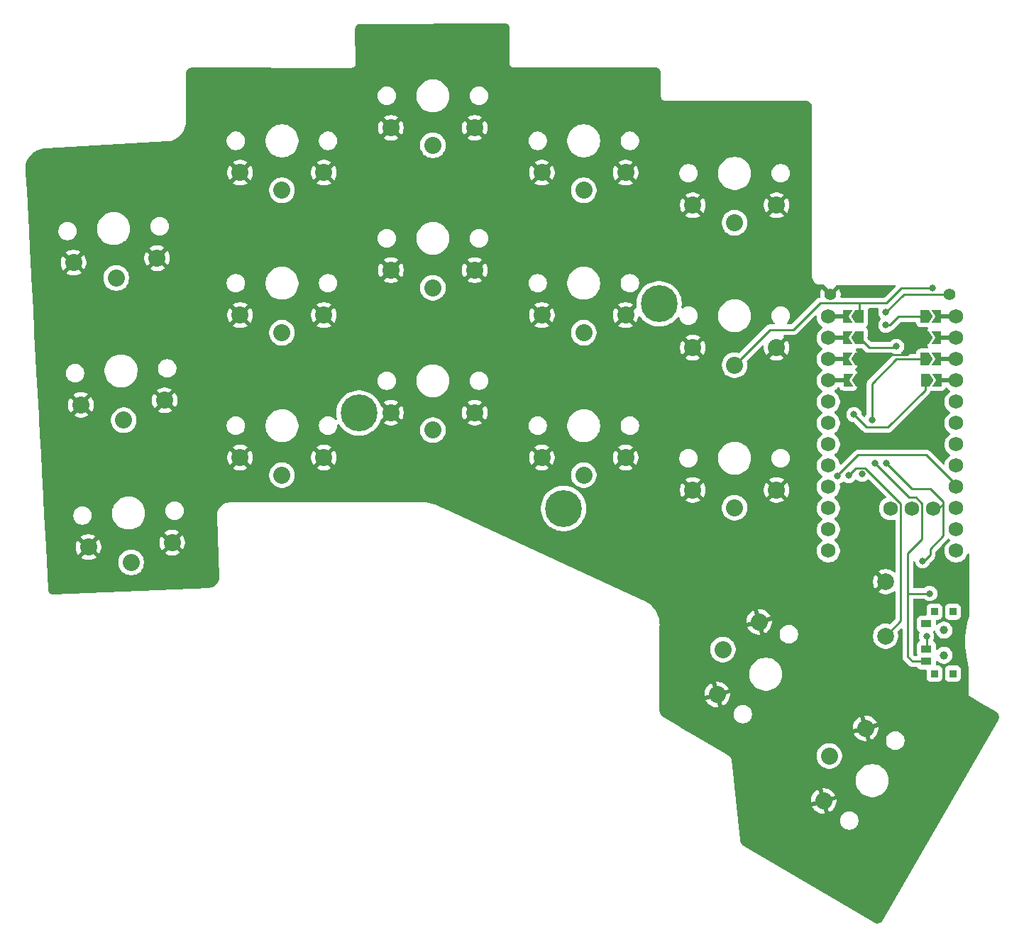
<source format=gbr>
%TF.GenerationSoftware,KiCad,Pcbnew,9.0.6*%
%TF.CreationDate,2025-12-28T20:57:01+00:00*%
%TF.ProjectId,demeter,64656d65-7465-4722-9e6b-696361645f70,rev?*%
%TF.SameCoordinates,Original*%
%TF.FileFunction,Copper,L2,Bot*%
%TF.FilePolarity,Positive*%
%FSLAX46Y46*%
G04 Gerber Fmt 4.6, Leading zero omitted, Abs format (unit mm)*
G04 Created by KiCad (PCBNEW 9.0.6) date 2025-12-28 20:57:01*
%MOMM*%
%LPD*%
G01*
G04 APERTURE LIST*
G04 Aperture macros list*
%AMFreePoly0*
4,1,6,0.500000,-0.750000,-0.650000,-0.750000,-0.150000,0.000000,-0.650000,0.750000,0.500000,0.750000,0.500000,-0.750000,0.500000,-0.750000,$1*%
%AMFreePoly1*
4,1,6,0.150000,0.000000,0.650000,-0.750000,-0.500000,-0.750000,-0.500000,0.750000,0.650000,0.750000,0.150000,0.000000,0.150000,0.000000,$1*%
%AMFreePoly2*
4,1,6,1.000000,0.000000,0.500000,-0.750000,-0.500000,-0.750000,-0.500000,0.750000,0.500000,0.750000,1.000000,0.000000,1.000000,0.000000,$1*%
%AMFreePoly3*
4,1,6,0.500000,-0.750000,-0.500000,-0.750000,-1.000000,0.000000,-0.500000,0.750000,0.500000,0.750000,0.500000,-0.750000,0.500000,-0.750000,$1*%
G04 Aperture macros list end*
%TA.AperFunction,ComponentPad*%
%ADD10C,1.397000*%
%TD*%
%TA.AperFunction,ComponentPad*%
%ADD11C,2.032000*%
%TD*%
%TA.AperFunction,WasherPad*%
%ADD12C,1.000000*%
%TD*%
%TA.AperFunction,ComponentPad*%
%ADD13C,1.752600*%
%TD*%
%TA.AperFunction,SMDPad,CuDef*%
%ADD14R,1.524000X0.500000*%
%TD*%
%TA.AperFunction,SMDPad,CuDef*%
%ADD15FreePoly0,180.000000*%
%TD*%
%TA.AperFunction,SMDPad,CuDef*%
%ADD16FreePoly1,180.000000*%
%TD*%
%TA.AperFunction,SMDPad,CuDef*%
%ADD17FreePoly2,180.000000*%
%TD*%
%TA.AperFunction,SMDPad,CuDef*%
%ADD18FreePoly3,180.000000*%
%TD*%
%TA.AperFunction,ComponentPad*%
%ADD19C,4.400000*%
%TD*%
%TA.AperFunction,ComponentPad*%
%ADD20C,2.000000*%
%TD*%
%TA.AperFunction,SMDPad,CuDef*%
%ADD21R,0.900000X0.900000*%
%TD*%
%TA.AperFunction,SMDPad,CuDef*%
%ADD22R,1.250000X0.900000*%
%TD*%
%TA.AperFunction,ViaPad*%
%ADD23C,0.800000*%
%TD*%
%TA.AperFunction,Conductor*%
%ADD24C,0.250000*%
%TD*%
G04 APERTURE END LIST*
D10*
%TO.P,Bat+1,1,1*%
%TO.N,BT+*%
X183571918Y-77344000D03*
X183571918Y-77344000D03*
%TD*%
%TO.P,BatGND1,1,1*%
%TO.N,gnd*%
X169347918Y-77344000D03*
X169347918Y-77344000D03*
%TD*%
D11*
%TO.P,SW2,1,1*%
%TO.N,Switch1*%
X84133343Y-75388740D03*
%TO.P,SW2,2,2*%
%TO.N,gnd*%
X79030290Y-73553298D03*
X89016585Y-73029938D03*
%TD*%
%TO.P,SW3,1,1*%
%TO.N,Switch2*%
X103910000Y-64920000D03*
%TO.P,SW3,2,2*%
%TO.N,gnd*%
X98910000Y-62820000D03*
X108910000Y-62820000D03*
%TD*%
%TO.P,SW4,1,1*%
%TO.N,Switch3*%
X121910000Y-59560000D03*
%TO.P,SW4,2,2*%
%TO.N,gnd*%
X116910000Y-57460000D03*
X126910000Y-57460000D03*
%TD*%
%TO.P,SW5,1,1*%
%TO.N,Switch4*%
X139910000Y-64920000D03*
%TO.P,SW5,2,2*%
%TO.N,gnd*%
X134910000Y-62820000D03*
X144910000Y-62820000D03*
%TD*%
%TO.P,SW6,1,1*%
%TO.N,Switch5*%
X157910000Y-68800000D03*
%TO.P,SW6,2,2*%
%TO.N,gnd*%
X152910000Y-66700000D03*
X162910000Y-66700000D03*
%TD*%
%TO.P,SW8,1,1*%
%TO.N,Switch6*%
X85023053Y-92365442D03*
%TO.P,SW8,2,2*%
%TO.N,gnd*%
X79920000Y-90530000D03*
X89906295Y-90006640D03*
%TD*%
%TO.P,SW9,1,1*%
%TO.N,Switch7*%
X103910000Y-81920000D03*
%TO.P,SW9,2,2*%
%TO.N,gnd*%
X98910000Y-79820000D03*
X108910000Y-79820000D03*
%TD*%
%TO.P,SW10,1,1*%
%TO.N,Switch8*%
X121910000Y-76560000D03*
%TO.P,SW10,2,2*%
%TO.N,gnd*%
X116910000Y-74460000D03*
X126910000Y-74460000D03*
%TD*%
%TO.P,SW11,1,1*%
%TO.N,Switch9*%
X139910000Y-81920000D03*
%TO.P,SW11,2,2*%
%TO.N,gnd*%
X134910000Y-79820000D03*
X144910000Y-79820000D03*
%TD*%
%TO.P,SW12,1,1*%
%TO.N,Switch10*%
X157910000Y-85800000D03*
%TO.P,SW12,2,2*%
%TO.N,gnd*%
X152910000Y-83700000D03*
X162910000Y-83700000D03*
%TD*%
%TO.P,SW14,1,1*%
%TO.N,Switch11*%
X85912765Y-109342144D03*
%TO.P,SW14,2,2*%
%TO.N,gnd*%
X80809712Y-107506702D03*
X90796007Y-106983342D03*
%TD*%
%TO.P,SW15,1,1*%
%TO.N,Switch12*%
X103910000Y-98920000D03*
%TO.P,SW15,2,2*%
%TO.N,gnd*%
X98910000Y-96820000D03*
X108910000Y-96820000D03*
%TD*%
%TO.P,SW16,1,1*%
%TO.N,Switch13*%
X121910000Y-93560000D03*
%TO.P,SW16,2,2*%
%TO.N,gnd*%
X116910000Y-91460000D03*
X126910000Y-91460000D03*
%TD*%
%TO.P,SW17,1,1*%
%TO.N,Switch14*%
X139910000Y-98920000D03*
%TO.P,SW17,2,2*%
%TO.N,gnd*%
X134910000Y-96820000D03*
X144910000Y-96820000D03*
%TD*%
%TO.P,SW18,1,1*%
%TO.N,Switch15*%
X157910000Y-102800000D03*
%TO.P,SW18,2,2*%
%TO.N,gnd*%
X152910000Y-100700000D03*
X162910000Y-100700000D03*
%TD*%
%TO.P,SW20,1,1*%
%TO.N,Switch16*%
X156514525Y-119727892D03*
%TO.P,SW20,2,2*%
%TO.N,gnd*%
X160833178Y-116447765D03*
X155833178Y-125108019D03*
%TD*%
%TO.P,SW21,1,1*%
%TO.N,Switch17*%
X169214525Y-132427892D03*
%TO.P,SW21,2,2*%
%TO.N,gnd*%
X173533178Y-129147765D03*
X168533178Y-137808019D03*
%TD*%
D12*
%TO.P,SW_POWER1,*%
%TO.N,*%
X182880000Y-117416037D03*
X182880000Y-120416037D03*
%TD*%
D13*
%TO.P,U1,*%
%TO.N,*%
X169095918Y-80008000D03*
X169095918Y-82548000D03*
X169095918Y-85088000D03*
X169095918Y-87628000D03*
D14*
X170440918Y-80008000D03*
X170440918Y-82548000D03*
X170440918Y-85088000D03*
X170485918Y-87578000D03*
D15*
X171365918Y-80008000D03*
X171365918Y-82548000D03*
X171365918Y-85088000D03*
X171410918Y-87578000D03*
D16*
X182040918Y-80008000D03*
X182040918Y-82548000D03*
X182040918Y-85088000D03*
X182085918Y-87578000D03*
D14*
X182990918Y-80008000D03*
X182990918Y-82548000D03*
X182990918Y-85088000D03*
X183035918Y-87578000D03*
D13*
X184335918Y-80008000D03*
X184335918Y-82548000D03*
X184335918Y-85088000D03*
X184335918Y-87628000D03*
D17*
%TO.P,U1,1,TX*%
%TO.N,Switch10*%
X172815918Y-80008000D03*
%TO.P,U1,2,RX*%
%TO.N,Switch18*%
X172815918Y-82548000D03*
%TO.P,U1,3,GND*%
%TO.N,gnd*%
X172815918Y-85088000D03*
%TO.P,U1,4,GND*%
X172860918Y-87578000D03*
D13*
%TO.P,U1,5,SDA*%
%TO.N,Switch11*%
X184335918Y-90168000D03*
%TO.P,U1,6,SCL*%
%TO.N,Switch12*%
X184335918Y-92708000D03*
%TO.P,U1,7,D4*%
%TO.N,Switch13*%
X184335918Y-95248000D03*
%TO.P,U1,8,C6*%
%TO.N,Switch14*%
X184335918Y-97788000D03*
%TO.P,U1,9,D7*%
%TO.N,Switch1*%
X184335918Y-100328000D03*
%TO.P,U1,10,E6*%
%TO.N,Switch15*%
X184335918Y-102868000D03*
%TO.P,U1,11,B4*%
%TO.N,Switch16*%
X184335918Y-105408000D03*
%TO.P,U1,12,B5*%
%TO.N,Switch17*%
X184335918Y-107948000D03*
%TO.P,U1,13,B6*%
%TO.N,Switch9*%
X169095918Y-107948000D03*
%TO.P,U1,14,B2*%
%TO.N,Switch8*%
X169095918Y-105408000D03*
%TO.P,U1,15,B3*%
%TO.N,Switch7*%
X169095918Y-102868000D03*
%TO.P,U1,16,B1*%
%TO.N,Switch6*%
X169095918Y-100328000D03*
%TO.P,U1,17,F7*%
%TO.N,Switch2*%
X169095918Y-97788000D03*
%TO.P,U1,18,F6*%
%TO.N,Switch3*%
X169095918Y-95248000D03*
%TO.P,U1,19,F5*%
%TO.N,Switch4*%
X169095918Y-92708000D03*
%TO.P,U1,20,F4*%
%TO.N,Switch5*%
X169095918Y-90168000D03*
D18*
%TO.P,U1,21,VCC*%
%TO.N,vcc*%
X180635918Y-87578000D03*
%TO.P,U1,22,RST*%
%TO.N,reset*%
X180590918Y-85088000D03*
%TO.P,U1,23,GND*%
%TO.N,gnd*%
X180590918Y-82548000D03*
%TO.P,U1,24,RAW*%
%TO.N,raw*%
X180590918Y-80008000D03*
D13*
%TO.P,U1,25*%
%TO.N,N/C*%
X176515918Y-102918000D03*
%TO.P,U1,26*%
X179055918Y-102918000D03*
%TO.P,U1,27*%
%TO.N,BT+*%
X181595918Y-102918000D03*
%TD*%
D19*
%TO.P,REF\u002A\u002A,1*%
%TO.N,N/C*%
X113098855Y-91515485D03*
X137515485Y-102901145D03*
X148901145Y-78484515D03*
%TD*%
D20*
%TO.P,RSW1,1,1*%
%TO.N,gnd*%
X175925000Y-111640000D03*
%TO.P,RSW1,2,2*%
%TO.N,reset*%
X175925000Y-118140000D03*
%TD*%
D21*
%TO.P,SW2,0*%
%TO.N,N/C*%
X181757195Y-122612129D03*
X183957195Y-122612129D03*
X181757195Y-115212129D03*
X183957195Y-115212129D03*
D22*
%TO.P,SW2,1*%
X180782195Y-116662129D03*
%TO.P,SW2,2*%
%TO.N,BT+*%
X180782195Y-119662129D03*
%TO.P,SW2,3*%
%TO.N,raw*%
X180782195Y-121162129D03*
%TD*%
D23*
%TO.N,BT+*%
X180340000Y-109149918D03*
X175951918Y-79502000D03*
X175972418Y-97536000D03*
X180805000Y-118166037D03*
%TO.N,gnd*%
X179253918Y-83820000D03*
X174427918Y-79502000D03*
X174171918Y-82548000D03*
%TO.N,vcc*%
X172141918Y-91694000D03*
%TO.N,Switch18*%
X177221918Y-83566000D03*
X173120418Y-98806000D03*
%TO.N,reset*%
X174300918Y-92329000D03*
X171520000Y-98960000D03*
%TO.N,Switch1*%
X170180000Y-99060000D03*
%TO.N,Switch10*%
X181539918Y-76619500D03*
%TO.N,raw*%
X181200000Y-113060000D03*
X174681918Y-97536000D03*
X175951918Y-81026000D03*
%TD*%
D24*
%TO.N,BT+*%
X179020418Y-100584000D02*
X181285918Y-100584000D01*
X181285918Y-100584000D02*
X182809918Y-102108000D01*
X175972418Y-97536000D02*
X179020418Y-100584000D01*
X182809918Y-105410000D02*
X182809918Y-105664000D01*
X182809918Y-102360000D02*
X182809918Y-105410000D01*
X182809918Y-106172000D02*
X182809918Y-105410000D01*
X180805000Y-119639324D02*
X180782195Y-119662129D01*
X180534000Y-109149918D02*
X181247000Y-108436918D01*
X181247000Y-107734918D02*
X182809918Y-106172000D01*
X180340000Y-109149918D02*
X180534000Y-109149918D01*
X182251918Y-102918000D02*
X182809918Y-102360000D01*
X181247000Y-108436918D02*
X181247000Y-107734918D01*
X183571918Y-77344000D02*
X178109918Y-77344000D01*
X178109918Y-77344000D02*
X175951918Y-79502000D01*
X182809918Y-102108000D02*
X182809918Y-102360000D01*
X181595918Y-102918000D02*
X182251918Y-102918000D01*
X180805000Y-118166037D02*
X180805000Y-119639324D01*
%TO.N,gnd*%
X161894001Y-99684001D02*
X162910000Y-100700000D01*
X174171918Y-82548000D02*
X177981918Y-82548000D01*
X174171918Y-82548000D02*
X174171918Y-79758000D01*
X180525918Y-82548000D02*
X179253918Y-83820000D01*
X172860918Y-85133000D02*
X172815918Y-85088000D01*
X172860918Y-87578000D02*
X172860918Y-85133000D01*
X174171918Y-79758000D02*
X174427918Y-79502000D01*
X161894001Y-84715999D02*
X161894001Y-99684001D01*
X177981918Y-82548000D02*
X179253918Y-83820000D01*
X178491918Y-84582000D02*
X173321918Y-84582000D01*
X173321918Y-84582000D02*
X172815918Y-85088000D01*
X180590918Y-82548000D02*
X180525918Y-82548000D01*
X179253918Y-83820000D02*
X178491918Y-84582000D01*
X162910000Y-83700000D02*
X161894001Y-84715999D01*
%TO.N,vcc*%
X176205918Y-93218000D02*
X173665918Y-93218000D01*
X180635918Y-88788000D02*
X176205918Y-93218000D01*
X180635918Y-87578000D02*
X180635918Y-88788000D01*
X173665918Y-93218000D02*
X172141918Y-91694000D01*
%TO.N,Switch18*%
X176967918Y-83566000D02*
X176840918Y-83693000D01*
X173960918Y-83693000D02*
X172815918Y-82548000D01*
X176840918Y-83693000D02*
X173960918Y-83693000D01*
X177221918Y-83566000D02*
X176967918Y-83566000D01*
%TO.N,reset*%
X171520000Y-98960000D02*
X172399000Y-98081000D01*
X177740000Y-116325000D02*
X175925000Y-118140000D01*
X173481000Y-98081000D02*
X177740000Y-102340000D01*
X172399000Y-98081000D02*
X173481000Y-98081000D01*
X177740000Y-102340000D02*
X177740000Y-116325000D01*
X177223918Y-85088000D02*
X174300918Y-88011000D01*
X180590918Y-85088000D02*
X177223918Y-85088000D01*
X174300918Y-88011000D02*
X174300918Y-92329000D01*
%TO.N,Switch1*%
X170109918Y-99060000D02*
X172649918Y-96520000D01*
X180769318Y-96520000D02*
X184325318Y-100076000D01*
X172649918Y-96520000D02*
X180769318Y-96520000D01*
%TO.N,Switch10*%
X172890000Y-78367500D02*
X168138961Y-78367500D01*
X162146769Y-81563231D02*
X164943231Y-81563231D01*
X176052000Y-78367500D02*
X172890000Y-78367500D01*
X172815918Y-80008000D02*
X172815918Y-78441582D01*
X172815918Y-80008000D02*
X172649918Y-80174000D01*
X177800000Y-76619500D02*
X176052000Y-78367500D01*
X172649918Y-80174000D02*
X172649918Y-80583620D01*
X181539918Y-76619500D02*
X177800000Y-76619500D01*
X172815918Y-78441582D02*
X172890000Y-78367500D01*
X157910000Y-85800000D02*
X162146769Y-81563231D01*
X168138961Y-78367500D02*
X164943231Y-81563231D01*
%TO.N,raw*%
X178562000Y-120602000D02*
X179122129Y-121162129D01*
X178562000Y-108270416D02*
X178562000Y-113030000D01*
X179574213Y-101600000D02*
X180269918Y-102295705D01*
X180269918Y-102295705D02*
X180269918Y-106562498D01*
X178745918Y-101600000D02*
X179574213Y-101600000D01*
X176459918Y-81026000D02*
X177477918Y-80008000D01*
X179122129Y-121162129D02*
X180782195Y-121162129D01*
X178562000Y-116284000D02*
X178562000Y-120602000D01*
X179954522Y-80008000D02*
X180272720Y-80326198D01*
X178562000Y-116284000D02*
X178562000Y-113030000D01*
X175951918Y-81026000D02*
X176459918Y-81026000D01*
X177477918Y-80008000D02*
X179954522Y-80008000D01*
X181200000Y-113060000D02*
X178592000Y-113060000D01*
X174681918Y-97536000D02*
X178745918Y-101600000D01*
X180269918Y-106562498D02*
X178562000Y-108270416D01*
X178592000Y-113060000D02*
X178562000Y-113030000D01*
%TD*%
%TA.AperFunction,Conductor*%
%TO.N,gnd*%
G36*
X130572285Y-45025590D02*
G01*
X130674244Y-45039013D01*
X130706015Y-45047527D01*
X130793427Y-45083735D01*
X130821909Y-45100178D01*
X130853935Y-45124752D01*
X130896968Y-45157772D01*
X130920226Y-45181030D01*
X130949904Y-45219708D01*
X130977819Y-45256087D01*
X130994264Y-45284572D01*
X131030472Y-45371984D01*
X131038986Y-45403756D01*
X131052422Y-45505810D01*
X131053500Y-45522257D01*
X131053500Y-49760588D01*
X131053500Y-49764000D01*
X131053500Y-49821520D01*
X131078976Y-49933134D01*
X131079099Y-49933673D01*
X131079101Y-49933678D01*
X131129014Y-50037325D01*
X131200737Y-50127262D01*
X131290674Y-50198985D01*
X131290677Y-50198986D01*
X131290679Y-50198988D01*
X131394326Y-50248901D01*
X131506480Y-50274500D01*
X131559651Y-50274500D01*
X148563879Y-50274500D01*
X148583187Y-50275988D01*
X148599880Y-50278576D01*
X148675583Y-50290316D01*
X148702043Y-50297436D01*
X148785422Y-50329953D01*
X148809724Y-50342632D01*
X148884082Y-50392402D01*
X148905066Y-50410034D01*
X148966912Y-50474718D01*
X148983579Y-50496462D01*
X149029975Y-50572996D01*
X149041548Y-50597838D01*
X149070288Y-50682581D01*
X149076216Y-50709342D01*
X149086752Y-50805616D01*
X149087500Y-50819323D01*
X149087500Y-50834012D01*
X149087661Y-50835005D01*
X149107656Y-53689256D01*
X149107659Y-53690127D01*
X149107665Y-53756765D01*
X149133273Y-53868923D01*
X149183195Y-53972568D01*
X149183197Y-53972571D01*
X149183198Y-53972573D01*
X149254934Y-54062514D01*
X149254935Y-54062515D01*
X149254937Y-54062517D01*
X149280364Y-54082791D01*
X149344885Y-54134238D01*
X149448541Y-54184149D01*
X149529710Y-54202670D01*
X149560699Y-54209742D01*
X149560699Y-54209741D01*
X149560704Y-54209743D01*
X149617939Y-54209740D01*
X166478643Y-54230484D01*
X166499975Y-54232332D01*
X166612700Y-54251857D01*
X166636371Y-54258386D01*
X166726440Y-54292983D01*
X166741831Y-54298895D01*
X166763792Y-54309895D01*
X166859388Y-54370093D01*
X166878796Y-54385143D01*
X166960899Y-54462743D01*
X166977017Y-54481269D01*
X167042510Y-54573331D01*
X167054726Y-54594631D01*
X167101111Y-54697640D01*
X167108965Y-54720912D01*
X167134485Y-54830962D01*
X167137675Y-54855314D01*
X167141558Y-54974264D01*
X167141624Y-54977918D01*
X167141639Y-54982219D01*
X167141527Y-54983962D01*
X167141646Y-54984151D01*
X167141704Y-54999991D01*
X167141653Y-55000164D01*
X167141705Y-55000575D01*
X167121503Y-75094823D01*
X167121359Y-75100721D01*
X167117318Y-75185133D01*
X167137167Y-75358461D01*
X167137169Y-75358472D01*
X167184813Y-75526283D01*
X167184815Y-75526289D01*
X167184817Y-75526294D01*
X167184818Y-75526296D01*
X167259010Y-75684197D01*
X167357788Y-75828004D01*
X167478544Y-75953922D01*
X167618093Y-76058628D01*
X167772752Y-76139361D01*
X167938442Y-76193989D01*
X168021224Y-76207061D01*
X168021884Y-76207722D01*
X168025415Y-76207723D01*
X168027976Y-76208125D01*
X168027984Y-76208120D01*
X168030511Y-76208519D01*
X168040498Y-76207727D01*
X168565483Y-76207890D01*
X168633597Y-76227913D01*
X168680073Y-76281583D01*
X168687656Y-76324528D01*
X169300728Y-76937600D01*
X169294414Y-76937600D01*
X169191053Y-76965295D01*
X169098382Y-77018799D01*
X169022717Y-77094464D01*
X168969213Y-77187135D01*
X168941518Y-77290496D01*
X168941518Y-77296810D01*
X168333001Y-76688293D01*
X168333000Y-76688293D01*
X168316027Y-76711654D01*
X168229811Y-76880863D01*
X168229808Y-76880869D01*
X168171127Y-77061471D01*
X168141418Y-77249049D01*
X168141418Y-77438951D01*
X168165789Y-77592828D01*
X168156689Y-77663239D01*
X168110967Y-77717553D01*
X168065922Y-77736117D01*
X167954175Y-77758345D01*
X167954174Y-77758345D01*
X167838888Y-77806099D01*
X167838886Y-77806100D01*
X167838884Y-77806101D01*
X167838878Y-77806104D01*
X167735132Y-77875424D01*
X167735122Y-77875433D01*
X164717732Y-80892826D01*
X164655420Y-80926851D01*
X164628637Y-80929731D01*
X164242075Y-80929731D01*
X164173954Y-80909729D01*
X164127461Y-80856073D01*
X164117357Y-80785799D01*
X164146851Y-80721219D01*
X164152980Y-80714636D01*
X164250096Y-80617519D01*
X164250099Y-80617516D01*
X164250101Y-80617514D01*
X164352002Y-80477260D01*
X164430708Y-80322791D01*
X164484280Y-80157912D01*
X164511400Y-79986682D01*
X164511400Y-79813318D01*
X164484280Y-79642088D01*
X164430708Y-79477209D01*
X164352002Y-79322740D01*
X164298790Y-79249500D01*
X164250099Y-79182483D01*
X164127516Y-79059900D01*
X163987263Y-78958000D01*
X163987262Y-78957999D01*
X163987260Y-78957998D01*
X163832791Y-78879292D01*
X163832788Y-78879291D01*
X163832786Y-78879290D01*
X163667915Y-78825721D01*
X163667919Y-78825721D01*
X163636041Y-78820672D01*
X163496682Y-78798600D01*
X163323318Y-78798600D01*
X163165379Y-78823615D01*
X163152082Y-78825721D01*
X162987213Y-78879290D01*
X162987207Y-78879293D01*
X162832736Y-78958000D01*
X162692483Y-79059900D01*
X162569900Y-79182483D01*
X162468000Y-79322736D01*
X162389293Y-79477207D01*
X162389290Y-79477213D01*
X162335721Y-79642082D01*
X162335720Y-79642087D01*
X162335720Y-79642088D01*
X162308600Y-79813318D01*
X162308600Y-79986682D01*
X162329238Y-80116986D01*
X162335721Y-80157917D01*
X162389290Y-80322786D01*
X162389292Y-80322791D01*
X162452511Y-80446865D01*
X162468000Y-80477263D01*
X162569900Y-80617516D01*
X162667020Y-80714636D01*
X162701046Y-80776948D01*
X162695981Y-80847763D01*
X162653434Y-80904599D01*
X162586914Y-80929410D01*
X162577925Y-80929731D01*
X162084372Y-80929731D01*
X162011337Y-80944259D01*
X161961984Y-80954076D01*
X161961982Y-80954076D01*
X161961981Y-80954077D01*
X161894444Y-80982052D01*
X161873345Y-80990792D01*
X161846692Y-81001832D01*
X161742940Y-81071157D01*
X161742933Y-81071162D01*
X158498252Y-84315842D01*
X158435940Y-84349868D01*
X158370221Y-84346580D01*
X158266992Y-84313039D01*
X158266995Y-84313039D01*
X158198275Y-84302155D01*
X158029981Y-84275500D01*
X157790019Y-84275500D01*
X157568424Y-84310597D01*
X157553006Y-84313039D01*
X157324799Y-84387188D01*
X157324793Y-84387191D01*
X157110984Y-84496132D01*
X156916852Y-84637179D01*
X156916849Y-84637181D01*
X156747181Y-84806849D01*
X156747179Y-84806852D01*
X156606132Y-85000984D01*
X156497191Y-85214793D01*
X156497188Y-85214799D01*
X156423039Y-85443006D01*
X156423039Y-85443008D01*
X156423038Y-85443012D01*
X156385500Y-85680019D01*
X156385500Y-85919981D01*
X156415330Y-86108319D01*
X156423039Y-86156993D01*
X156496973Y-86384537D01*
X156497190Y-86385205D01*
X156526951Y-86443613D01*
X156606132Y-86599015D01*
X156698294Y-86725863D01*
X156747177Y-86793145D01*
X156747179Y-86793147D01*
X156747181Y-86793150D01*
X156916849Y-86962818D01*
X156916852Y-86962820D01*
X156916855Y-86962823D01*
X156994579Y-87019293D01*
X157110984Y-87103867D01*
X157110988Y-87103869D01*
X157324795Y-87212810D01*
X157553012Y-87286962D01*
X157790019Y-87324500D01*
X157790022Y-87324500D01*
X158029978Y-87324500D01*
X158029981Y-87324500D01*
X158266988Y-87286962D01*
X158495205Y-87212810D01*
X158709012Y-87103869D01*
X158903145Y-86962823D01*
X159072823Y-86793145D01*
X159207000Y-86608466D01*
X159213867Y-86599015D01*
X159220641Y-86585721D01*
X159322810Y-86385205D01*
X159396962Y-86156988D01*
X159434500Y-85919981D01*
X159434500Y-85680019D01*
X159396962Y-85443012D01*
X159363417Y-85339773D01*
X159361390Y-85268811D01*
X159394154Y-85211748D01*
X161179574Y-83426329D01*
X161241883Y-83392305D01*
X161312698Y-83397370D01*
X161369534Y-83439917D01*
X161394345Y-83506437D01*
X161393115Y-83535136D01*
X161386000Y-83580060D01*
X161386000Y-83819938D01*
X161423526Y-84056875D01*
X161497651Y-84285009D01*
X161606557Y-84498748D01*
X161606558Y-84498749D01*
X161667777Y-84583011D01*
X161667778Y-84583011D01*
X162318782Y-83932007D01*
X162347271Y-84000785D01*
X162416764Y-84104789D01*
X162505211Y-84193236D01*
X162609215Y-84262729D01*
X162677991Y-84291217D01*
X162026987Y-84942221D01*
X162026987Y-84942222D01*
X162111246Y-85003439D01*
X162324990Y-85112348D01*
X162553124Y-85186473D01*
X162790061Y-85224000D01*
X163029939Y-85224000D01*
X163266875Y-85186473D01*
X163495009Y-85112348D01*
X163708753Y-85003439D01*
X163793011Y-84942222D01*
X163793011Y-84942220D01*
X163142008Y-84291217D01*
X163210785Y-84262729D01*
X163314789Y-84193236D01*
X163403236Y-84104789D01*
X163472729Y-84000785D01*
X163501217Y-83932008D01*
X164152220Y-84583011D01*
X164152222Y-84583011D01*
X164213439Y-84498753D01*
X164322348Y-84285009D01*
X164396473Y-84056875D01*
X164434000Y-83819938D01*
X164434000Y-83580061D01*
X164396473Y-83343124D01*
X164322348Y-83114990D01*
X164213439Y-82901246D01*
X164152222Y-82816987D01*
X164152221Y-82816987D01*
X163501217Y-83467991D01*
X163472729Y-83399215D01*
X163403236Y-83295211D01*
X163314789Y-83206764D01*
X163210785Y-83137271D01*
X163142007Y-83108782D01*
X163793011Y-82457778D01*
X163793011Y-82457777D01*
X163747440Y-82424668D01*
X163704085Y-82368446D01*
X163698009Y-82297710D01*
X163731141Y-82234918D01*
X163792960Y-82200006D01*
X163821500Y-82196731D01*
X165005624Y-82196731D01*
X165005625Y-82196731D01*
X165128016Y-82172386D01*
X165243306Y-82124631D01*
X165347064Y-82055302D01*
X167496024Y-79906339D01*
X167558335Y-79872316D01*
X167629150Y-79877380D01*
X167685986Y-79919927D01*
X167710797Y-79986447D01*
X167711118Y-79995436D01*
X167711118Y-80116986D01*
X167745216Y-80332275D01*
X167745217Y-80332278D01*
X167812572Y-80539575D01*
X167812574Y-80539579D01*
X167905124Y-80721219D01*
X167911533Y-80733796D01*
X167916114Y-80740101D01*
X168039652Y-80910137D01*
X168039654Y-80910139D01*
X168039656Y-80910142D01*
X168193775Y-81064261D01*
X168193778Y-81064263D01*
X168193781Y-81064266D01*
X168275226Y-81123439D01*
X168347658Y-81176064D01*
X168391012Y-81232286D01*
X168397087Y-81303022D01*
X168363956Y-81365814D01*
X168347658Y-81379936D01*
X168193778Y-81491736D01*
X168193775Y-81491738D01*
X168039656Y-81645857D01*
X168039654Y-81645860D01*
X167911533Y-81822203D01*
X167812573Y-82016422D01*
X167777414Y-82124631D01*
X167745216Y-82223725D01*
X167711118Y-82439014D01*
X167711118Y-82656986D01*
X167745216Y-82872275D01*
X167745217Y-82872278D01*
X167812572Y-83079575D01*
X167812574Y-83079579D01*
X167911531Y-83273793D01*
X168039652Y-83450137D01*
X168039654Y-83450139D01*
X168039656Y-83450142D01*
X168193775Y-83604261D01*
X168193778Y-83604263D01*
X168193781Y-83604266D01*
X168264270Y-83655479D01*
X168347658Y-83716064D01*
X168391012Y-83772286D01*
X168397087Y-83843022D01*
X168363956Y-83905814D01*
X168347658Y-83919936D01*
X168193778Y-84031736D01*
X168193775Y-84031738D01*
X168039656Y-84185857D01*
X168039654Y-84185860D01*
X167911533Y-84362203D01*
X167812573Y-84556422D01*
X167747530Y-84756603D01*
X167745216Y-84763725D01*
X167711118Y-84979014D01*
X167711118Y-85196986D01*
X167745216Y-85412275D01*
X167745217Y-85412278D01*
X167812572Y-85619575D01*
X167812574Y-85619579D01*
X167911531Y-85813793D01*
X168039652Y-85990137D01*
X168039654Y-85990139D01*
X168039656Y-85990142D01*
X168193775Y-86144261D01*
X168193778Y-86144263D01*
X168193781Y-86144266D01*
X168298530Y-86220370D01*
X168347658Y-86256064D01*
X168391012Y-86312286D01*
X168397087Y-86383022D01*
X168363956Y-86445814D01*
X168347658Y-86459936D01*
X168193778Y-86571736D01*
X168193775Y-86571738D01*
X168039656Y-86725857D01*
X168039654Y-86725860D01*
X167911533Y-86902203D01*
X167812573Y-87096422D01*
X167750624Y-87287080D01*
X167745216Y-87303725D01*
X167711118Y-87519014D01*
X167711118Y-87736986D01*
X167745216Y-87952275D01*
X167745217Y-87952278D01*
X167812572Y-88159575D01*
X167812574Y-88159579D01*
X167911531Y-88353793D01*
X168039652Y-88530137D01*
X168039654Y-88530139D01*
X168039656Y-88530142D01*
X168193775Y-88684261D01*
X168193778Y-88684263D01*
X168193781Y-88684266D01*
X168289821Y-88754043D01*
X168347658Y-88796064D01*
X168391012Y-88852286D01*
X168397087Y-88923022D01*
X168363956Y-88985814D01*
X168347658Y-88999936D01*
X168193778Y-89111736D01*
X168193775Y-89111738D01*
X168039656Y-89265857D01*
X168039654Y-89265860D01*
X167911533Y-89442203D01*
X167812573Y-89636422D01*
X167745217Y-89843721D01*
X167745216Y-89843725D01*
X167711118Y-90059014D01*
X167711118Y-90276986D01*
X167745216Y-90492275D01*
X167745217Y-90492278D01*
X167812572Y-90699575D01*
X167812574Y-90699579D01*
X167911531Y-90893793D01*
X168039652Y-91070137D01*
X168039654Y-91070139D01*
X168039656Y-91070142D01*
X168193775Y-91224261D01*
X168193778Y-91224263D01*
X168193781Y-91224266D01*
X168311893Y-91310079D01*
X168347658Y-91336064D01*
X168391012Y-91392286D01*
X168397087Y-91463022D01*
X168363956Y-91525814D01*
X168347658Y-91539936D01*
X168193778Y-91651736D01*
X168193775Y-91651738D01*
X168039656Y-91805857D01*
X168039654Y-91805860D01*
X167911533Y-91982203D01*
X167812573Y-92176422D01*
X167745217Y-92383721D01*
X167745216Y-92383725D01*
X167711118Y-92599014D01*
X167711118Y-92816986D01*
X167745216Y-93032275D01*
X167745217Y-93032278D01*
X167812572Y-93239575D01*
X167812574Y-93239579D01*
X167866784Y-93345973D01*
X167911533Y-93433796D01*
X167918065Y-93442786D01*
X168039652Y-93610137D01*
X168039654Y-93610139D01*
X168039656Y-93610142D01*
X168193775Y-93764261D01*
X168193778Y-93764263D01*
X168193781Y-93764266D01*
X168280338Y-93827153D01*
X168347658Y-93876064D01*
X168391012Y-93932286D01*
X168397087Y-94003022D01*
X168363956Y-94065814D01*
X168347658Y-94079936D01*
X168193778Y-94191736D01*
X168193775Y-94191738D01*
X168039656Y-94345857D01*
X168039654Y-94345860D01*
X167911533Y-94522203D01*
X167812573Y-94716422D01*
X167763592Y-94867170D01*
X167745216Y-94923725D01*
X167711118Y-95139014D01*
X167711118Y-95356986D01*
X167745216Y-95572275D01*
X167745217Y-95572278D01*
X167764808Y-95632574D01*
X167812574Y-95779579D01*
X167911531Y-95973793D01*
X168039652Y-96150137D01*
X168039654Y-96150139D01*
X168039656Y-96150142D01*
X168193775Y-96304261D01*
X168193778Y-96304263D01*
X168193781Y-96304266D01*
X168320218Y-96396128D01*
X168347658Y-96416064D01*
X168391012Y-96472286D01*
X168397087Y-96543022D01*
X168363956Y-96605814D01*
X168347658Y-96619936D01*
X168193778Y-96731736D01*
X168193775Y-96731738D01*
X168039656Y-96885857D01*
X168039654Y-96885860D01*
X167911533Y-97062203D01*
X167812573Y-97256422D01*
X167745217Y-97463721D01*
X167745216Y-97463725D01*
X167711118Y-97679014D01*
X167711118Y-97896986D01*
X167745216Y-98112275D01*
X167745217Y-98112278D01*
X167812572Y-98319575D01*
X167812574Y-98319579D01*
X167911531Y-98513793D01*
X168039652Y-98690137D01*
X168039654Y-98690139D01*
X168039656Y-98690142D01*
X168193775Y-98844261D01*
X168193778Y-98844263D01*
X168193781Y-98844266D01*
X168320218Y-98936128D01*
X168347658Y-98956064D01*
X168391012Y-99012286D01*
X168397087Y-99083022D01*
X168363956Y-99145814D01*
X168347658Y-99159936D01*
X168193778Y-99271736D01*
X168193775Y-99271738D01*
X168039656Y-99425857D01*
X168039654Y-99425860D01*
X167911533Y-99602203D01*
X167812573Y-99796422D01*
X167745217Y-100003721D01*
X167745216Y-100003725D01*
X167711118Y-100219014D01*
X167711118Y-100436986D01*
X167745216Y-100652275D01*
X167745217Y-100652278D01*
X167812572Y-100859575D01*
X167812574Y-100859579D01*
X167911531Y-101053793D01*
X168039652Y-101230137D01*
X168039654Y-101230139D01*
X168039656Y-101230142D01*
X168193775Y-101384261D01*
X168193778Y-101384263D01*
X168193781Y-101384266D01*
X168297039Y-101459287D01*
X168347658Y-101496064D01*
X168391012Y-101552286D01*
X168397087Y-101623022D01*
X168363956Y-101685814D01*
X168347658Y-101699936D01*
X168193778Y-101811736D01*
X168193775Y-101811738D01*
X168039656Y-101965857D01*
X168039654Y-101965860D01*
X167911533Y-102142203D01*
X167812573Y-102336422D01*
X167765104Y-102482516D01*
X167745216Y-102543725D01*
X167711118Y-102759014D01*
X167711118Y-102976986D01*
X167745216Y-103192275D01*
X167745217Y-103192278D01*
X167812572Y-103399575D01*
X167812574Y-103399579D01*
X167911531Y-103593793D01*
X168039652Y-103770137D01*
X168039654Y-103770139D01*
X168039656Y-103770142D01*
X168193775Y-103924261D01*
X168193778Y-103924263D01*
X168193781Y-103924266D01*
X168292501Y-103995990D01*
X168347658Y-104036064D01*
X168391012Y-104092286D01*
X168397087Y-104163022D01*
X168363956Y-104225814D01*
X168347658Y-104239936D01*
X168193778Y-104351736D01*
X168193775Y-104351738D01*
X168039656Y-104505857D01*
X168039654Y-104505860D01*
X167911533Y-104682203D01*
X167812573Y-104876422D01*
X167770149Y-105006989D01*
X167745216Y-105083725D01*
X167711118Y-105299014D01*
X167711118Y-105516986D01*
X167745216Y-105732275D01*
X167745217Y-105732278D01*
X167812572Y-105939575D01*
X167812574Y-105939579D01*
X167911531Y-106133793D01*
X168039652Y-106310137D01*
X168039654Y-106310139D01*
X168039656Y-106310142D01*
X168193775Y-106464261D01*
X168193778Y-106464263D01*
X168193781Y-106464266D01*
X168305220Y-106545231D01*
X168347658Y-106576064D01*
X168391012Y-106632286D01*
X168397087Y-106703022D01*
X168363956Y-106765814D01*
X168347658Y-106779936D01*
X168193778Y-106891736D01*
X168193775Y-106891738D01*
X168039656Y-107045857D01*
X168039654Y-107045860D01*
X167911533Y-107222203D01*
X167812573Y-107416422D01*
X167747188Y-107617655D01*
X167745216Y-107623725D01*
X167711118Y-107839014D01*
X167711118Y-108056986D01*
X167745216Y-108272275D01*
X167745217Y-108272278D01*
X167801091Y-108444240D01*
X167812574Y-108479579D01*
X167911531Y-108673793D01*
X168039652Y-108850137D01*
X168039654Y-108850139D01*
X168039656Y-108850142D01*
X168193775Y-109004261D01*
X168193778Y-109004263D01*
X168193781Y-109004266D01*
X168370125Y-109132387D01*
X168564339Y-109231344D01*
X168771643Y-109298702D01*
X168986932Y-109332800D01*
X168986935Y-109332800D01*
X169204901Y-109332800D01*
X169204904Y-109332800D01*
X169420193Y-109298702D01*
X169627497Y-109231344D01*
X169821711Y-109132387D01*
X169998055Y-109004266D01*
X170152184Y-108850137D01*
X170280305Y-108673793D01*
X170379262Y-108479579D01*
X170446620Y-108272275D01*
X170480718Y-108056986D01*
X170480718Y-107839014D01*
X170446620Y-107623725D01*
X170379262Y-107416421D01*
X170280305Y-107222207D01*
X170152184Y-107045863D01*
X170152181Y-107045860D01*
X170152179Y-107045857D01*
X169998060Y-106891738D01*
X169998057Y-106891736D01*
X169998055Y-106891734D01*
X169844176Y-106779934D01*
X169800823Y-106723714D01*
X169794748Y-106652978D01*
X169827879Y-106590186D01*
X169844173Y-106576067D01*
X169998055Y-106464266D01*
X170152184Y-106310137D01*
X170280305Y-106133793D01*
X170379262Y-105939579D01*
X170446620Y-105732275D01*
X170480718Y-105516986D01*
X170480718Y-105299014D01*
X170446620Y-105083725D01*
X170379262Y-104876421D01*
X170280305Y-104682207D01*
X170152184Y-104505863D01*
X170152181Y-104505860D01*
X170152179Y-104505857D01*
X169998060Y-104351738D01*
X169998057Y-104351736D01*
X169998055Y-104351734D01*
X169844176Y-104239934D01*
X169800823Y-104183714D01*
X169794748Y-104112978D01*
X169827879Y-104050186D01*
X169844173Y-104036067D01*
X169998055Y-103924266D01*
X170152184Y-103770137D01*
X170280305Y-103593793D01*
X170379262Y-103399579D01*
X170446620Y-103192275D01*
X170480718Y-102976986D01*
X170480718Y-102759014D01*
X170446620Y-102543725D01*
X170379262Y-102336421D01*
X170280305Y-102142207D01*
X170152184Y-101965863D01*
X170152181Y-101965860D01*
X170152179Y-101965857D01*
X169998060Y-101811738D01*
X169998057Y-101811736D01*
X169998055Y-101811734D01*
X169844176Y-101699934D01*
X169800823Y-101643714D01*
X169794748Y-101572978D01*
X169827879Y-101510186D01*
X169844173Y-101496067D01*
X169998055Y-101384266D01*
X170152184Y-101230137D01*
X170280305Y-101053793D01*
X170379262Y-100859579D01*
X170446620Y-100652275D01*
X170480718Y-100436986D01*
X170480718Y-100219014D01*
X170451633Y-100035379D01*
X170460733Y-99964972D01*
X170506454Y-99910658D01*
X170527861Y-99899264D01*
X170610336Y-99865102D01*
X170759135Y-99765678D01*
X170818755Y-99706057D01*
X170881063Y-99672035D01*
X170951879Y-99677099D01*
X170977850Y-99690390D01*
X171089664Y-99765102D01*
X171255000Y-99833587D01*
X171430521Y-99868500D01*
X171430522Y-99868500D01*
X171609478Y-99868500D01*
X171609479Y-99868500D01*
X171785000Y-99833587D01*
X171950336Y-99765102D01*
X172099135Y-99665678D01*
X172225678Y-99539135D01*
X172277792Y-99461139D01*
X172332268Y-99415613D01*
X172402711Y-99406764D01*
X172466755Y-99437405D01*
X172471652Y-99442047D01*
X172541283Y-99511678D01*
X172690082Y-99611102D01*
X172855418Y-99679587D01*
X173030939Y-99714500D01*
X173030940Y-99714500D01*
X173209896Y-99714500D01*
X173209897Y-99714500D01*
X173385418Y-99679587D01*
X173550754Y-99611102D01*
X173699553Y-99511678D01*
X173768571Y-99442659D01*
X173830879Y-99408637D01*
X173901695Y-99413701D01*
X173946758Y-99442662D01*
X175964002Y-101459906D01*
X175998028Y-101522218D01*
X175992963Y-101593033D01*
X175950416Y-101649869D01*
X175932110Y-101661268D01*
X175790121Y-101733615D01*
X175613778Y-101861736D01*
X175613775Y-101861738D01*
X175459656Y-102015857D01*
X175459654Y-102015860D01*
X175331533Y-102192203D01*
X175232573Y-102386422D01*
X175168011Y-102585122D01*
X175165216Y-102593725D01*
X175131118Y-102809014D01*
X175131118Y-103026986D01*
X175165216Y-103242275D01*
X175165217Y-103242278D01*
X175223058Y-103420294D01*
X175232574Y-103449579D01*
X175318731Y-103618672D01*
X175331533Y-103643796D01*
X175337597Y-103652142D01*
X175459652Y-103820137D01*
X175459654Y-103820139D01*
X175459656Y-103820142D01*
X175613775Y-103974261D01*
X175613778Y-103974263D01*
X175613781Y-103974266D01*
X175790125Y-104102387D01*
X175984339Y-104201344D01*
X176191643Y-104268702D01*
X176406932Y-104302800D01*
X176406935Y-104302800D01*
X176624901Y-104302800D01*
X176624904Y-104302800D01*
X176840193Y-104268702D01*
X176941564Y-104235763D01*
X177012531Y-104233736D01*
X177073329Y-104270398D01*
X177104654Y-104334110D01*
X177106500Y-104355597D01*
X177106500Y-110387130D01*
X177086498Y-110455251D01*
X177032842Y-110501744D01*
X176962568Y-110511848D01*
X176906439Y-110489066D01*
X176715367Y-110350245D01*
X176503867Y-110242480D01*
X176278129Y-110169133D01*
X176043679Y-110132000D01*
X175806321Y-110132000D01*
X175571870Y-110169133D01*
X175346132Y-110242480D01*
X175134634Y-110350243D01*
X175053442Y-110409231D01*
X175053442Y-110409232D01*
X175681511Y-111037301D01*
X175617110Y-111063978D01*
X175510649Y-111135112D01*
X175420112Y-111225649D01*
X175348978Y-111332110D01*
X175322301Y-111396511D01*
X174694231Y-110768442D01*
X174635243Y-110849634D01*
X174527480Y-111061132D01*
X174454133Y-111286870D01*
X174417000Y-111521321D01*
X174417000Y-111758678D01*
X174454133Y-111993129D01*
X174527480Y-112218867D01*
X174635246Y-112430368D01*
X174694230Y-112511556D01*
X174694232Y-112511556D01*
X175322300Y-111883487D01*
X175348978Y-111947890D01*
X175420112Y-112054351D01*
X175510649Y-112144888D01*
X175617110Y-112216022D01*
X175681510Y-112242697D01*
X175053442Y-112870765D01*
X175053442Y-112870766D01*
X175134636Y-112929756D01*
X175134637Y-112929757D01*
X175346132Y-113037519D01*
X175571870Y-113110866D01*
X175806321Y-113148000D01*
X176043679Y-113148000D01*
X176278129Y-113110866D01*
X176503867Y-113037519D01*
X176715367Y-112929754D01*
X176906439Y-112790933D01*
X176973307Y-112767074D01*
X177042458Y-112783155D01*
X177091939Y-112834069D01*
X177106500Y-112892869D01*
X177106500Y-116010405D01*
X177086498Y-116078526D01*
X177069599Y-116099495D01*
X176783872Y-116385223D01*
X176500554Y-116668541D01*
X176438242Y-116702566D01*
X176372523Y-116699278D01*
X176278246Y-116668645D01*
X176278242Y-116668644D01*
X176278241Y-116668644D01*
X176043722Y-116631500D01*
X175806278Y-116631500D01*
X175571759Y-116668644D01*
X175571753Y-116668645D01*
X175345941Y-116742016D01*
X175345935Y-116742019D01*
X175134369Y-116849817D01*
X174942275Y-116989382D01*
X174942272Y-116989384D01*
X174774384Y-117157272D01*
X174774382Y-117157275D01*
X174634817Y-117349369D01*
X174527019Y-117560935D01*
X174527016Y-117560941D01*
X174453645Y-117786753D01*
X174453645Y-117786755D01*
X174453644Y-117786759D01*
X174416500Y-118021278D01*
X174416500Y-118258722D01*
X174453450Y-118492015D01*
X174453645Y-118493246D01*
X174527016Y-118719058D01*
X174527018Y-118719063D01*
X174634815Y-118930627D01*
X174774380Y-119122722D01*
X174774382Y-119122724D01*
X174774384Y-119122727D01*
X174942272Y-119290615D01*
X174942275Y-119290617D01*
X174942278Y-119290620D01*
X175134373Y-119430185D01*
X175345937Y-119537982D01*
X175571759Y-119611356D01*
X175806278Y-119648500D01*
X175806281Y-119648500D01*
X176043719Y-119648500D01*
X176043722Y-119648500D01*
X176278241Y-119611356D01*
X176504063Y-119537982D01*
X176715627Y-119430185D01*
X176907722Y-119290620D01*
X177075620Y-119122722D01*
X177215185Y-118930627D01*
X177322982Y-118719063D01*
X177396356Y-118493241D01*
X177433500Y-118258722D01*
X177433500Y-118021278D01*
X177396356Y-117786759D01*
X177365720Y-117692474D01*
X177363693Y-117621508D01*
X177396457Y-117564445D01*
X177713406Y-117247497D01*
X177775717Y-117213473D01*
X177846533Y-117218538D01*
X177903368Y-117261085D01*
X177928179Y-117327605D01*
X177928500Y-117336594D01*
X177928500Y-120539606D01*
X177928500Y-120664394D01*
X177952845Y-120786785D01*
X178000600Y-120902075D01*
X178069929Y-121005833D01*
X178630058Y-121565962D01*
X178718296Y-121654200D01*
X178822054Y-121723529D01*
X178937344Y-121771284D01*
X179059735Y-121795629D01*
X179597308Y-121795629D01*
X179665429Y-121815631D01*
X179699470Y-121852193D01*
X179700906Y-121851119D01*
X179793933Y-121975390D01*
X179910987Y-122063016D01*
X179910989Y-122063017D01*
X179910991Y-122063018D01*
X179970070Y-122085053D01*
X180047990Y-122114117D01*
X180047998Y-122114119D01*
X180108545Y-122120628D01*
X180108550Y-122120628D01*
X180108557Y-122120629D01*
X180672695Y-122120629D01*
X180740816Y-122140631D01*
X180787309Y-122194287D01*
X180798695Y-122246629D01*
X180798695Y-123110778D01*
X180805204Y-123171325D01*
X180805206Y-123171333D01*
X180856305Y-123308331D01*
X180856307Y-123308336D01*
X180943933Y-123425390D01*
X181060987Y-123513016D01*
X181060989Y-123513017D01*
X181060991Y-123513018D01*
X181120070Y-123535053D01*
X181197990Y-123564117D01*
X181197998Y-123564119D01*
X181258545Y-123570628D01*
X181258550Y-123570628D01*
X181258557Y-123570629D01*
X181258563Y-123570629D01*
X182255827Y-123570629D01*
X182255833Y-123570629D01*
X182255840Y-123570628D01*
X182255844Y-123570628D01*
X182316391Y-123564119D01*
X182316394Y-123564118D01*
X182316396Y-123564118D01*
X182453399Y-123513018D01*
X182570456Y-123425390D01*
X182658082Y-123308336D01*
X182658082Y-123308335D01*
X182658084Y-123308333D01*
X182709184Y-123171330D01*
X182715695Y-123110767D01*
X182715695Y-122113491D01*
X182715694Y-122113479D01*
X182998695Y-122113479D01*
X182998695Y-123110778D01*
X183005204Y-123171325D01*
X183005206Y-123171333D01*
X183056305Y-123308331D01*
X183056307Y-123308336D01*
X183143933Y-123425390D01*
X183260987Y-123513016D01*
X183260989Y-123513017D01*
X183260991Y-123513018D01*
X183320070Y-123535053D01*
X183397990Y-123564117D01*
X183397998Y-123564119D01*
X183458545Y-123570628D01*
X183458550Y-123570628D01*
X183458557Y-123570629D01*
X183458563Y-123570629D01*
X184455827Y-123570629D01*
X184455833Y-123570629D01*
X184455840Y-123570628D01*
X184455844Y-123570628D01*
X184516391Y-123564119D01*
X184516394Y-123564118D01*
X184516396Y-123564118D01*
X184653399Y-123513018D01*
X184770456Y-123425390D01*
X184858082Y-123308336D01*
X184858082Y-123308335D01*
X184858084Y-123308333D01*
X184909184Y-123171330D01*
X184915695Y-123110767D01*
X184915695Y-122113491D01*
X184910269Y-122063016D01*
X184909185Y-122052932D01*
X184909183Y-122052924D01*
X184858084Y-121915926D01*
X184858082Y-121915921D01*
X184770456Y-121798867D01*
X184653402Y-121711241D01*
X184653397Y-121711239D01*
X184516399Y-121660140D01*
X184516391Y-121660138D01*
X184455844Y-121653629D01*
X184455833Y-121653629D01*
X183458557Y-121653629D01*
X183458545Y-121653629D01*
X183397998Y-121660138D01*
X183397990Y-121660140D01*
X183260992Y-121711239D01*
X183260987Y-121711241D01*
X183143933Y-121798867D01*
X183056307Y-121915921D01*
X183056305Y-121915926D01*
X183005206Y-122052924D01*
X183005204Y-122052932D01*
X182998695Y-122113479D01*
X182715694Y-122113479D01*
X182710269Y-122063016D01*
X182709185Y-122052932D01*
X182709183Y-122052924D01*
X182658084Y-121915926D01*
X182658082Y-121915921D01*
X182570456Y-121798867D01*
X182453402Y-121711241D01*
X182453397Y-121711239D01*
X182316399Y-121660140D01*
X182316391Y-121660138D01*
X182255844Y-121653629D01*
X182255833Y-121653629D01*
X182041695Y-121653629D01*
X181973574Y-121633627D01*
X181927081Y-121579971D01*
X181915695Y-121527629D01*
X181915695Y-121182156D01*
X181935697Y-121114035D01*
X181989353Y-121067542D01*
X182059627Y-121057438D01*
X182124207Y-121086932D01*
X182130790Y-121093061D01*
X182237119Y-121199390D01*
X182402296Y-121309758D01*
X182585831Y-121385781D01*
X182780671Y-121424537D01*
X182780672Y-121424537D01*
X182979328Y-121424537D01*
X182979329Y-121424537D01*
X183174169Y-121385781D01*
X183357704Y-121309758D01*
X183522881Y-121199390D01*
X183663353Y-121058918D01*
X183773721Y-120893741D01*
X183849744Y-120710206D01*
X183888500Y-120515366D01*
X183888500Y-120316708D01*
X183849744Y-120121868D01*
X183773721Y-119938333D01*
X183663353Y-119773156D01*
X183522881Y-119632684D01*
X183357704Y-119522316D01*
X183174169Y-119446293D01*
X182979331Y-119407537D01*
X182979329Y-119407537D01*
X182780671Y-119407537D01*
X182780668Y-119407537D01*
X182585830Y-119446293D01*
X182585825Y-119446295D01*
X182402296Y-119522316D01*
X182237123Y-119632681D01*
X182237116Y-119632686D01*
X182130790Y-119739013D01*
X182068478Y-119773039D01*
X181997663Y-119767974D01*
X181940827Y-119725427D01*
X181916016Y-119658907D01*
X181915695Y-119649918D01*
X181915695Y-119163496D01*
X181915694Y-119163479D01*
X181909185Y-119102932D01*
X181909183Y-119102924D01*
X181876818Y-119016152D01*
X181858084Y-118965925D01*
X181858083Y-118965923D01*
X181858082Y-118965921D01*
X181770456Y-118848867D01*
X181646185Y-118755839D01*
X181648385Y-118752899D01*
X181610486Y-118714251D01*
X181596075Y-118644733D01*
X181608522Y-118602418D01*
X181607733Y-118602091D01*
X181610100Y-118596375D01*
X181610102Y-118596373D01*
X181678587Y-118431037D01*
X181713500Y-118255516D01*
X181713500Y-118076558D01*
X181678587Y-117901037D01*
X181610102Y-117735701D01*
X181610097Y-117735694D01*
X181607306Y-117730471D01*
X181600361Y-117697119D01*
X181592831Y-117660976D01*
X181592833Y-117660970D01*
X181592832Y-117660965D01*
X181604895Y-117629478D01*
X181618226Y-117594677D01*
X181618231Y-117594672D01*
X181618233Y-117594668D01*
X181643808Y-117569542D01*
X181651948Y-117563558D01*
X181653399Y-117563018D01*
X181691856Y-117534229D01*
X181692296Y-117533906D01*
X181725164Y-117521975D01*
X181757924Y-117509756D01*
X181758489Y-117509878D01*
X181759032Y-117509682D01*
X181793134Y-117517415D01*
X181827298Y-117524847D01*
X181827706Y-117525255D01*
X181828270Y-117525383D01*
X181852782Y-117550330D01*
X181877501Y-117575048D01*
X181877753Y-117575745D01*
X181878029Y-117576025D01*
X181878262Y-117577147D01*
X181890493Y-117610852D01*
X181910256Y-117710206D01*
X181986279Y-117893741D01*
X182096647Y-118058918D01*
X182237119Y-118199390D01*
X182402296Y-118309758D01*
X182585831Y-118385781D01*
X182780671Y-118424537D01*
X182780672Y-118424537D01*
X182979328Y-118424537D01*
X182979329Y-118424537D01*
X183174169Y-118385781D01*
X183357704Y-118309758D01*
X183522881Y-118199390D01*
X183663353Y-118058918D01*
X183773721Y-117893741D01*
X183849744Y-117710206D01*
X183888500Y-117515366D01*
X183888500Y-117316708D01*
X183849744Y-117121868D01*
X183773721Y-116938333D01*
X183663353Y-116773156D01*
X183522881Y-116632684D01*
X183357704Y-116522316D01*
X183174169Y-116446293D01*
X182979331Y-116407537D01*
X182979329Y-116407537D01*
X182780671Y-116407537D01*
X182780668Y-116407537D01*
X182585830Y-116446293D01*
X182585825Y-116446295D01*
X182402296Y-116522316D01*
X182237123Y-116632681D01*
X182237116Y-116632686D01*
X182130790Y-116739013D01*
X182068478Y-116773039D01*
X181997663Y-116767974D01*
X181940827Y-116725427D01*
X181916016Y-116658907D01*
X181915695Y-116649918D01*
X181915695Y-116296629D01*
X181935697Y-116228508D01*
X181989353Y-116182015D01*
X182041695Y-116170629D01*
X182255827Y-116170629D01*
X182255833Y-116170629D01*
X182255840Y-116170628D01*
X182255844Y-116170628D01*
X182316391Y-116164119D01*
X182316394Y-116164118D01*
X182316396Y-116164118D01*
X182453399Y-116113018D01*
X182466873Y-116102932D01*
X182570456Y-116025390D01*
X182658082Y-115908336D01*
X182658082Y-115908335D01*
X182658084Y-115908333D01*
X182709184Y-115771330D01*
X182712126Y-115743970D01*
X182715694Y-115710778D01*
X182715695Y-115710761D01*
X182715695Y-114713496D01*
X182715694Y-114713479D01*
X182998695Y-114713479D01*
X182998695Y-115710778D01*
X183005204Y-115771325D01*
X183005206Y-115771333D01*
X183056305Y-115908331D01*
X183056307Y-115908336D01*
X183143933Y-116025390D01*
X183260987Y-116113016D01*
X183260989Y-116113017D01*
X183260991Y-116113018D01*
X183320070Y-116135053D01*
X183397990Y-116164117D01*
X183397998Y-116164119D01*
X183458545Y-116170628D01*
X183458550Y-116170628D01*
X183458557Y-116170629D01*
X183458563Y-116170629D01*
X184455827Y-116170629D01*
X184455833Y-116170629D01*
X184455840Y-116170628D01*
X184455844Y-116170628D01*
X184516391Y-116164119D01*
X184516394Y-116164118D01*
X184516396Y-116164118D01*
X184653399Y-116113018D01*
X184666873Y-116102932D01*
X184770456Y-116025390D01*
X184858082Y-115908336D01*
X184858082Y-115908335D01*
X184858084Y-115908333D01*
X184909184Y-115771330D01*
X184912126Y-115743970D01*
X184915694Y-115710778D01*
X184915695Y-115710761D01*
X184915695Y-114713496D01*
X184915694Y-114713479D01*
X184909185Y-114652932D01*
X184909183Y-114652924D01*
X184858084Y-114515926D01*
X184858082Y-114515921D01*
X184770456Y-114398867D01*
X184653402Y-114311241D01*
X184653397Y-114311239D01*
X184516399Y-114260140D01*
X184516391Y-114260138D01*
X184455844Y-114253629D01*
X184455833Y-114253629D01*
X183458557Y-114253629D01*
X183458545Y-114253629D01*
X183397998Y-114260138D01*
X183397990Y-114260140D01*
X183260992Y-114311239D01*
X183260987Y-114311241D01*
X183143933Y-114398867D01*
X183056307Y-114515921D01*
X183056305Y-114515926D01*
X183005206Y-114652924D01*
X183005204Y-114652932D01*
X182998695Y-114713479D01*
X182715694Y-114713479D01*
X182709185Y-114652932D01*
X182709183Y-114652924D01*
X182658084Y-114515926D01*
X182658082Y-114515921D01*
X182570456Y-114398867D01*
X182453402Y-114311241D01*
X182453397Y-114311239D01*
X182316399Y-114260140D01*
X182316391Y-114260138D01*
X182255844Y-114253629D01*
X182255833Y-114253629D01*
X181258557Y-114253629D01*
X181258545Y-114253629D01*
X181197998Y-114260138D01*
X181197990Y-114260140D01*
X181060992Y-114311239D01*
X181060987Y-114311241D01*
X180943933Y-114398867D01*
X180856307Y-114515921D01*
X180856305Y-114515926D01*
X180805206Y-114652924D01*
X180805204Y-114652932D01*
X180798695Y-114713479D01*
X180798695Y-115577629D01*
X180778693Y-115645750D01*
X180725037Y-115692243D01*
X180672695Y-115703629D01*
X180108545Y-115703629D01*
X180047998Y-115710138D01*
X180047990Y-115710140D01*
X179910992Y-115761239D01*
X179910987Y-115761241D01*
X179793933Y-115848867D01*
X179706307Y-115965921D01*
X179706305Y-115965926D01*
X179655206Y-116102924D01*
X179655204Y-116102932D01*
X179648695Y-116163479D01*
X179648695Y-117160778D01*
X179655204Y-117221325D01*
X179655206Y-117221333D01*
X179706305Y-117358331D01*
X179706307Y-117358336D01*
X179793933Y-117475390D01*
X179910987Y-117563016D01*
X179910989Y-117563017D01*
X179910990Y-117563017D01*
X179910991Y-117563018D01*
X179927608Y-117569216D01*
X179984443Y-117611761D01*
X180009255Y-117678281D01*
X179999985Y-117735489D01*
X179931414Y-117901031D01*
X179896500Y-118076555D01*
X179896500Y-118255518D01*
X179912815Y-118337538D01*
X179931413Y-118431037D01*
X179986931Y-118565069D01*
X179997181Y-118589813D01*
X180004770Y-118660403D01*
X179972991Y-118723890D01*
X179924807Y-118756087D01*
X179910988Y-118761241D01*
X179910987Y-118761241D01*
X179793933Y-118848867D01*
X179706307Y-118965921D01*
X179706305Y-118965926D01*
X179655206Y-119102924D01*
X179655204Y-119102932D01*
X179648695Y-119163479D01*
X179648695Y-120160778D01*
X179655204Y-120221325D01*
X179655206Y-120221333D01*
X179706404Y-120358596D01*
X179708628Y-120389690D01*
X179713067Y-120420561D01*
X179711138Y-120424782D01*
X179711470Y-120429412D01*
X179696524Y-120456783D01*
X179683573Y-120485141D01*
X179679669Y-120487649D01*
X179677445Y-120491724D01*
X179650074Y-120506669D01*
X179623847Y-120523525D01*
X179617547Y-120524430D01*
X179615133Y-120525749D01*
X179588349Y-120528629D01*
X179436723Y-120528629D01*
X179368602Y-120508627D01*
X179347628Y-120491724D01*
X179232405Y-120376501D01*
X179198379Y-120314189D01*
X179195500Y-120287406D01*
X179195500Y-113819500D01*
X179215502Y-113751379D01*
X179269158Y-113704886D01*
X179321500Y-113693500D01*
X180496497Y-113693500D01*
X180564618Y-113713502D01*
X180585592Y-113730405D01*
X180620865Y-113765678D01*
X180769664Y-113865102D01*
X180935000Y-113933587D01*
X181110521Y-113968500D01*
X181110522Y-113968500D01*
X181289478Y-113968500D01*
X181289479Y-113968500D01*
X181465000Y-113933587D01*
X181630336Y-113865102D01*
X181779135Y-113765678D01*
X181905678Y-113639135D01*
X182005102Y-113490336D01*
X182073587Y-113325000D01*
X182108500Y-113149479D01*
X182108500Y-112970521D01*
X182073587Y-112795000D01*
X182005102Y-112629664D01*
X181905678Y-112480865D01*
X181779135Y-112354322D01*
X181630336Y-112254898D01*
X181484396Y-112194447D01*
X181465003Y-112186414D01*
X181465001Y-112186413D01*
X181465000Y-112186413D01*
X181376645Y-112168838D01*
X181289481Y-112151500D01*
X181289479Y-112151500D01*
X181110521Y-112151500D01*
X181110518Y-112151500D01*
X180979771Y-112177507D01*
X180935000Y-112186413D01*
X180934999Y-112186413D01*
X180934996Y-112186414D01*
X180769662Y-112254899D01*
X180620869Y-112354319D01*
X180620862Y-112354324D01*
X180585592Y-112389595D01*
X180523280Y-112423621D01*
X180496497Y-112426500D01*
X179321500Y-112426500D01*
X179253379Y-112406498D01*
X179206886Y-112352842D01*
X179195500Y-112300500D01*
X179195500Y-109332245D01*
X179215502Y-109264124D01*
X179269158Y-109217631D01*
X179339432Y-109207527D01*
X179404012Y-109237021D01*
X179442396Y-109296747D01*
X179445078Y-109307659D01*
X179466413Y-109414918D01*
X179534898Y-109580254D01*
X179634322Y-109729053D01*
X179760865Y-109855596D01*
X179909664Y-109955020D01*
X180075000Y-110023505D01*
X180250521Y-110058418D01*
X180250522Y-110058418D01*
X180429478Y-110058418D01*
X180429479Y-110058418D01*
X180605000Y-110023505D01*
X180770336Y-109955020D01*
X180919135Y-109855596D01*
X181045678Y-109729053D01*
X181145102Y-109580254D01*
X181213587Y-109414918D01*
X181218218Y-109391632D01*
X181251125Y-109328724D01*
X181252644Y-109327176D01*
X181739071Y-108840751D01*
X181808400Y-108736993D01*
X181856155Y-108621703D01*
X181880500Y-108499312D01*
X181880500Y-108374525D01*
X181880500Y-108049512D01*
X181900502Y-107981391D01*
X181917405Y-107960417D01*
X182593695Y-107284127D01*
X183301989Y-106575833D01*
X183322438Y-106545227D01*
X183331394Y-106537742D01*
X183336843Y-106527417D01*
X183358139Y-106515390D01*
X183376911Y-106499702D01*
X183388497Y-106498246D01*
X183398663Y-106492506D01*
X183423082Y-106493901D01*
X183447354Y-106490853D01*
X183459707Y-106495995D01*
X183469544Y-106496558D01*
X183501262Y-106513294D01*
X183587657Y-106576063D01*
X183631012Y-106632286D01*
X183637088Y-106703022D01*
X183603956Y-106765814D01*
X183587658Y-106779936D01*
X183433778Y-106891736D01*
X183433775Y-106891738D01*
X183279656Y-107045857D01*
X183279654Y-107045860D01*
X183151533Y-107222203D01*
X183052573Y-107416422D01*
X182987188Y-107617655D01*
X182985216Y-107623725D01*
X182951118Y-107839014D01*
X182951118Y-108056986D01*
X182985216Y-108272275D01*
X182985217Y-108272278D01*
X183041091Y-108444240D01*
X183052574Y-108479579D01*
X183151531Y-108673793D01*
X183279652Y-108850137D01*
X183279654Y-108850139D01*
X183279656Y-108850142D01*
X183433775Y-109004261D01*
X183433778Y-109004263D01*
X183433781Y-109004266D01*
X183610125Y-109132387D01*
X183804339Y-109231344D01*
X184011643Y-109298702D01*
X184226932Y-109332800D01*
X184226935Y-109332800D01*
X184444901Y-109332800D01*
X184444904Y-109332800D01*
X184660193Y-109298702D01*
X184867497Y-109231344D01*
X185061711Y-109132387D01*
X185238055Y-109004266D01*
X185392184Y-108850137D01*
X185520305Y-108673793D01*
X185619262Y-108479579D01*
X185659471Y-108355827D01*
X185699543Y-108297224D01*
X185764940Y-108269587D01*
X185834896Y-108281694D01*
X185887203Y-108329700D01*
X185905303Y-108394847D01*
X185900569Y-115715773D01*
X185894565Y-115754123D01*
X185815211Y-116001895D01*
X185673281Y-116546671D01*
X185561556Y-117098403D01*
X185480364Y-117655487D01*
X185429961Y-118216167D01*
X185429960Y-118216179D01*
X185410493Y-118778768D01*
X185410493Y-118778779D01*
X185414327Y-118965926D01*
X185422022Y-119341620D01*
X185464512Y-119902955D01*
X185537833Y-120461103D01*
X185641765Y-121014380D01*
X185730720Y-121376691D01*
X185775994Y-121561093D01*
X185775995Y-121561095D01*
X185775996Y-121561101D01*
X185852214Y-121811168D01*
X185857687Y-121847354D01*
X185872480Y-125245496D01*
X185872508Y-125251842D01*
X185872537Y-125258388D01*
X185871787Y-125259678D01*
X185872555Y-125262586D01*
X185872569Y-125265595D01*
X185872570Y-125265596D01*
X185872573Y-125266202D01*
X185875906Y-125270576D01*
X185891376Y-125278194D01*
X187715335Y-126339632D01*
X188930676Y-127046890D01*
X189036517Y-127108483D01*
X189037241Y-127108907D01*
X189054217Y-127118938D01*
X189054583Y-127119329D01*
X189060145Y-127122668D01*
X189093860Y-127145209D01*
X189168318Y-127194991D01*
X189187297Y-127210556D01*
X189192373Y-127215622D01*
X189275013Y-127298105D01*
X189290611Y-127317051D01*
X189325955Y-127369699D01*
X189359685Y-127419944D01*
X189371317Y-127441560D01*
X189419133Y-127555900D01*
X189426352Y-127579363D01*
X189451087Y-127700789D01*
X189453621Y-127725203D01*
X189454345Y-127849136D01*
X189452096Y-127873580D01*
X189428779Y-127995288D01*
X189421834Y-128018834D01*
X189374170Y-128136652D01*
X189366453Y-128152453D01*
X175490062Y-152158909D01*
X175469322Y-152185692D01*
X175384515Y-152269092D01*
X175363182Y-152285955D01*
X175259133Y-152351303D01*
X175234681Y-152363196D01*
X175119035Y-152404700D01*
X175092599Y-152411070D01*
X174970740Y-152426795D01*
X174943554Y-152427345D01*
X174821157Y-152416560D01*
X174794486Y-152411264D01*
X174678282Y-152374793D01*
X174652073Y-152363146D01*
X158932514Y-143105533D01*
X158917093Y-143094828D01*
X158814401Y-143011553D01*
X158798897Y-142996613D01*
X158712697Y-142898003D01*
X158699964Y-142880641D01*
X158674632Y-142839069D01*
X158631814Y-142768799D01*
X158622227Y-142749534D01*
X158574107Y-142627704D01*
X158567943Y-142607097D01*
X158540301Y-142474211D01*
X158538366Y-142461850D01*
X158283866Y-140062690D01*
X158282981Y-140054350D01*
X170472675Y-140054350D01*
X170472675Y-140227714D01*
X170499795Y-140398944D01*
X170499796Y-140398949D01*
X170553365Y-140563818D01*
X170553367Y-140563823D01*
X170553368Y-140563824D01*
X170632075Y-140718295D01*
X170733975Y-140858548D01*
X170856558Y-140981131D01*
X170856561Y-140981133D01*
X170996815Y-141083034D01*
X171151284Y-141161740D01*
X171316157Y-141215310D01*
X171316158Y-141215310D01*
X171316163Y-141215312D01*
X171487393Y-141242432D01*
X171487396Y-141242432D01*
X171660754Y-141242432D01*
X171660757Y-141242432D01*
X171831987Y-141215312D01*
X171996866Y-141161740D01*
X172151335Y-141083034D01*
X172291589Y-140981133D01*
X172414176Y-140858546D01*
X172516077Y-140718292D01*
X172594783Y-140563823D01*
X172648355Y-140398944D01*
X172675475Y-140227714D01*
X172675475Y-140054350D01*
X172648355Y-139883120D01*
X172594783Y-139718241D01*
X172516077Y-139563772D01*
X172414176Y-139423518D01*
X172414174Y-139423515D01*
X172291591Y-139300932D01*
X172151338Y-139199032D01*
X172151337Y-139199031D01*
X172151335Y-139199030D01*
X171996866Y-139120324D01*
X171996863Y-139120323D01*
X171996861Y-139120322D01*
X171831990Y-139066753D01*
X171831994Y-139066753D01*
X171800116Y-139061704D01*
X171660757Y-139039632D01*
X171487393Y-139039632D01*
X171316163Y-139066752D01*
X171316157Y-139066753D01*
X171151288Y-139120322D01*
X171151282Y-139120325D01*
X170996811Y-139199032D01*
X170856558Y-139300932D01*
X170733975Y-139423515D01*
X170632075Y-139563768D01*
X170553368Y-139718239D01*
X170553365Y-139718245D01*
X170499796Y-139883114D01*
X170499795Y-139883119D01*
X170499795Y-139883120D01*
X170472675Y-140054350D01*
X158282981Y-140054350D01*
X158113810Y-138459587D01*
X158112052Y-138443019D01*
X158031969Y-137688080D01*
X167009178Y-137688080D01*
X167009178Y-137927958D01*
X167013045Y-137952376D01*
X167402151Y-137848116D01*
X167904538Y-137713501D01*
X167898178Y-137745477D01*
X167898178Y-137870561D01*
X167922581Y-137993242D01*
X167970449Y-138108804D01*
X168034462Y-138204607D01*
X167146109Y-138442642D01*
X167229738Y-138606772D01*
X167370738Y-138800841D01*
X167370740Y-138800844D01*
X167540352Y-138970456D01*
X167540355Y-138970458D01*
X167734424Y-139111458D01*
X167948168Y-139220367D01*
X168176302Y-139294492D01*
X168413239Y-139332019D01*
X168653114Y-139332019D01*
X168653128Y-139332017D01*
X168677536Y-139328151D01*
X168438661Y-138436658D01*
X168470636Y-138443019D01*
X168595720Y-138443019D01*
X168718401Y-138418616D01*
X168833963Y-138370748D01*
X168929766Y-138306734D01*
X169167801Y-139195086D01*
X169331924Y-139111463D01*
X169331928Y-139111460D01*
X169526000Y-138970458D01*
X169526003Y-138970456D01*
X169695615Y-138800844D01*
X169695617Y-138800841D01*
X169836617Y-138606772D01*
X169945526Y-138393028D01*
X170019651Y-138164894D01*
X170057178Y-137927957D01*
X170057178Y-137688084D01*
X170057176Y-137688069D01*
X170053310Y-137663660D01*
X169161818Y-137902534D01*
X169168178Y-137870561D01*
X169168178Y-137745477D01*
X169143775Y-137622796D01*
X169095907Y-137507234D01*
X169031891Y-137411427D01*
X169920245Y-137173394D01*
X169836617Y-137009265D01*
X169695617Y-136815196D01*
X169695615Y-136815193D01*
X169526003Y-136645581D01*
X169526000Y-136645579D01*
X169331931Y-136504579D01*
X169118187Y-136395670D01*
X168890053Y-136321545D01*
X168653117Y-136284019D01*
X168413238Y-136284019D01*
X168388819Y-136287885D01*
X168627693Y-137179379D01*
X168595720Y-137173019D01*
X168470636Y-137173019D01*
X168347955Y-137197422D01*
X168232393Y-137245290D01*
X168136587Y-137309304D01*
X167898553Y-136420950D01*
X167734424Y-136504578D01*
X167540355Y-136645579D01*
X167540352Y-136645581D01*
X167370740Y-136815193D01*
X167370738Y-136815196D01*
X167229738Y-137009265D01*
X167120829Y-137223009D01*
X167046704Y-137451143D01*
X167009178Y-137688080D01*
X158031969Y-137688080D01*
X157773244Y-135249096D01*
X172359075Y-135249096D01*
X172359075Y-135506687D01*
X172392695Y-135762059D01*
X172392696Y-135762065D01*
X172392697Y-135762067D01*
X172459365Y-136010876D01*
X172557939Y-136248854D01*
X172557940Y-136248855D01*
X172557945Y-136248866D01*
X172686734Y-136471935D01*
X172843535Y-136676280D01*
X172843554Y-136676301D01*
X173025665Y-136858412D01*
X173025675Y-136858421D01*
X173025681Y-136858427D01*
X173025684Y-136858429D01*
X173025686Y-136858431D01*
X173230031Y-137015232D01*
X173453100Y-137144021D01*
X173453104Y-137144022D01*
X173453113Y-137144028D01*
X173691091Y-137242602D01*
X173939900Y-137309270D01*
X173939906Y-137309270D01*
X173939907Y-137309271D01*
X173969209Y-137313128D01*
X174195282Y-137342892D01*
X174195289Y-137342892D01*
X174452861Y-137342892D01*
X174452868Y-137342892D01*
X174708250Y-137309270D01*
X174957059Y-137242602D01*
X175195037Y-137144028D01*
X175418113Y-137015235D01*
X175418113Y-137015234D01*
X175418118Y-137015232D01*
X175536792Y-136924169D01*
X175622469Y-136858427D01*
X175804610Y-136676286D01*
X175936366Y-136504579D01*
X175961415Y-136471935D01*
X176090204Y-136248866D01*
X176090203Y-136248866D01*
X176090211Y-136248854D01*
X176188785Y-136010876D01*
X176255453Y-135762067D01*
X176289075Y-135506685D01*
X176289075Y-135249099D01*
X176255453Y-134993717D01*
X176188785Y-134744908D01*
X176090211Y-134506930D01*
X176090205Y-134506921D01*
X176090204Y-134506917D01*
X175961415Y-134283848D01*
X175804614Y-134079503D01*
X175804612Y-134079501D01*
X175804610Y-134079498D01*
X175804604Y-134079492D01*
X175804595Y-134079482D01*
X175622484Y-133897371D01*
X175622463Y-133897352D01*
X175418118Y-133740551D01*
X175195049Y-133611762D01*
X175195041Y-133611758D01*
X175195037Y-133611756D01*
X174957059Y-133513182D01*
X174708250Y-133446514D01*
X174708248Y-133446513D01*
X174708242Y-133446512D01*
X174452870Y-133412892D01*
X174452868Y-133412892D01*
X174195282Y-133412892D01*
X174195279Y-133412892D01*
X173939907Y-133446512D01*
X173939900Y-133446514D01*
X173691091Y-133513182D01*
X173503911Y-133590715D01*
X173453111Y-133611757D01*
X173453100Y-133611762D01*
X173230031Y-133740551D01*
X173025686Y-133897352D01*
X173025665Y-133897371D01*
X172843554Y-134079482D01*
X172843535Y-134079503D01*
X172686734Y-134283848D01*
X172557945Y-134506917D01*
X172557940Y-134506928D01*
X172459365Y-134744908D01*
X172392695Y-134993724D01*
X172359075Y-135249096D01*
X157773244Y-135249096D01*
X157520845Y-132869742D01*
X157521159Y-132868934D01*
X157520493Y-132866418D01*
X157520119Y-132862891D01*
X157520117Y-132862889D01*
X157519513Y-132857191D01*
X157515130Y-132846170D01*
X157500925Y-132792435D01*
X157438074Y-132654657D01*
X157352918Y-132529432D01*
X157247890Y-132420335D01*
X157205315Y-132388973D01*
X157198252Y-132382000D01*
X157192179Y-132378440D01*
X157181163Y-132371181D01*
X157179445Y-132369915D01*
X157171434Y-132366281D01*
X157071832Y-132307911D01*
X167690025Y-132307911D01*
X167690025Y-132547873D01*
X167706938Y-132654656D01*
X167727564Y-132784885D01*
X167758972Y-132881548D01*
X167801715Y-133013097D01*
X167801716Y-133013098D01*
X167910657Y-133226907D01*
X168007024Y-133359544D01*
X168051702Y-133421037D01*
X168051704Y-133421039D01*
X168051706Y-133421042D01*
X168221374Y-133590710D01*
X168221377Y-133590712D01*
X168221380Y-133590715D01*
X168250349Y-133611762D01*
X168415509Y-133731759D01*
X168415513Y-133731761D01*
X168629320Y-133840702D01*
X168857537Y-133914854D01*
X169094544Y-133952392D01*
X169094547Y-133952392D01*
X169334503Y-133952392D01*
X169334506Y-133952392D01*
X169571513Y-133914854D01*
X169799730Y-133840702D01*
X170013537Y-133731761D01*
X170207670Y-133590715D01*
X170377348Y-133421037D01*
X170518394Y-133226904D01*
X170627335Y-133013097D01*
X170701487Y-132784880D01*
X170739025Y-132547873D01*
X170739025Y-132307911D01*
X170701487Y-132070904D01*
X170627335Y-131842687D01*
X170518394Y-131628880D01*
X170518392Y-131628876D01*
X170444363Y-131526986D01*
X170377348Y-131434747D01*
X170377345Y-131434744D01*
X170377343Y-131434741D01*
X170207675Y-131265073D01*
X170207672Y-131265071D01*
X170207670Y-131265069D01*
X170107116Y-131192012D01*
X170013540Y-131124024D01*
X169902636Y-131067516D01*
X169799730Y-131015082D01*
X169799727Y-131015081D01*
X169799725Y-131015080D01*
X169571518Y-130940931D01*
X169571514Y-130940930D01*
X169571513Y-130940930D01*
X169334506Y-130903392D01*
X169094544Y-130903392D01*
X168857537Y-130940930D01*
X168857531Y-130940931D01*
X168629324Y-131015080D01*
X168629318Y-131015083D01*
X168415509Y-131124024D01*
X168221377Y-131265071D01*
X168221374Y-131265073D01*
X168051706Y-131434741D01*
X168051704Y-131434744D01*
X167910657Y-131628876D01*
X167801716Y-131842685D01*
X167801713Y-131842691D01*
X167727564Y-132070898D01*
X167727563Y-132070903D01*
X167727563Y-132070904D01*
X167690025Y-132307911D01*
X157071832Y-132307911D01*
X152954037Y-129894750D01*
X151651775Y-129131582D01*
X151474727Y-129027826D01*
X172009178Y-129027826D01*
X172009178Y-129267704D01*
X172013045Y-129292122D01*
X172402151Y-129187862D01*
X172904538Y-129053247D01*
X172898178Y-129085223D01*
X172898178Y-129210307D01*
X172922581Y-129332988D01*
X172970449Y-129448550D01*
X173034462Y-129544353D01*
X172146109Y-129782388D01*
X172229738Y-129946518D01*
X172370738Y-130140587D01*
X172370740Y-130140590D01*
X172540352Y-130310202D01*
X172540355Y-130310204D01*
X172734424Y-130451204D01*
X172948168Y-130560113D01*
X173176302Y-130634238D01*
X173413239Y-130671765D01*
X173653114Y-130671765D01*
X173653128Y-130671763D01*
X173677536Y-130667897D01*
X173438661Y-129776404D01*
X173470636Y-129782765D01*
X173595720Y-129782765D01*
X173718401Y-129758362D01*
X173833963Y-129710494D01*
X173929766Y-129646480D01*
X174167801Y-130534832D01*
X174181072Y-130528070D01*
X175972675Y-130528070D01*
X175972675Y-130701434D01*
X175999795Y-130872664D01*
X175999796Y-130872669D01*
X176021976Y-130940931D01*
X176053367Y-131037543D01*
X176132073Y-131192012D01*
X176132075Y-131192015D01*
X176233975Y-131332268D01*
X176356558Y-131454851D01*
X176356561Y-131454853D01*
X176496815Y-131556754D01*
X176651284Y-131635460D01*
X176816157Y-131689030D01*
X176816158Y-131689030D01*
X176816163Y-131689032D01*
X176987393Y-131716152D01*
X176987396Y-131716152D01*
X177160754Y-131716152D01*
X177160757Y-131716152D01*
X177331987Y-131689032D01*
X177496866Y-131635460D01*
X177651335Y-131556754D01*
X177791589Y-131454853D01*
X177914176Y-131332266D01*
X178016077Y-131192012D01*
X178094783Y-131037543D01*
X178148355Y-130872664D01*
X178175475Y-130701434D01*
X178175475Y-130528070D01*
X178148355Y-130356840D01*
X178094783Y-130191961D01*
X178016077Y-130037492D01*
X177914176Y-129897238D01*
X177914174Y-129897235D01*
X177791591Y-129774652D01*
X177651338Y-129672752D01*
X177651337Y-129672751D01*
X177651335Y-129672750D01*
X177496866Y-129594044D01*
X177496863Y-129594043D01*
X177496861Y-129594042D01*
X177331990Y-129540473D01*
X177331994Y-129540473D01*
X177300116Y-129535424D01*
X177160757Y-129513352D01*
X176987393Y-129513352D01*
X176816163Y-129540472D01*
X176816157Y-129540473D01*
X176651288Y-129594042D01*
X176651282Y-129594045D01*
X176496811Y-129672752D01*
X176356558Y-129774652D01*
X176233975Y-129897235D01*
X176132075Y-130037488D01*
X176053368Y-130191959D01*
X176053365Y-130191965D01*
X175999796Y-130356834D01*
X175999795Y-130356839D01*
X175999795Y-130356840D01*
X175972675Y-130528070D01*
X174181072Y-130528070D01*
X174331924Y-130451209D01*
X174331929Y-130451206D01*
X174373253Y-130421183D01*
X174526000Y-130310204D01*
X174526003Y-130310202D01*
X174695615Y-130140590D01*
X174695617Y-130140587D01*
X174836617Y-129946518D01*
X174945526Y-129732774D01*
X175019651Y-129504640D01*
X175057178Y-129267703D01*
X175057178Y-129027830D01*
X175057176Y-129027815D01*
X175053310Y-129003406D01*
X174161818Y-129242280D01*
X174168178Y-129210307D01*
X174168178Y-129085223D01*
X174143775Y-128962542D01*
X174095907Y-128846980D01*
X174031891Y-128751173D01*
X174920245Y-128513140D01*
X174836617Y-128349011D01*
X174695617Y-128154942D01*
X174695615Y-128154939D01*
X174526003Y-127985327D01*
X174526000Y-127985325D01*
X174331931Y-127844325D01*
X174118187Y-127735416D01*
X173890053Y-127661291D01*
X173653117Y-127623765D01*
X173413238Y-127623765D01*
X173388819Y-127627631D01*
X173627693Y-128519125D01*
X173595720Y-128512765D01*
X173470636Y-128512765D01*
X173347955Y-128537168D01*
X173232393Y-128585036D01*
X173136587Y-128649050D01*
X172898553Y-127760696D01*
X172734424Y-127844324D01*
X172540355Y-127985325D01*
X172540352Y-127985327D01*
X172370740Y-128154939D01*
X172370738Y-128154942D01*
X172229738Y-128349011D01*
X172120829Y-128562755D01*
X172046704Y-128790889D01*
X172009178Y-129027826D01*
X151474727Y-129027826D01*
X149425524Y-127826927D01*
X149407537Y-127814147D01*
X149294780Y-127718121D01*
X149281613Y-127705123D01*
X149219787Y-127634402D01*
X149182747Y-127592033D01*
X149171632Y-127577257D01*
X149090389Y-127450900D01*
X149081556Y-127434650D01*
X149066614Y-127401587D01*
X149045267Y-127354350D01*
X157772675Y-127354350D01*
X157772675Y-127527714D01*
X157794657Y-127666505D01*
X157799796Y-127698949D01*
X157848595Y-127849136D01*
X157853367Y-127863823D01*
X157932073Y-128018292D01*
X157932075Y-128018295D01*
X158033975Y-128158548D01*
X158156558Y-128281131D01*
X158156561Y-128281133D01*
X158296815Y-128383034D01*
X158451284Y-128461740D01*
X158616157Y-128515310D01*
X158616158Y-128515310D01*
X158616163Y-128515312D01*
X158787393Y-128542432D01*
X158787396Y-128542432D01*
X158960754Y-128542432D01*
X158960757Y-128542432D01*
X159131987Y-128515312D01*
X159296866Y-128461740D01*
X159451335Y-128383034D01*
X159591589Y-128281133D01*
X159714176Y-128158546D01*
X159816077Y-128018292D01*
X159894783Y-127863823D01*
X159948355Y-127698944D01*
X159975475Y-127527714D01*
X159975475Y-127354350D01*
X159948355Y-127183120D01*
X159894783Y-127018241D01*
X159816077Y-126863772D01*
X159714176Y-126723518D01*
X159714174Y-126723515D01*
X159591591Y-126600932D01*
X159451338Y-126499032D01*
X159451337Y-126499031D01*
X159451335Y-126499030D01*
X159296866Y-126420324D01*
X159296863Y-126420323D01*
X159296861Y-126420322D01*
X159131990Y-126366753D01*
X159131994Y-126366753D01*
X159100116Y-126361704D01*
X158960757Y-126339632D01*
X158787393Y-126339632D01*
X158616163Y-126366752D01*
X158616157Y-126366753D01*
X158451288Y-126420322D01*
X158451282Y-126420325D01*
X158296811Y-126499032D01*
X158156558Y-126600932D01*
X158033975Y-126723515D01*
X157932075Y-126863768D01*
X157853368Y-127018239D01*
X157853365Y-127018245D01*
X157799796Y-127183114D01*
X157799795Y-127183119D01*
X157799795Y-127183120D01*
X157772675Y-127354350D01*
X149045267Y-127354350D01*
X149019697Y-127297768D01*
X149013337Y-127280395D01*
X148972191Y-127135930D01*
X148968443Y-127117812D01*
X148959135Y-127046890D01*
X148948895Y-126968867D01*
X148947842Y-126950417D01*
X148950012Y-126818765D01*
X148950478Y-126816539D01*
X148950494Y-126796112D01*
X148951006Y-126784857D01*
X148951423Y-126780242D01*
X148950518Y-126772160D01*
X148950660Y-126632017D01*
X148952320Y-124988080D01*
X154309178Y-124988080D01*
X154309178Y-125227958D01*
X154313045Y-125252376D01*
X154702151Y-125148116D01*
X155204538Y-125013501D01*
X155198178Y-125045477D01*
X155198178Y-125170561D01*
X155222581Y-125293242D01*
X155270449Y-125408804D01*
X155334462Y-125504607D01*
X154446109Y-125742642D01*
X154529738Y-125906772D01*
X154670738Y-126100841D01*
X154670740Y-126100844D01*
X154840352Y-126270456D01*
X154840355Y-126270458D01*
X155034424Y-126411458D01*
X155248168Y-126520367D01*
X155476302Y-126594492D01*
X155713239Y-126632019D01*
X155953114Y-126632019D01*
X155953128Y-126632017D01*
X155977536Y-126628151D01*
X155738661Y-125736658D01*
X155770636Y-125743019D01*
X155895720Y-125743019D01*
X156018401Y-125718616D01*
X156133963Y-125670748D01*
X156229766Y-125606734D01*
X156467801Y-126495086D01*
X156631924Y-126411463D01*
X156631928Y-126411460D01*
X156826000Y-126270458D01*
X156826003Y-126270456D01*
X156995615Y-126100844D01*
X156995617Y-126100841D01*
X157136617Y-125906772D01*
X157245526Y-125693028D01*
X157319651Y-125464894D01*
X157357178Y-125227957D01*
X157357178Y-124988084D01*
X157357176Y-124988069D01*
X157353310Y-124963660D01*
X156461818Y-125202534D01*
X156468178Y-125170561D01*
X156468178Y-125045477D01*
X156443775Y-124922796D01*
X156395907Y-124807234D01*
X156331891Y-124711427D01*
X157220245Y-124473394D01*
X157136617Y-124309265D01*
X156995617Y-124115196D01*
X156995615Y-124115193D01*
X156826003Y-123945581D01*
X156826000Y-123945579D01*
X156631931Y-123804579D01*
X156418187Y-123695670D01*
X156190053Y-123621545D01*
X155953117Y-123584019D01*
X155713238Y-123584019D01*
X155688819Y-123587885D01*
X155927693Y-124479379D01*
X155895720Y-124473019D01*
X155770636Y-124473019D01*
X155647955Y-124497422D01*
X155532393Y-124545290D01*
X155436587Y-124609304D01*
X155198553Y-123720950D01*
X155034424Y-123804578D01*
X154840355Y-123945579D01*
X154840352Y-123945581D01*
X154670740Y-124115193D01*
X154670738Y-124115196D01*
X154529738Y-124309265D01*
X154420829Y-124523009D01*
X154346704Y-124751143D01*
X154309178Y-124988080D01*
X148952320Y-124988080D01*
X148954523Y-122806678D01*
X148954784Y-122549096D01*
X159659075Y-122549096D01*
X159659075Y-122806687D01*
X159692695Y-123062059D01*
X159692696Y-123062065D01*
X159692697Y-123062067D01*
X159759365Y-123310876D01*
X159857939Y-123548854D01*
X159857940Y-123548855D01*
X159857945Y-123548866D01*
X159986734Y-123771935D01*
X160143535Y-123976280D01*
X160143554Y-123976301D01*
X160325665Y-124158412D01*
X160325675Y-124158421D01*
X160325681Y-124158427D01*
X160325684Y-124158429D01*
X160325686Y-124158431D01*
X160530031Y-124315232D01*
X160753100Y-124444021D01*
X160753104Y-124444022D01*
X160753113Y-124444028D01*
X160991091Y-124542602D01*
X161239900Y-124609270D01*
X161239906Y-124609270D01*
X161239907Y-124609271D01*
X161269209Y-124613128D01*
X161495282Y-124642892D01*
X161495289Y-124642892D01*
X161752861Y-124642892D01*
X161752868Y-124642892D01*
X162008250Y-124609270D01*
X162257059Y-124542602D01*
X162495037Y-124444028D01*
X162718113Y-124315235D01*
X162718113Y-124315234D01*
X162718118Y-124315232D01*
X162836792Y-124224169D01*
X162922469Y-124158427D01*
X163104610Y-123976286D01*
X163236366Y-123804579D01*
X163261415Y-123771935D01*
X163390204Y-123548866D01*
X163390203Y-123548866D01*
X163390211Y-123548854D01*
X163488785Y-123310876D01*
X163555453Y-123062067D01*
X163589075Y-122806685D01*
X163589075Y-122549099D01*
X163555453Y-122293717D01*
X163488785Y-122044908D01*
X163390211Y-121806930D01*
X163390205Y-121806921D01*
X163390204Y-121806917D01*
X163261415Y-121583848D01*
X163104614Y-121379503D01*
X163104612Y-121379501D01*
X163104610Y-121379498D01*
X163104604Y-121379492D01*
X163104595Y-121379482D01*
X162922484Y-121197371D01*
X162922463Y-121197352D01*
X162718118Y-121040551D01*
X162495049Y-120911762D01*
X162495041Y-120911758D01*
X162495037Y-120911756D01*
X162257059Y-120813182D01*
X162008250Y-120746514D01*
X162008248Y-120746513D01*
X162008242Y-120746512D01*
X161752870Y-120712892D01*
X161752868Y-120712892D01*
X161495282Y-120712892D01*
X161495279Y-120712892D01*
X161239907Y-120746512D01*
X161239900Y-120746514D01*
X160991091Y-120813182D01*
X160796608Y-120893740D01*
X160753111Y-120911757D01*
X160753100Y-120911762D01*
X160530031Y-121040551D01*
X160325686Y-121197352D01*
X160325665Y-121197371D01*
X160143554Y-121379482D01*
X160143535Y-121379503D01*
X159986734Y-121583848D01*
X159857945Y-121806917D01*
X159857940Y-121806928D01*
X159857939Y-121806930D01*
X159836647Y-121858333D01*
X159759365Y-122044908D01*
X159692695Y-122293724D01*
X159659075Y-122549096D01*
X148954784Y-122549096D01*
X148954788Y-122544847D01*
X148956829Y-120523525D01*
X148957754Y-119607911D01*
X154990025Y-119607911D01*
X154990025Y-119847873D01*
X155027563Y-120084880D01*
X155027564Y-120084885D01*
X155101713Y-120313092D01*
X155101715Y-120313097D01*
X155152175Y-120412129D01*
X155210657Y-120526907D01*
X155307024Y-120659544D01*
X155351702Y-120721037D01*
X155351704Y-120721039D01*
X155351706Y-120721042D01*
X155521374Y-120890710D01*
X155521377Y-120890712D01*
X155521380Y-120890715D01*
X155550349Y-120911762D01*
X155715509Y-121031759D01*
X155715513Y-121031761D01*
X155929320Y-121140702D01*
X156157537Y-121214854D01*
X156394544Y-121252392D01*
X156394547Y-121252392D01*
X156634503Y-121252392D01*
X156634506Y-121252392D01*
X156871513Y-121214854D01*
X157099730Y-121140702D01*
X157313537Y-121031761D01*
X157507670Y-120890715D01*
X157677348Y-120721037D01*
X157803717Y-120547104D01*
X157818392Y-120526907D01*
X157818394Y-120526904D01*
X157927335Y-120313097D01*
X158001487Y-120084880D01*
X158039025Y-119847873D01*
X158039025Y-119607911D01*
X158001487Y-119370904D01*
X157927335Y-119142687D01*
X157818394Y-118928880D01*
X157818392Y-118928876D01*
X157709331Y-118778768D01*
X157677348Y-118734747D01*
X157677345Y-118734744D01*
X157677343Y-118734741D01*
X157507675Y-118565073D01*
X157507672Y-118565071D01*
X157507670Y-118565069D01*
X157415633Y-118498200D01*
X157313540Y-118424024D01*
X157202636Y-118367516D01*
X157099730Y-118315082D01*
X157099727Y-118315081D01*
X157099725Y-118315080D01*
X156871518Y-118240931D01*
X156871514Y-118240930D01*
X156871513Y-118240930D01*
X156634506Y-118203392D01*
X156394544Y-118203392D01*
X156157537Y-118240930D01*
X156157531Y-118240931D01*
X155929324Y-118315080D01*
X155929318Y-118315083D01*
X155715509Y-118424024D01*
X155521377Y-118565071D01*
X155521374Y-118565073D01*
X155351706Y-118734741D01*
X155351704Y-118734744D01*
X155210657Y-118928876D01*
X155101716Y-119142685D01*
X155101713Y-119142691D01*
X155027564Y-119370898D01*
X155027563Y-119370903D01*
X155027563Y-119370904D01*
X154990025Y-119607911D01*
X148957754Y-119607911D01*
X148960497Y-116891818D01*
X148960544Y-116888536D01*
X148961526Y-116852554D01*
X148965037Y-116723797D01*
X148958110Y-116632684D01*
X148939785Y-116391661D01*
X148939784Y-116391657D01*
X148939784Y-116391651D01*
X148936593Y-116374032D01*
X148931395Y-116345327D01*
X148928225Y-116327826D01*
X159309178Y-116327826D01*
X159309178Y-116567704D01*
X159313045Y-116592122D01*
X159702151Y-116487862D01*
X160204538Y-116353247D01*
X160198178Y-116385223D01*
X160198178Y-116510307D01*
X160222581Y-116632988D01*
X160270449Y-116748550D01*
X160334462Y-116844353D01*
X159446109Y-117082388D01*
X159529738Y-117246518D01*
X159670738Y-117440587D01*
X159670740Y-117440590D01*
X159840352Y-117610202D01*
X159840355Y-117610204D01*
X160034424Y-117751204D01*
X160248168Y-117860113D01*
X160476302Y-117934238D01*
X160713239Y-117971765D01*
X160953114Y-117971765D01*
X160953128Y-117971763D01*
X160977536Y-117967897D01*
X160738661Y-117076404D01*
X160770636Y-117082765D01*
X160895720Y-117082765D01*
X161018401Y-117058362D01*
X161133963Y-117010494D01*
X161229766Y-116946480D01*
X161467801Y-117834832D01*
X161481072Y-117828070D01*
X163272675Y-117828070D01*
X163272675Y-118001434D01*
X163284574Y-118076559D01*
X163299796Y-118172669D01*
X163344339Y-118309758D01*
X163353367Y-118337543D01*
X163432073Y-118492012D01*
X163432075Y-118492015D01*
X163533975Y-118632268D01*
X163656558Y-118754851D01*
X163656561Y-118754853D01*
X163796815Y-118856754D01*
X163951284Y-118935460D01*
X164116157Y-118989030D01*
X164116158Y-118989030D01*
X164116163Y-118989032D01*
X164287393Y-119016152D01*
X164287396Y-119016152D01*
X164460754Y-119016152D01*
X164460757Y-119016152D01*
X164631987Y-118989032D01*
X164796866Y-118935460D01*
X164951335Y-118856754D01*
X165091589Y-118754853D01*
X165214176Y-118632266D01*
X165316077Y-118492012D01*
X165394783Y-118337543D01*
X165448355Y-118172664D01*
X165475475Y-118001434D01*
X165475475Y-117828070D01*
X165448355Y-117656840D01*
X165394783Y-117491961D01*
X165316077Y-117337492D01*
X165231676Y-117221325D01*
X165214174Y-117197235D01*
X165091591Y-117074652D01*
X164951338Y-116972752D01*
X164951337Y-116972751D01*
X164951335Y-116972750D01*
X164796866Y-116894044D01*
X164796863Y-116894043D01*
X164796861Y-116894042D01*
X164631990Y-116840473D01*
X164631994Y-116840473D01*
X164600116Y-116835424D01*
X164460757Y-116813352D01*
X164287393Y-116813352D01*
X164116163Y-116840472D01*
X164116157Y-116840473D01*
X163951288Y-116894042D01*
X163951282Y-116894045D01*
X163796811Y-116972752D01*
X163656558Y-117074652D01*
X163533975Y-117197235D01*
X163432075Y-117337488D01*
X163353368Y-117491959D01*
X163353365Y-117491965D01*
X163299796Y-117656834D01*
X163299795Y-117656839D01*
X163299795Y-117656840D01*
X163272675Y-117828070D01*
X161481072Y-117828070D01*
X161631924Y-117751209D01*
X161631929Y-117751206D01*
X161673253Y-117721183D01*
X161826000Y-117610204D01*
X161826003Y-117610202D01*
X161995615Y-117440590D01*
X161995617Y-117440587D01*
X162136617Y-117246518D01*
X162245526Y-117032774D01*
X162319651Y-116804640D01*
X162357178Y-116567703D01*
X162357178Y-116327830D01*
X162357176Y-116327815D01*
X162353310Y-116303406D01*
X161461818Y-116542280D01*
X161468178Y-116510307D01*
X161468178Y-116385223D01*
X161443775Y-116262542D01*
X161395907Y-116146980D01*
X161331891Y-116051173D01*
X162220245Y-115813140D01*
X162136617Y-115649011D01*
X161995617Y-115454942D01*
X161995615Y-115454939D01*
X161826003Y-115285327D01*
X161826000Y-115285325D01*
X161631931Y-115144325D01*
X161418187Y-115035416D01*
X161190053Y-114961291D01*
X160953117Y-114923765D01*
X160713238Y-114923765D01*
X160688819Y-114927631D01*
X160927693Y-115819125D01*
X160895720Y-115812765D01*
X160770636Y-115812765D01*
X160647955Y-115837168D01*
X160532393Y-115885036D01*
X160436587Y-115949050D01*
X160198553Y-115060696D01*
X160034424Y-115144324D01*
X159840355Y-115285325D01*
X159840352Y-115285327D01*
X159670740Y-115454939D01*
X159670738Y-115454942D01*
X159529738Y-115649011D01*
X159420829Y-115862755D01*
X159346704Y-116090889D01*
X159309178Y-116327826D01*
X148928225Y-116327826D01*
X148899755Y-116170629D01*
X148880421Y-116063878D01*
X148787579Y-115743973D01*
X148784079Y-115735355D01*
X148662254Y-115435357D01*
X148662244Y-115435335D01*
X148505770Y-115141290D01*
X148505768Y-115141287D01*
X148394812Y-114976399D01*
X148319798Y-114864923D01*
X148106328Y-114609210D01*
X147867631Y-114376868D01*
X147606251Y-114170376D01*
X147494030Y-114099160D01*
X147483493Y-114092473D01*
X147483493Y-114092472D01*
X147468619Y-114083034D01*
X147468342Y-114082281D01*
X147465028Y-114080755D01*
X147462744Y-114079306D01*
X147459559Y-114077285D01*
X147450479Y-114074056D01*
X142143503Y-111630820D01*
X123092228Y-102859957D01*
X122858426Y-102752319D01*
X122851902Y-102749037D01*
X134806985Y-102749037D01*
X134806985Y-103053252D01*
X134841046Y-103355555D01*
X134862507Y-103449579D01*
X134908739Y-103652136D01*
X134908741Y-103652142D01*
X134908740Y-103652142D01*
X135009207Y-103939258D01*
X135009218Y-103939285D01*
X135141204Y-104213357D01*
X135141209Y-104213366D01*
X135230579Y-104355597D01*
X135293410Y-104455592D01*
X135303060Y-104470949D01*
X135303063Y-104470953D01*
X135492726Y-104708785D01*
X135707844Y-104923903D01*
X135913078Y-105087570D01*
X135945684Y-105113572D01*
X136203268Y-105275423D01*
X136477354Y-105407416D01*
X136477370Y-105407421D01*
X136477371Y-105407422D01*
X136764487Y-105507889D01*
X136764490Y-105507889D01*
X136764494Y-105507891D01*
X136984019Y-105557995D01*
X137061074Y-105575583D01*
X137061075Y-105575583D01*
X137061079Y-105575584D01*
X137260469Y-105598049D01*
X137363377Y-105609645D01*
X137363379Y-105609645D01*
X137667593Y-105609645D01*
X137755532Y-105599736D01*
X137969891Y-105575584D01*
X138266476Y-105507891D01*
X138553616Y-105407416D01*
X138827702Y-105275423D01*
X139085286Y-105113572D01*
X139182255Y-105036242D01*
X139323125Y-104923903D01*
X139538243Y-104708785D01*
X139669440Y-104544268D01*
X139727912Y-104470946D01*
X139889763Y-104213362D01*
X140021756Y-103939276D01*
X140122231Y-103652136D01*
X140189924Y-103355551D01*
X140223985Y-103053251D01*
X140223985Y-102749039D01*
X140223912Y-102748395D01*
X140217240Y-102689176D01*
X140216208Y-102680019D01*
X156385500Y-102680019D01*
X156385500Y-102919981D01*
X156410164Y-103075703D01*
X156423039Y-103156993D01*
X156487556Y-103355555D01*
X156497190Y-103385205D01*
X156545572Y-103480160D01*
X156606132Y-103599015D01*
X156644732Y-103652142D01*
X156747177Y-103793145D01*
X156747179Y-103793147D01*
X156747181Y-103793150D01*
X156916849Y-103962818D01*
X156916852Y-103962820D01*
X156916855Y-103962823D01*
X157009094Y-104029838D01*
X157110984Y-104103867D01*
X157110988Y-104103869D01*
X157324795Y-104212810D01*
X157553012Y-104286962D01*
X157790019Y-104324500D01*
X157790022Y-104324500D01*
X158029978Y-104324500D01*
X158029981Y-104324500D01*
X158266988Y-104286962D01*
X158495205Y-104212810D01*
X158709012Y-104103869D01*
X158903145Y-103962823D01*
X159072823Y-103793145D01*
X159213869Y-103599012D01*
X159322810Y-103385205D01*
X159396962Y-103156988D01*
X159434500Y-102919981D01*
X159434500Y-102680019D01*
X159396962Y-102443012D01*
X159322810Y-102214795D01*
X159213869Y-102000988D01*
X159198585Y-101979951D01*
X159190091Y-101968260D01*
X159190090Y-101968259D01*
X159072821Y-101806852D01*
X158903150Y-101637181D01*
X158903147Y-101637179D01*
X158903145Y-101637177D01*
X158828592Y-101583011D01*
X158709015Y-101496132D01*
X158598111Y-101439624D01*
X158495205Y-101387190D01*
X158495202Y-101387189D01*
X158495200Y-101387188D01*
X158266993Y-101313039D01*
X158266989Y-101313038D01*
X158266988Y-101313038D01*
X158029981Y-101275500D01*
X157790019Y-101275500D01*
X157568424Y-101310597D01*
X157553006Y-101313039D01*
X157324799Y-101387188D01*
X157324793Y-101387191D01*
X157110984Y-101496132D01*
X156916852Y-101637179D01*
X156916849Y-101637181D01*
X156747181Y-101806849D01*
X156747179Y-101806852D01*
X156606132Y-102000984D01*
X156497191Y-102214793D01*
X156497188Y-102214799D01*
X156423039Y-102443006D01*
X156423038Y-102443011D01*
X156423038Y-102443012D01*
X156385500Y-102680019D01*
X140216208Y-102680019D01*
X140205516Y-102585122D01*
X140189924Y-102446739D01*
X140122231Y-102150154D01*
X140122229Y-102150147D01*
X140047231Y-101935815D01*
X140021762Y-101863032D01*
X140021762Y-101863031D01*
X140021756Y-101863014D01*
X139913000Y-101637181D01*
X139889765Y-101588932D01*
X139889760Y-101588923D01*
X139791532Y-101432595D01*
X139727912Y-101331344D01*
X139727906Y-101331336D01*
X139538243Y-101093504D01*
X139323125Y-100878386D01*
X139085293Y-100688723D01*
X139085290Y-100688720D01*
X139079419Y-100685031D01*
X138912360Y-100580061D01*
X151386000Y-100580061D01*
X151386000Y-100819938D01*
X151423526Y-101056875D01*
X151497651Y-101285009D01*
X151606557Y-101498748D01*
X151606558Y-101498749D01*
X151667777Y-101583011D01*
X152318781Y-100932006D01*
X152347271Y-101000785D01*
X152416764Y-101104789D01*
X152505211Y-101193236D01*
X152609215Y-101262729D01*
X152677991Y-101291217D01*
X152026987Y-101942221D01*
X152026987Y-101942222D01*
X152111246Y-102003439D01*
X152324990Y-102112348D01*
X152553124Y-102186473D01*
X152790061Y-102224000D01*
X153029939Y-102224000D01*
X153266875Y-102186473D01*
X153495009Y-102112348D01*
X153708753Y-102003439D01*
X153793011Y-101942222D01*
X153793011Y-101942220D01*
X153142008Y-101291217D01*
X153210785Y-101262729D01*
X153314789Y-101193236D01*
X153403236Y-101104789D01*
X153472729Y-101000785D01*
X153501217Y-100932008D01*
X154152220Y-101583011D01*
X154152222Y-101583011D01*
X154213439Y-101498753D01*
X154322348Y-101285009D01*
X154396473Y-101056875D01*
X154434000Y-100819938D01*
X154434000Y-100580061D01*
X161386000Y-100580061D01*
X161386000Y-100819938D01*
X161423526Y-101056875D01*
X161497651Y-101285009D01*
X161606557Y-101498748D01*
X161606558Y-101498749D01*
X161667777Y-101583011D01*
X162318781Y-100932006D01*
X162347271Y-101000785D01*
X162416764Y-101104789D01*
X162505211Y-101193236D01*
X162609215Y-101262729D01*
X162677991Y-101291217D01*
X162026987Y-101942221D01*
X162026987Y-101942222D01*
X162111246Y-102003439D01*
X162324990Y-102112348D01*
X162553124Y-102186473D01*
X162790061Y-102224000D01*
X163029939Y-102224000D01*
X163266875Y-102186473D01*
X163495009Y-102112348D01*
X163708753Y-102003439D01*
X163793011Y-101942222D01*
X163793011Y-101942220D01*
X163142008Y-101291217D01*
X163210785Y-101262729D01*
X163314789Y-101193236D01*
X163403236Y-101104789D01*
X163472729Y-101000785D01*
X163501217Y-100932008D01*
X164152220Y-101583011D01*
X164152222Y-101583011D01*
X164213439Y-101498753D01*
X164322348Y-101285009D01*
X164396473Y-101056875D01*
X164434000Y-100819938D01*
X164434000Y-100580061D01*
X164396473Y-100343124D01*
X164322348Y-100114990D01*
X164213439Y-99901246D01*
X164152222Y-99816987D01*
X164152221Y-99816987D01*
X163501217Y-100467991D01*
X163472729Y-100399215D01*
X163403236Y-100295211D01*
X163314789Y-100206764D01*
X163210785Y-100137271D01*
X163142007Y-100108782D01*
X163793011Y-99457777D01*
X163708749Y-99396558D01*
X163708748Y-99396557D01*
X163495009Y-99287651D01*
X163266875Y-99213526D01*
X163029939Y-99176000D01*
X162790061Y-99176000D01*
X162553124Y-99213526D01*
X162324990Y-99287651D01*
X162111246Y-99396560D01*
X162026987Y-99457776D01*
X162026987Y-99457778D01*
X162677991Y-100108782D01*
X162609215Y-100137271D01*
X162505211Y-100206764D01*
X162416764Y-100295211D01*
X162347271Y-100399215D01*
X162318782Y-100467991D01*
X161667778Y-99816987D01*
X161667776Y-99816987D01*
X161606560Y-99901246D01*
X161497651Y-100114990D01*
X161423526Y-100343124D01*
X161386000Y-100580061D01*
X154434000Y-100580061D01*
X154396473Y-100343124D01*
X154322348Y-100114990D01*
X154213439Y-99901246D01*
X154152222Y-99816987D01*
X154152221Y-99816987D01*
X153501217Y-100467991D01*
X153472729Y-100399215D01*
X153403236Y-100295211D01*
X153314789Y-100206764D01*
X153210785Y-100137271D01*
X153142007Y-100108782D01*
X153793011Y-99457777D01*
X153708749Y-99396558D01*
X153708748Y-99396557D01*
X153495009Y-99287651D01*
X153266875Y-99213526D01*
X153029939Y-99176000D01*
X152790061Y-99176000D01*
X152553124Y-99213526D01*
X152324990Y-99287651D01*
X152111246Y-99396560D01*
X152026987Y-99457776D01*
X152026987Y-99457778D01*
X152677991Y-100108782D01*
X152609215Y-100137271D01*
X152505211Y-100206764D01*
X152416764Y-100295211D01*
X152347271Y-100399215D01*
X152318782Y-100467991D01*
X151667778Y-99816987D01*
X151667776Y-99816987D01*
X151606560Y-99901246D01*
X151497651Y-100114990D01*
X151423526Y-100343124D01*
X151386000Y-100580061D01*
X138912360Y-100580061D01*
X138827706Y-100526869D01*
X138827697Y-100526864D01*
X138553625Y-100394878D01*
X138553620Y-100394876D01*
X138553616Y-100394874D01*
X138553610Y-100394871D01*
X138553598Y-100394867D01*
X138266482Y-100294400D01*
X137969895Y-100226706D01*
X137667593Y-100192645D01*
X137667591Y-100192645D01*
X137363379Y-100192645D01*
X137363377Y-100192645D01*
X137061074Y-100226706D01*
X136764487Y-100294400D01*
X136477371Y-100394867D01*
X136477344Y-100394878D01*
X136203272Y-100526864D01*
X136203263Y-100526869D01*
X135945680Y-100688720D01*
X135945676Y-100688723D01*
X135707844Y-100878386D01*
X135492726Y-101093504D01*
X135303063Y-101331336D01*
X135303060Y-101331340D01*
X135141209Y-101588923D01*
X135141204Y-101588932D01*
X135009218Y-101863004D01*
X135009207Y-101863031D01*
X134908740Y-102150147D01*
X134841046Y-102446734D01*
X134806985Y-102749037D01*
X122851902Y-102749037D01*
X122850626Y-102748395D01*
X122701067Y-102666542D01*
X122701049Y-102666533D01*
X122492371Y-102571026D01*
X122381857Y-102520446D01*
X122381852Y-102520444D01*
X122381843Y-102520440D01*
X122053016Y-102397596D01*
X121716206Y-102298613D01*
X121373191Y-102224016D01*
X121373181Y-102224014D01*
X121373175Y-102224013D01*
X121025683Y-102174177D01*
X120675514Y-102149360D01*
X120675498Y-102149359D01*
X120529418Y-102149475D01*
X120529419Y-102149476D01*
X120527033Y-102149477D01*
X120504337Y-102149496D01*
X120504335Y-102149494D01*
X120498301Y-102149501D01*
X120496685Y-102149503D01*
X120496578Y-102149504D01*
X120496572Y-102149504D01*
X97710083Y-102179500D01*
X97710038Y-102179500D01*
X97706909Y-102179503D01*
X97706127Y-102179501D01*
X97598739Y-102178937D01*
X97378219Y-102209508D01*
X97378211Y-102209510D01*
X97164302Y-102271240D01*
X96961396Y-102362864D01*
X96961386Y-102362870D01*
X96773632Y-102482515D01*
X96773625Y-102482520D01*
X96604875Y-102627727D01*
X96458563Y-102795544D01*
X96337696Y-102982529D01*
X96244758Y-103184836D01*
X96244757Y-103184839D01*
X96181641Y-103398336D01*
X96181640Y-103398341D01*
X96181640Y-103398342D01*
X96152494Y-103599012D01*
X96149638Y-103618672D01*
X96149533Y-103703292D01*
X96149505Y-103725889D01*
X96149334Y-103726076D01*
X96149499Y-103730199D01*
X96149497Y-103732065D01*
X96149497Y-103732748D01*
X96149489Y-103746366D01*
X96150341Y-103751143D01*
X96448775Y-111172202D01*
X96445650Y-111205598D01*
X96405305Y-111380420D01*
X96400035Y-111397573D01*
X96332132Y-111572985D01*
X96324479Y-111589216D01*
X96232342Y-111753209D01*
X96222461Y-111768187D01*
X96107969Y-111917422D01*
X96096060Y-111930846D01*
X95961523Y-112062309D01*
X95947828Y-112073904D01*
X95795992Y-112184914D01*
X95780790Y-112194447D01*
X95614706Y-112282773D01*
X95598303Y-112290049D01*
X95447303Y-112344525D01*
X95424251Y-112352842D01*
X95421368Y-112353882D01*
X95404096Y-112358754D01*
X95221181Y-112396536D01*
X95201017Y-112399028D01*
X76640118Y-113184051D01*
X76624241Y-113183721D01*
X76508007Y-113173952D01*
X76479405Y-113168157D01*
X76374927Y-113133999D01*
X76348430Y-113121780D01*
X76254611Y-113064501D01*
X76231643Y-113046520D01*
X76153518Y-112969192D01*
X76135296Y-112946402D01*
X76124898Y-112929757D01*
X76077058Y-112853177D01*
X76064569Y-112826806D01*
X76053807Y-112795000D01*
X76029341Y-112722690D01*
X76023253Y-112694151D01*
X76012260Y-112577694D01*
X76011734Y-112563053D01*
X76011845Y-112558071D01*
X76010567Y-112550747D01*
X75831321Y-109222163D01*
X84388265Y-109222163D01*
X84388265Y-109462125D01*
X84406975Y-109580254D01*
X84425804Y-109699137D01*
X84499953Y-109927344D01*
X84499955Y-109927349D01*
X84548948Y-110023503D01*
X84608897Y-110141159D01*
X84629222Y-110169133D01*
X84749942Y-110335289D01*
X84749944Y-110335291D01*
X84749946Y-110335294D01*
X84919614Y-110504962D01*
X84919617Y-110504964D01*
X84919620Y-110504967D01*
X85011859Y-110571982D01*
X85113749Y-110646011D01*
X85113753Y-110646013D01*
X85327560Y-110754954D01*
X85555777Y-110829106D01*
X85792784Y-110866644D01*
X85792787Y-110866644D01*
X86032743Y-110866644D01*
X86032746Y-110866644D01*
X86269753Y-110829106D01*
X86497970Y-110754954D01*
X86711777Y-110646013D01*
X86905910Y-110504967D01*
X87075588Y-110335289D01*
X87216634Y-110141156D01*
X87325575Y-109927349D01*
X87399727Y-109699132D01*
X87437265Y-109462125D01*
X87437265Y-109222163D01*
X87399727Y-108985156D01*
X87325575Y-108756939D01*
X87216634Y-108543132D01*
X87216632Y-108543128D01*
X87109511Y-108395690D01*
X87075588Y-108348999D01*
X87075585Y-108348996D01*
X87075583Y-108348993D01*
X86905915Y-108179325D01*
X86905912Y-108179323D01*
X86905910Y-108179321D01*
X86820544Y-108117299D01*
X86711780Y-108038276D01*
X86558973Y-107960417D01*
X86497970Y-107929334D01*
X86497967Y-107929333D01*
X86497965Y-107929332D01*
X86269758Y-107855183D01*
X86269754Y-107855182D01*
X86269753Y-107855182D01*
X86032746Y-107817644D01*
X85792784Y-107817644D01*
X85555777Y-107855182D01*
X85555771Y-107855183D01*
X85327564Y-107929332D01*
X85327558Y-107929335D01*
X85113749Y-108038276D01*
X84919617Y-108179323D01*
X84919614Y-108179325D01*
X84749946Y-108348993D01*
X84749944Y-108348996D01*
X84608897Y-108543128D01*
X84499956Y-108756937D01*
X84499953Y-108756943D01*
X84425804Y-108985150D01*
X84425803Y-108985155D01*
X84425803Y-108985156D01*
X84388265Y-109222163D01*
X75831321Y-109222163D01*
X75732484Y-107386763D01*
X79285712Y-107386763D01*
X79285712Y-107626640D01*
X79323238Y-107863577D01*
X79397363Y-108091711D01*
X79506272Y-108305455D01*
X79614542Y-108454475D01*
X80231263Y-107769536D01*
X80246983Y-107807487D01*
X80316476Y-107911491D01*
X80404923Y-107999938D01*
X80508927Y-108069431D01*
X80607901Y-108110428D01*
X79990961Y-108795611D01*
X79990961Y-108795612D01*
X80010958Y-108810141D01*
X80010960Y-108810142D01*
X80224702Y-108919050D01*
X80452836Y-108993175D01*
X80689773Y-109030702D01*
X80929651Y-109030702D01*
X81166587Y-108993175D01*
X81394721Y-108919050D01*
X81608461Y-108810143D01*
X81757483Y-108701870D01*
X81072547Y-108085150D01*
X81110497Y-108069431D01*
X81214501Y-107999938D01*
X81302948Y-107911491D01*
X81372441Y-107807487D01*
X81413438Y-107708511D01*
X82098620Y-108325452D01*
X82098622Y-108325451D01*
X82113150Y-108305456D01*
X82113155Y-108305448D01*
X82222060Y-108091711D01*
X82296185Y-107863577D01*
X82333712Y-107626640D01*
X82333712Y-107386763D01*
X82296185Y-107149826D01*
X82222060Y-106921693D01*
X82218985Y-106915658D01*
X82218984Y-106915655D01*
X82218983Y-106915654D01*
X82192360Y-106863403D01*
X89272007Y-106863403D01*
X89272007Y-107103280D01*
X89309533Y-107340217D01*
X89383658Y-107568351D01*
X89492567Y-107782095D01*
X89600837Y-107931115D01*
X90217558Y-107246176D01*
X90233278Y-107284127D01*
X90302771Y-107388131D01*
X90391218Y-107476578D01*
X90495222Y-107546071D01*
X90594196Y-107587068D01*
X89977256Y-108272251D01*
X89977256Y-108272252D01*
X89997253Y-108286781D01*
X89997255Y-108286782D01*
X90210997Y-108395690D01*
X90439131Y-108469815D01*
X90676068Y-108507342D01*
X90915946Y-108507342D01*
X91152882Y-108469815D01*
X91381016Y-108395690D01*
X91594756Y-108286783D01*
X91743778Y-108178510D01*
X91058842Y-107561790D01*
X91096792Y-107546071D01*
X91200796Y-107476578D01*
X91289243Y-107388131D01*
X91358736Y-107284127D01*
X91399733Y-107185151D01*
X92084915Y-107802092D01*
X92084917Y-107802091D01*
X92099445Y-107782096D01*
X92099450Y-107782088D01*
X92208355Y-107568351D01*
X92282480Y-107340217D01*
X92320007Y-107103280D01*
X92320007Y-106863403D01*
X92282480Y-106626466D01*
X92208355Y-106398332D01*
X92099446Y-106184588D01*
X91991175Y-106035567D01*
X91374454Y-106720504D01*
X91358736Y-106682557D01*
X91289243Y-106578553D01*
X91200796Y-106490106D01*
X91096792Y-106420613D01*
X90997814Y-106379614D01*
X91614757Y-105694432D01*
X91614756Y-105694430D01*
X91594760Y-105679902D01*
X91381016Y-105570993D01*
X91152882Y-105496868D01*
X90915946Y-105459342D01*
X90676068Y-105459342D01*
X90439131Y-105496868D01*
X90210997Y-105570993D01*
X89997253Y-105679902D01*
X89848232Y-105788172D01*
X90533170Y-106404893D01*
X90495222Y-106420613D01*
X90391218Y-106490106D01*
X90302771Y-106578553D01*
X90233278Y-106682557D01*
X90192280Y-106781533D01*
X89507096Y-106164591D01*
X89492566Y-106184590D01*
X89383658Y-106398332D01*
X89309533Y-106626466D01*
X89272007Y-106863403D01*
X82192360Y-106863403D01*
X82113151Y-106707948D01*
X82004880Y-106558927D01*
X81388159Y-107243864D01*
X81372441Y-107205917D01*
X81302948Y-107101913D01*
X81214501Y-107013466D01*
X81110497Y-106943973D01*
X81011519Y-106902974D01*
X81628462Y-106217792D01*
X81628461Y-106217790D01*
X81608465Y-106203262D01*
X81394721Y-106094353D01*
X81166587Y-106020228D01*
X80929651Y-105982702D01*
X80689773Y-105982702D01*
X80452836Y-106020228D01*
X80224702Y-106094353D01*
X80010958Y-106203262D01*
X79861937Y-106311532D01*
X80546875Y-106928253D01*
X80508927Y-106943973D01*
X80404923Y-107013466D01*
X80316476Y-107101913D01*
X80246983Y-107205917D01*
X80205985Y-107304893D01*
X79520801Y-106687951D01*
X79506271Y-106707950D01*
X79397363Y-106921692D01*
X79323238Y-107149826D01*
X79285712Y-107386763D01*
X75732484Y-107386763D01*
X75531333Y-103651396D01*
X79010121Y-103651396D01*
X79010121Y-103824760D01*
X79037241Y-103995990D01*
X79037242Y-103995995D01*
X79083382Y-104138000D01*
X79090813Y-104160869D01*
X79155060Y-104286960D01*
X79169521Y-104315341D01*
X79271421Y-104455594D01*
X79394004Y-104578177D01*
X79394007Y-104578179D01*
X79534261Y-104680080D01*
X79688730Y-104758786D01*
X79853603Y-104812356D01*
X79853604Y-104812356D01*
X79853609Y-104812358D01*
X80024839Y-104839478D01*
X80024842Y-104839478D01*
X80198200Y-104839478D01*
X80198203Y-104839478D01*
X80369433Y-104812358D01*
X80534312Y-104758786D01*
X80688781Y-104680080D01*
X80829035Y-104578179D01*
X80951622Y-104455592D01*
X81053523Y-104315338D01*
X81132229Y-104160869D01*
X81185801Y-103995990D01*
X81212921Y-103824760D01*
X81212921Y-103651396D01*
X81185801Y-103480166D01*
X81145311Y-103355551D01*
X81144849Y-103354128D01*
X81134226Y-103321434D01*
X83638983Y-103321434D01*
X83638983Y-103579025D01*
X83672603Y-103834397D01*
X83672604Y-103834403D01*
X83672605Y-103834405D01*
X83739273Y-104083214D01*
X83837847Y-104321192D01*
X83837848Y-104321193D01*
X83837853Y-104321204D01*
X83966642Y-104544273D01*
X84123443Y-104748618D01*
X84123462Y-104748639D01*
X84305573Y-104930750D01*
X84305583Y-104930759D01*
X84305589Y-104930765D01*
X84305592Y-104930767D01*
X84305594Y-104930769D01*
X84509939Y-105087570D01*
X84733008Y-105216359D01*
X84733012Y-105216360D01*
X84733021Y-105216366D01*
X84970999Y-105314940D01*
X85219808Y-105381608D01*
X85219814Y-105381608D01*
X85219815Y-105381609D01*
X85249117Y-105385466D01*
X85475190Y-105415230D01*
X85475197Y-105415230D01*
X85732769Y-105415230D01*
X85732776Y-105415230D01*
X85988158Y-105381608D01*
X86236967Y-105314940D01*
X86474945Y-105216366D01*
X86698021Y-105087573D01*
X86698021Y-105087572D01*
X86698026Y-105087570D01*
X86816700Y-104996507D01*
X86902377Y-104930765D01*
X87084518Y-104748624D01*
X87150260Y-104662947D01*
X87241323Y-104544273D01*
X87263503Y-104505857D01*
X87370119Y-104321192D01*
X87468693Y-104083214D01*
X87535361Y-103834405D01*
X87568983Y-103579023D01*
X87568983Y-103321437D01*
X87551979Y-103192278D01*
X87538145Y-103087195D01*
X87536631Y-103075700D01*
X89995045Y-103075700D01*
X89995045Y-103249064D01*
X90018884Y-103399577D01*
X90022166Y-103420299D01*
X90073739Y-103579025D01*
X90075737Y-103585173D01*
X90151361Y-103733593D01*
X90154445Y-103739645D01*
X90256345Y-103879898D01*
X90378928Y-104002481D01*
X90378931Y-104002483D01*
X90519185Y-104104384D01*
X90673654Y-104183090D01*
X90838527Y-104236660D01*
X90838528Y-104236660D01*
X90838533Y-104236662D01*
X91009763Y-104263782D01*
X91009766Y-104263782D01*
X91183124Y-104263782D01*
X91183127Y-104263782D01*
X91354357Y-104236662D01*
X91519236Y-104183090D01*
X91673705Y-104104384D01*
X91813959Y-104002483D01*
X91936546Y-103879896D01*
X92038447Y-103739642D01*
X92117153Y-103585173D01*
X92170725Y-103420294D01*
X92197845Y-103249064D01*
X92197845Y-103075700D01*
X92170725Y-102904470D01*
X92117153Y-102739591D01*
X92038447Y-102585122D01*
X91956284Y-102472035D01*
X91936544Y-102444865D01*
X91813961Y-102322282D01*
X91673708Y-102220382D01*
X91673707Y-102220381D01*
X91673705Y-102220380D01*
X91519236Y-102141674D01*
X91519233Y-102141673D01*
X91519231Y-102141672D01*
X91354360Y-102088103D01*
X91354364Y-102088103D01*
X91322486Y-102083054D01*
X91183127Y-102060982D01*
X91009763Y-102060982D01*
X90838533Y-102088102D01*
X90838527Y-102088103D01*
X90673658Y-102141672D01*
X90673652Y-102141675D01*
X90519181Y-102220382D01*
X90378928Y-102322282D01*
X90256345Y-102444865D01*
X90154445Y-102585118D01*
X90075738Y-102739589D01*
X90075735Y-102739595D01*
X90022166Y-102904464D01*
X90022165Y-102904469D01*
X90022165Y-102904470D01*
X89995045Y-103075700D01*
X87536631Y-103075700D01*
X87535362Y-103066060D01*
X87531930Y-103053251D01*
X87468693Y-102817246D01*
X87370119Y-102579268D01*
X87370113Y-102579259D01*
X87370112Y-102579255D01*
X87241323Y-102356186D01*
X87084522Y-102151841D01*
X87084520Y-102151839D01*
X87084518Y-102151836D01*
X87084512Y-102151830D01*
X87084503Y-102151820D01*
X86902392Y-101969709D01*
X86902371Y-101969690D01*
X86698026Y-101812889D01*
X86474957Y-101684100D01*
X86474949Y-101684096D01*
X86474945Y-101684094D01*
X86236967Y-101585520D01*
X85988158Y-101518852D01*
X85988156Y-101518851D01*
X85988150Y-101518850D01*
X85732778Y-101485230D01*
X85732776Y-101485230D01*
X85475190Y-101485230D01*
X85475187Y-101485230D01*
X85219815Y-101518850D01*
X84988756Y-101580762D01*
X84970999Y-101585520D01*
X84734183Y-101683613D01*
X84733019Y-101684095D01*
X84733008Y-101684100D01*
X84509939Y-101812889D01*
X84305594Y-101969690D01*
X84305573Y-101969709D01*
X84123462Y-102151820D01*
X84123443Y-102151841D01*
X83966642Y-102356186D01*
X83837853Y-102579255D01*
X83837848Y-102579266D01*
X83837847Y-102579268D01*
X83780644Y-102717368D01*
X83739273Y-102817246D01*
X83672603Y-103066062D01*
X83638983Y-103321434D01*
X81134226Y-103321434D01*
X81132229Y-103315287D01*
X81053523Y-103160818D01*
X81003843Y-103092439D01*
X80951620Y-103020561D01*
X80829037Y-102897978D01*
X80688784Y-102796078D01*
X80688783Y-102796077D01*
X80688781Y-102796076D01*
X80534312Y-102717370D01*
X80534309Y-102717369D01*
X80534307Y-102717368D01*
X80369436Y-102663799D01*
X80369440Y-102663799D01*
X80337562Y-102658750D01*
X80198203Y-102636678D01*
X80024839Y-102636678D01*
X79853609Y-102663798D01*
X79853603Y-102663799D01*
X79688734Y-102717368D01*
X79688728Y-102717371D01*
X79534257Y-102796078D01*
X79394004Y-102897978D01*
X79271421Y-103020561D01*
X79169521Y-103160814D01*
X79090814Y-103315285D01*
X79090811Y-103315291D01*
X79037242Y-103480160D01*
X79037241Y-103480165D01*
X79037241Y-103480166D01*
X79010121Y-103651396D01*
X75531333Y-103651396D01*
X75318875Y-99706060D01*
X75270183Y-98801843D01*
X75270085Y-98800019D01*
X102385500Y-98800019D01*
X102385500Y-99039981D01*
X102423038Y-99276988D01*
X102423039Y-99276993D01*
X102497188Y-99505200D01*
X102497190Y-99505205D01*
X102546613Y-99602203D01*
X102606132Y-99719015D01*
X102662374Y-99796424D01*
X102747177Y-99913145D01*
X102747179Y-99913147D01*
X102747181Y-99913150D01*
X102916849Y-100082818D01*
X102916852Y-100082820D01*
X102916855Y-100082823D01*
X102991796Y-100137271D01*
X103110984Y-100223867D01*
X103110988Y-100223869D01*
X103324795Y-100332810D01*
X103553012Y-100406962D01*
X103790019Y-100444500D01*
X103790022Y-100444500D01*
X104029978Y-100444500D01*
X104029981Y-100444500D01*
X104266988Y-100406962D01*
X104495205Y-100332810D01*
X104709012Y-100223869D01*
X104903145Y-100082823D01*
X105072823Y-99913145D01*
X105213869Y-99719012D01*
X105322810Y-99505205D01*
X105396962Y-99276988D01*
X105434500Y-99039981D01*
X105434500Y-98800019D01*
X138385500Y-98800019D01*
X138385500Y-99039981D01*
X138423038Y-99276988D01*
X138423039Y-99276993D01*
X138497188Y-99505200D01*
X138497190Y-99505205D01*
X138546613Y-99602203D01*
X138606132Y-99719015D01*
X138662374Y-99796424D01*
X138747177Y-99913145D01*
X138747179Y-99913147D01*
X138747181Y-99913150D01*
X138916849Y-100082818D01*
X138916852Y-100082820D01*
X138916855Y-100082823D01*
X138991796Y-100137271D01*
X139110984Y-100223867D01*
X139110988Y-100223869D01*
X139324795Y-100332810D01*
X139553012Y-100406962D01*
X139790019Y-100444500D01*
X139790022Y-100444500D01*
X140029978Y-100444500D01*
X140029981Y-100444500D01*
X140266988Y-100406962D01*
X140495205Y-100332810D01*
X140709012Y-100223869D01*
X140903145Y-100082823D01*
X141072823Y-99913145D01*
X141213869Y-99719012D01*
X141322810Y-99505205D01*
X141396962Y-99276988D01*
X141434500Y-99039981D01*
X141434500Y-98800019D01*
X141396962Y-98563012D01*
X141322810Y-98334795D01*
X141213869Y-98120988D01*
X141072823Y-97926855D01*
X141072821Y-97926852D01*
X140903150Y-97757181D01*
X140903147Y-97757179D01*
X140903145Y-97757177D01*
X140828592Y-97703011D01*
X140709015Y-97616132D01*
X140576327Y-97548524D01*
X140495205Y-97507190D01*
X140495202Y-97507189D01*
X140495200Y-97507188D01*
X140266993Y-97433039D01*
X140266989Y-97433038D01*
X140266988Y-97433038D01*
X140029981Y-97395500D01*
X139790019Y-97395500D01*
X139553012Y-97433038D01*
X139553006Y-97433039D01*
X139324799Y-97507188D01*
X139324793Y-97507191D01*
X139110984Y-97616132D01*
X138916852Y-97757179D01*
X138916849Y-97757181D01*
X138747181Y-97926849D01*
X138747179Y-97926852D01*
X138606132Y-98120984D01*
X138497191Y-98334793D01*
X138497188Y-98334799D01*
X138423039Y-98563006D01*
X138423038Y-98563011D01*
X138423038Y-98563012D01*
X138385500Y-98800019D01*
X105434500Y-98800019D01*
X105396962Y-98563012D01*
X105322810Y-98334795D01*
X105213869Y-98120988D01*
X105072823Y-97926855D01*
X105072821Y-97926852D01*
X104903150Y-97757181D01*
X104903147Y-97757179D01*
X104903145Y-97757177D01*
X104828592Y-97703011D01*
X104709015Y-97616132D01*
X104576327Y-97548524D01*
X104495205Y-97507190D01*
X104495202Y-97507189D01*
X104495200Y-97507188D01*
X104266993Y-97433039D01*
X104266989Y-97433038D01*
X104266988Y-97433038D01*
X104029981Y-97395500D01*
X103790019Y-97395500D01*
X103553012Y-97433038D01*
X103553006Y-97433039D01*
X103324799Y-97507188D01*
X103324793Y-97507191D01*
X103110984Y-97616132D01*
X102916852Y-97757179D01*
X102916849Y-97757181D01*
X102747181Y-97926849D01*
X102747179Y-97926852D01*
X102606132Y-98120984D01*
X102497191Y-98334793D01*
X102497188Y-98334799D01*
X102423039Y-98563006D01*
X102423038Y-98563011D01*
X102423038Y-98563012D01*
X102385500Y-98800019D01*
X75270085Y-98800019D01*
X75228133Y-98020975D01*
X75157099Y-96701884D01*
X75157001Y-96700061D01*
X97386000Y-96700061D01*
X97386000Y-96939938D01*
X97423526Y-97176875D01*
X97497651Y-97405009D01*
X97606557Y-97618748D01*
X97606558Y-97618749D01*
X97667777Y-97703011D01*
X98318781Y-97052006D01*
X98347271Y-97120785D01*
X98416764Y-97224789D01*
X98505211Y-97313236D01*
X98609215Y-97382729D01*
X98677991Y-97411217D01*
X98026987Y-98062221D01*
X98026987Y-98062222D01*
X98111246Y-98123439D01*
X98324990Y-98232348D01*
X98553124Y-98306473D01*
X98790061Y-98344000D01*
X99029939Y-98344000D01*
X99266875Y-98306473D01*
X99495009Y-98232348D01*
X99708753Y-98123439D01*
X99793011Y-98062222D01*
X99793011Y-98062220D01*
X99142008Y-97411217D01*
X99210785Y-97382729D01*
X99314789Y-97313236D01*
X99403236Y-97224789D01*
X99472729Y-97120785D01*
X99501217Y-97052008D01*
X100152220Y-97703011D01*
X100152222Y-97703011D01*
X100213439Y-97618753D01*
X100322348Y-97405009D01*
X100396473Y-97176875D01*
X100434000Y-96939938D01*
X100434000Y-96700061D01*
X107386000Y-96700061D01*
X107386000Y-96939938D01*
X107423526Y-97176875D01*
X107497651Y-97405009D01*
X107606557Y-97618748D01*
X107606558Y-97618749D01*
X107667777Y-97703011D01*
X108318781Y-97052006D01*
X108347271Y-97120785D01*
X108416764Y-97224789D01*
X108505211Y-97313236D01*
X108609215Y-97382729D01*
X108677991Y-97411217D01*
X108026987Y-98062221D01*
X108026987Y-98062222D01*
X108111246Y-98123439D01*
X108324990Y-98232348D01*
X108553124Y-98306473D01*
X108790061Y-98344000D01*
X109029939Y-98344000D01*
X109266875Y-98306473D01*
X109495009Y-98232348D01*
X109708753Y-98123439D01*
X109793011Y-98062222D01*
X109793011Y-98062220D01*
X109142008Y-97411217D01*
X109210785Y-97382729D01*
X109314789Y-97313236D01*
X109403236Y-97224789D01*
X109472729Y-97120785D01*
X109501217Y-97052008D01*
X110152220Y-97703011D01*
X110152222Y-97703011D01*
X110213439Y-97618753D01*
X110322348Y-97405009D01*
X110396473Y-97176875D01*
X110434000Y-96939938D01*
X110434000Y-96700061D01*
X133386000Y-96700061D01*
X133386000Y-96939938D01*
X133423526Y-97176875D01*
X133497651Y-97405009D01*
X133606557Y-97618748D01*
X133606558Y-97618749D01*
X133667777Y-97703011D01*
X134318781Y-97052006D01*
X134347271Y-97120785D01*
X134416764Y-97224789D01*
X134505211Y-97313236D01*
X134609215Y-97382729D01*
X134677991Y-97411217D01*
X134026987Y-98062221D01*
X134026987Y-98062222D01*
X134111246Y-98123439D01*
X134324990Y-98232348D01*
X134553124Y-98306473D01*
X134790061Y-98344000D01*
X135029939Y-98344000D01*
X135266875Y-98306473D01*
X135495009Y-98232348D01*
X135708753Y-98123439D01*
X135793011Y-98062222D01*
X135793011Y-98062220D01*
X135142008Y-97411217D01*
X135210785Y-97382729D01*
X135314789Y-97313236D01*
X135403236Y-97224789D01*
X135472729Y-97120785D01*
X135501217Y-97052008D01*
X136152220Y-97703011D01*
X136152222Y-97703011D01*
X136213439Y-97618753D01*
X136322348Y-97405009D01*
X136396473Y-97176875D01*
X136434000Y-96939938D01*
X136434000Y-96700061D01*
X143386000Y-96700061D01*
X143386000Y-96939938D01*
X143423526Y-97176875D01*
X143497651Y-97405009D01*
X143606557Y-97618748D01*
X143606558Y-97618749D01*
X143667777Y-97703011D01*
X144318781Y-97052006D01*
X144347271Y-97120785D01*
X144416764Y-97224789D01*
X144505211Y-97313236D01*
X144609215Y-97382729D01*
X144677991Y-97411217D01*
X144026987Y-98062221D01*
X144026987Y-98062222D01*
X144111246Y-98123439D01*
X144324990Y-98232348D01*
X144553124Y-98306473D01*
X144790061Y-98344000D01*
X145029939Y-98344000D01*
X145266875Y-98306473D01*
X145495009Y-98232348D01*
X145708753Y-98123439D01*
X145793011Y-98062222D01*
X145793011Y-98062220D01*
X145142008Y-97411217D01*
X145210785Y-97382729D01*
X145314789Y-97313236D01*
X145403236Y-97224789D01*
X145472729Y-97120785D01*
X145501217Y-97052008D01*
X146152220Y-97703011D01*
X146152222Y-97703011D01*
X146213439Y-97618753D01*
X146322348Y-97405009D01*
X146396473Y-97176875D01*
X146434000Y-96939938D01*
X146434000Y-96813318D01*
X151308600Y-96813318D01*
X151308600Y-96986682D01*
X151320562Y-97062207D01*
X151335721Y-97157917D01*
X151367728Y-97256424D01*
X151389292Y-97322791D01*
X151465239Y-97471845D01*
X151468000Y-97477263D01*
X151569900Y-97617516D01*
X151692483Y-97740099D01*
X151692486Y-97740101D01*
X151832740Y-97842002D01*
X151987209Y-97920708D01*
X152152082Y-97974278D01*
X152152083Y-97974278D01*
X152152088Y-97974280D01*
X152323318Y-98001400D01*
X152323321Y-98001400D01*
X152496679Y-98001400D01*
X152496682Y-98001400D01*
X152667912Y-97974280D01*
X152832791Y-97920708D01*
X152987260Y-97842002D01*
X153127514Y-97740101D01*
X153250101Y-97617514D01*
X153352002Y-97477260D01*
X153430708Y-97322791D01*
X153484280Y-97157912D01*
X153511400Y-96986682D01*
X153511400Y-96813318D01*
X153504730Y-96771204D01*
X155945000Y-96771204D01*
X155945000Y-97028795D01*
X155978620Y-97284167D01*
X155978621Y-97284173D01*
X155978622Y-97284175D01*
X156045290Y-97532984D01*
X156143864Y-97770962D01*
X156143865Y-97770963D01*
X156143870Y-97770974D01*
X156272659Y-97994043D01*
X156429460Y-98198388D01*
X156429479Y-98198409D01*
X156611590Y-98380520D01*
X156611600Y-98380529D01*
X156611606Y-98380535D01*
X156611609Y-98380537D01*
X156611611Y-98380539D01*
X156815956Y-98537340D01*
X157039025Y-98666129D01*
X157039029Y-98666130D01*
X157039038Y-98666136D01*
X157277016Y-98764710D01*
X157525825Y-98831378D01*
X157525831Y-98831378D01*
X157525832Y-98831379D01*
X157555134Y-98835236D01*
X157781207Y-98865000D01*
X157781214Y-98865000D01*
X158038786Y-98865000D01*
X158038793Y-98865000D01*
X158294175Y-98831378D01*
X158542984Y-98764710D01*
X158780962Y-98666136D01*
X159004038Y-98537343D01*
X159004038Y-98537342D01*
X159004043Y-98537340D01*
X159122717Y-98446277D01*
X159208394Y-98380535D01*
X159390535Y-98198394D01*
X159495024Y-98062222D01*
X159547340Y-97994043D01*
X159586135Y-97926849D01*
X159676136Y-97770962D01*
X159774710Y-97532984D01*
X159841378Y-97284175D01*
X159875000Y-97028793D01*
X159875000Y-96813318D01*
X162308600Y-96813318D01*
X162308600Y-96986682D01*
X162320562Y-97062207D01*
X162335721Y-97157917D01*
X162367728Y-97256424D01*
X162389292Y-97322791D01*
X162465239Y-97471845D01*
X162468000Y-97477263D01*
X162569900Y-97617516D01*
X162692483Y-97740099D01*
X162692486Y-97740101D01*
X162832740Y-97842002D01*
X162987209Y-97920708D01*
X163152082Y-97974278D01*
X163152083Y-97974278D01*
X163152088Y-97974280D01*
X163323318Y-98001400D01*
X163323321Y-98001400D01*
X163496679Y-98001400D01*
X163496682Y-98001400D01*
X163667912Y-97974280D01*
X163832791Y-97920708D01*
X163987260Y-97842002D01*
X164127514Y-97740101D01*
X164250101Y-97617514D01*
X164352002Y-97477260D01*
X164430708Y-97322791D01*
X164484280Y-97157912D01*
X164511400Y-96986682D01*
X164511400Y-96813318D01*
X164484280Y-96642088D01*
X164430708Y-96477209D01*
X164352002Y-96322740D01*
X164288248Y-96234990D01*
X164250099Y-96182483D01*
X164127516Y-96059900D01*
X163987263Y-95958000D01*
X163987262Y-95957999D01*
X163987260Y-95957998D01*
X163832791Y-95879292D01*
X163832788Y-95879291D01*
X163832786Y-95879290D01*
X163667915Y-95825721D01*
X163667919Y-95825721D01*
X163636041Y-95820672D01*
X163496682Y-95798600D01*
X163323318Y-95798600D01*
X163152088Y-95825720D01*
X163152082Y-95825721D01*
X162987213Y-95879290D01*
X162987207Y-95879293D01*
X162832736Y-95958000D01*
X162692483Y-96059900D01*
X162569900Y-96182483D01*
X162468000Y-96322736D01*
X162389293Y-96477207D01*
X162389290Y-96477213D01*
X162335721Y-96642082D01*
X162335720Y-96642087D01*
X162335720Y-96642088D01*
X162308600Y-96813318D01*
X159875000Y-96813318D01*
X159875000Y-96771207D01*
X159841378Y-96515825D01*
X159774710Y-96267016D01*
X159676136Y-96029038D01*
X159676130Y-96029029D01*
X159676129Y-96029025D01*
X159547340Y-95805956D01*
X159390539Y-95601611D01*
X159390537Y-95601609D01*
X159390535Y-95601606D01*
X159390529Y-95601600D01*
X159390520Y-95601590D01*
X159208409Y-95419479D01*
X159208388Y-95419460D01*
X159004043Y-95262659D01*
X158780974Y-95133870D01*
X158780966Y-95133866D01*
X158780962Y-95133864D01*
X158542984Y-95035290D01*
X158294175Y-94968622D01*
X158294173Y-94968621D01*
X158294167Y-94968620D01*
X158038795Y-94935000D01*
X158038793Y-94935000D01*
X157781207Y-94935000D01*
X157781204Y-94935000D01*
X157525832Y-94968620D01*
X157277016Y-95035290D01*
X157039036Y-95133865D01*
X157039025Y-95133870D01*
X156815956Y-95262659D01*
X156611611Y-95419460D01*
X156611590Y-95419479D01*
X156429479Y-95601590D01*
X156429460Y-95601611D01*
X156272659Y-95805956D01*
X156143870Y-96029025D01*
X156143865Y-96029036D01*
X156045290Y-96267016D01*
X155978620Y-96515832D01*
X155945000Y-96771204D01*
X153504730Y-96771204D01*
X153484280Y-96642088D01*
X153430708Y-96477209D01*
X153352002Y-96322740D01*
X153288248Y-96234990D01*
X153250099Y-96182483D01*
X153127516Y-96059900D01*
X152987263Y-95958000D01*
X152987262Y-95957999D01*
X152987260Y-95957998D01*
X152832791Y-95879292D01*
X152832788Y-95879291D01*
X152832786Y-95879290D01*
X152667915Y-95825721D01*
X152667919Y-95825721D01*
X152636041Y-95820672D01*
X152496682Y-95798600D01*
X152323318Y-95798600D01*
X152152088Y-95825720D01*
X152152082Y-95825721D01*
X151987213Y-95879290D01*
X151987207Y-95879293D01*
X151832736Y-95958000D01*
X151692483Y-96059900D01*
X151569900Y-96182483D01*
X151468000Y-96322736D01*
X151389293Y-96477207D01*
X151389290Y-96477213D01*
X151335721Y-96642082D01*
X151335720Y-96642087D01*
X151335720Y-96642088D01*
X151308600Y-96813318D01*
X146434000Y-96813318D01*
X146434000Y-96700061D01*
X146396473Y-96463124D01*
X146322348Y-96234990D01*
X146213439Y-96021246D01*
X146152222Y-95936987D01*
X146152221Y-95936987D01*
X145501217Y-96587991D01*
X145472729Y-96519215D01*
X145403236Y-96415211D01*
X145314789Y-96326764D01*
X145210785Y-96257271D01*
X145142007Y-96228782D01*
X145793011Y-95577777D01*
X145708749Y-95516558D01*
X145708748Y-95516557D01*
X145495009Y-95407651D01*
X145266875Y-95333526D01*
X145029939Y-95296000D01*
X144790061Y-95296000D01*
X144553124Y-95333526D01*
X144324990Y-95407651D01*
X144111246Y-95516560D01*
X144026987Y-95577776D01*
X144026987Y-95577778D01*
X144677991Y-96228782D01*
X144609215Y-96257271D01*
X144505211Y-96326764D01*
X144416764Y-96415211D01*
X144347271Y-96519215D01*
X144318782Y-96587991D01*
X143667778Y-95936987D01*
X143667776Y-95936987D01*
X143606560Y-96021246D01*
X143497651Y-96234990D01*
X143423526Y-96463124D01*
X143386000Y-96700061D01*
X136434000Y-96700061D01*
X136396473Y-96463124D01*
X136322348Y-96234990D01*
X136213439Y-96021246D01*
X136152222Y-95936987D01*
X136152221Y-95936987D01*
X135501217Y-96587991D01*
X135472729Y-96519215D01*
X135403236Y-96415211D01*
X135314789Y-96326764D01*
X135210785Y-96257271D01*
X135142007Y-96228782D01*
X135793011Y-95577777D01*
X135708749Y-95516558D01*
X135708748Y-95516557D01*
X135495009Y-95407651D01*
X135266875Y-95333526D01*
X135029939Y-95296000D01*
X134790061Y-95296000D01*
X134553124Y-95333526D01*
X134324990Y-95407651D01*
X134111246Y-95516560D01*
X134026987Y-95577776D01*
X134026987Y-95577778D01*
X134677991Y-96228782D01*
X134609215Y-96257271D01*
X134505211Y-96326764D01*
X134416764Y-96415211D01*
X134347271Y-96519215D01*
X134318782Y-96587991D01*
X133667778Y-95936987D01*
X133667776Y-95936987D01*
X133606560Y-96021246D01*
X133497651Y-96234990D01*
X133423526Y-96463124D01*
X133386000Y-96700061D01*
X110434000Y-96700061D01*
X110396473Y-96463124D01*
X110322348Y-96234990D01*
X110213439Y-96021246D01*
X110152222Y-95936987D01*
X110152221Y-95936987D01*
X109501217Y-96587991D01*
X109472729Y-96519215D01*
X109403236Y-96415211D01*
X109314789Y-96326764D01*
X109210785Y-96257271D01*
X109142007Y-96228782D01*
X109793011Y-95577777D01*
X109708749Y-95516558D01*
X109708748Y-95516557D01*
X109495009Y-95407651D01*
X109266875Y-95333526D01*
X109029939Y-95296000D01*
X108790061Y-95296000D01*
X108553124Y-95333526D01*
X108324990Y-95407651D01*
X108111246Y-95516560D01*
X108026987Y-95577776D01*
X108026987Y-95577778D01*
X108677991Y-96228782D01*
X108609215Y-96257271D01*
X108505211Y-96326764D01*
X108416764Y-96415211D01*
X108347271Y-96519215D01*
X108318782Y-96587991D01*
X107667778Y-95936987D01*
X107667776Y-95936987D01*
X107606560Y-96021246D01*
X107497651Y-96234990D01*
X107423526Y-96463124D01*
X107386000Y-96700061D01*
X100434000Y-96700061D01*
X100396473Y-96463124D01*
X100322348Y-96234990D01*
X100213439Y-96021246D01*
X100152222Y-95936987D01*
X100152221Y-95936987D01*
X99501217Y-96587991D01*
X99472729Y-96519215D01*
X99403236Y-96415211D01*
X99314789Y-96326764D01*
X99210785Y-96257271D01*
X99142007Y-96228782D01*
X99793011Y-95577777D01*
X99708749Y-95516558D01*
X99708748Y-95516557D01*
X99495009Y-95407651D01*
X99266875Y-95333526D01*
X99029939Y-95296000D01*
X98790061Y-95296000D01*
X98553124Y-95333526D01*
X98324990Y-95407651D01*
X98111246Y-95516560D01*
X98026987Y-95577776D01*
X98026987Y-95577778D01*
X98677991Y-96228782D01*
X98609215Y-96257271D01*
X98505211Y-96326764D01*
X98416764Y-96415211D01*
X98347271Y-96519215D01*
X98318782Y-96587991D01*
X97667778Y-95936987D01*
X97667776Y-95936987D01*
X97606560Y-96021246D01*
X97497651Y-96234990D01*
X97423526Y-96463124D01*
X97386000Y-96700061D01*
X75157001Y-96700061D01*
X75141707Y-96416064D01*
X75015027Y-94063613D01*
X74917217Y-92247285D01*
X74917119Y-92245461D01*
X83498553Y-92245461D01*
X83498553Y-92485423D01*
X83536091Y-92722430D01*
X83536092Y-92722435D01*
X83610241Y-92950642D01*
X83610243Y-92950647D01*
X83662677Y-93053553D01*
X83719185Y-93164457D01*
X83801616Y-93277912D01*
X83860230Y-93358587D01*
X83860232Y-93358589D01*
X83860234Y-93358592D01*
X84029902Y-93528260D01*
X84029905Y-93528262D01*
X84029908Y-93528265D01*
X84043642Y-93538243D01*
X84224037Y-93669309D01*
X84224041Y-93669311D01*
X84437848Y-93778252D01*
X84666065Y-93852404D01*
X84903072Y-93889942D01*
X84903075Y-93889942D01*
X85143031Y-93889942D01*
X85143034Y-93889942D01*
X85380041Y-93852404D01*
X85608258Y-93778252D01*
X85822065Y-93669311D01*
X86016198Y-93528265D01*
X86185876Y-93358587D01*
X86326922Y-93164454D01*
X86435863Y-92950647D01*
X86441494Y-92933318D01*
X97308600Y-92933318D01*
X97308600Y-93106682D01*
X97329649Y-93239579D01*
X97335721Y-93277917D01*
X97361933Y-93358589D01*
X97389292Y-93442791D01*
X97467998Y-93597260D01*
X97468000Y-93597263D01*
X97569900Y-93737516D01*
X97692483Y-93860099D01*
X97692486Y-93860101D01*
X97832740Y-93962002D01*
X97987209Y-94040708D01*
X98152082Y-94094278D01*
X98152083Y-94094278D01*
X98152088Y-94094280D01*
X98323318Y-94121400D01*
X98323321Y-94121400D01*
X98496679Y-94121400D01*
X98496682Y-94121400D01*
X98667912Y-94094280D01*
X98832791Y-94040708D01*
X98987260Y-93962002D01*
X99127514Y-93860101D01*
X99250101Y-93737514D01*
X99352002Y-93597260D01*
X99430708Y-93442791D01*
X99484280Y-93277912D01*
X99511400Y-93106682D01*
X99511400Y-92933318D01*
X99504730Y-92891204D01*
X101945000Y-92891204D01*
X101945000Y-93148795D01*
X101978620Y-93404167D01*
X101978621Y-93404173D01*
X101978622Y-93404175D01*
X102045290Y-93652984D01*
X102143864Y-93890962D01*
X102143865Y-93890963D01*
X102143870Y-93890974D01*
X102272659Y-94114043D01*
X102429460Y-94318388D01*
X102429479Y-94318409D01*
X102611590Y-94500520D01*
X102611600Y-94500529D01*
X102611606Y-94500535D01*
X102611609Y-94500537D01*
X102611611Y-94500539D01*
X102815956Y-94657340D01*
X103039025Y-94786129D01*
X103039029Y-94786130D01*
X103039038Y-94786136D01*
X103277016Y-94884710D01*
X103525825Y-94951378D01*
X103525831Y-94951378D01*
X103525832Y-94951379D01*
X103537682Y-94952939D01*
X103781207Y-94985000D01*
X103781214Y-94985000D01*
X104038786Y-94985000D01*
X104038793Y-94985000D01*
X104294175Y-94951378D01*
X104542984Y-94884710D01*
X104780962Y-94786136D01*
X105004038Y-94657343D01*
X105004038Y-94657342D01*
X105004043Y-94657340D01*
X105139831Y-94553145D01*
X105208394Y-94500535D01*
X105390535Y-94318394D01*
X105489114Y-94189924D01*
X105547340Y-94114043D01*
X105589680Y-94040709D01*
X105676136Y-93890962D01*
X105774710Y-93652984D01*
X105841378Y-93404175D01*
X105875000Y-93148793D01*
X105875000Y-92933318D01*
X108308600Y-92933318D01*
X108308600Y-93106682D01*
X108329649Y-93239579D01*
X108335721Y-93277917D01*
X108361933Y-93358589D01*
X108389292Y-93442791D01*
X108467998Y-93597260D01*
X108468000Y-93597263D01*
X108569900Y-93737516D01*
X108692483Y-93860099D01*
X108692486Y-93860101D01*
X108832740Y-93962002D01*
X108987209Y-94040708D01*
X109152082Y-94094278D01*
X109152083Y-94094278D01*
X109152088Y-94094280D01*
X109323318Y-94121400D01*
X109323321Y-94121400D01*
X109496679Y-94121400D01*
X109496682Y-94121400D01*
X109667912Y-94094280D01*
X109832791Y-94040708D01*
X109987260Y-93962002D01*
X110127514Y-93860101D01*
X110250101Y-93737514D01*
X110352002Y-93597260D01*
X110430708Y-93442791D01*
X110484280Y-93277912D01*
X110511400Y-93106682D01*
X110511400Y-92933318D01*
X110511400Y-92928367D01*
X110513023Y-92928367D01*
X110526131Y-92865862D01*
X110575957Y-92815286D01*
X110645216Y-92799676D01*
X110711920Y-92823989D01*
X110743854Y-92858382D01*
X110817002Y-92974795D01*
X110849699Y-93026833D01*
X110886434Y-93085295D01*
X111076096Y-93323125D01*
X111291214Y-93538243D01*
X111529046Y-93727906D01*
X111529054Y-93727912D01*
X111786638Y-93889763D01*
X112060724Y-94021756D01*
X112060740Y-94021761D01*
X112060741Y-94021762D01*
X112347857Y-94122229D01*
X112347860Y-94122229D01*
X112347864Y-94122231D01*
X112567389Y-94172335D01*
X112644444Y-94189923D01*
X112644445Y-94189923D01*
X112644449Y-94189924D01*
X112843839Y-94212389D01*
X112946747Y-94223985D01*
X112946749Y-94223985D01*
X113250963Y-94223985D01*
X113338902Y-94214076D01*
X113553261Y-94189924D01*
X113849846Y-94122231D01*
X114136986Y-94021756D01*
X114411072Y-93889763D01*
X114668656Y-93727912D01*
X114762614Y-93652983D01*
X114906495Y-93538243D01*
X114906502Y-93538236D01*
X115004720Y-93440019D01*
X120385500Y-93440019D01*
X120385500Y-93679981D01*
X120418793Y-93890186D01*
X120423039Y-93916993D01*
X120489725Y-94122231D01*
X120497190Y-94145205D01*
X120497191Y-94145206D01*
X120606132Y-94359015D01*
X120702499Y-94491652D01*
X120747177Y-94553145D01*
X120747179Y-94553147D01*
X120747181Y-94553150D01*
X120916849Y-94722818D01*
X120916852Y-94722820D01*
X120916855Y-94722823D01*
X121003988Y-94786129D01*
X121110984Y-94863867D01*
X121110988Y-94863869D01*
X121324795Y-94972810D01*
X121553012Y-95046962D01*
X121790019Y-95084500D01*
X121790022Y-95084500D01*
X122029978Y-95084500D01*
X122029981Y-95084500D01*
X122266988Y-95046962D01*
X122495205Y-94972810D01*
X122709012Y-94863869D01*
X122903145Y-94722823D01*
X123072823Y-94553145D01*
X123213869Y-94359012D01*
X123322810Y-94145205D01*
X123396962Y-93916988D01*
X123434500Y-93679981D01*
X123434500Y-93440019D01*
X123396962Y-93203012D01*
X123322810Y-92974795D01*
X123213869Y-92760988D01*
X123096188Y-92599014D01*
X123072821Y-92566852D01*
X122903150Y-92397181D01*
X122903147Y-92397179D01*
X122903145Y-92397177D01*
X122813733Y-92332215D01*
X122709015Y-92256132D01*
X122559401Y-92179900D01*
X122495205Y-92147190D01*
X122495202Y-92147189D01*
X122495200Y-92147188D01*
X122266993Y-92073039D01*
X122266989Y-92073038D01*
X122266988Y-92073038D01*
X122029981Y-92035500D01*
X121790019Y-92035500D01*
X121568424Y-92070597D01*
X121553006Y-92073039D01*
X121324799Y-92147188D01*
X121324793Y-92147191D01*
X121110984Y-92256132D01*
X120916852Y-92397179D01*
X120916849Y-92397181D01*
X120747181Y-92566849D01*
X120747179Y-92566852D01*
X120606132Y-92760984D01*
X120497191Y-92974793D01*
X120497188Y-92974799D01*
X120423039Y-93203006D01*
X120423038Y-93203011D01*
X120423038Y-93203012D01*
X120385500Y-93440019D01*
X115004720Y-93440019D01*
X115098766Y-93345973D01*
X115121606Y-93323132D01*
X115121613Y-93323125D01*
X115260637Y-93148793D01*
X115311282Y-93085286D01*
X115473133Y-92827702D01*
X115533562Y-92702220D01*
X115583015Y-92599531D01*
X115605121Y-92553626D01*
X115605126Y-92553616D01*
X115675266Y-92353166D01*
X115705098Y-92305690D01*
X116318781Y-91692006D01*
X116347271Y-91760785D01*
X116416764Y-91864789D01*
X116505211Y-91953236D01*
X116609215Y-92022729D01*
X116677991Y-92051217D01*
X116026987Y-92702221D01*
X116026987Y-92702222D01*
X116111246Y-92763439D01*
X116324990Y-92872348D01*
X116553124Y-92946473D01*
X116790061Y-92984000D01*
X117029939Y-92984000D01*
X117266875Y-92946473D01*
X117495009Y-92872348D01*
X117708753Y-92763439D01*
X117793011Y-92702222D01*
X117793011Y-92702220D01*
X117142008Y-92051217D01*
X117210785Y-92022729D01*
X117314789Y-91953236D01*
X117403236Y-91864789D01*
X117472729Y-91760785D01*
X117501217Y-91692008D01*
X118152220Y-92343011D01*
X118152222Y-92343011D01*
X118213439Y-92258753D01*
X118322348Y-92045009D01*
X118396473Y-91816875D01*
X118434000Y-91579938D01*
X118434000Y-91340061D01*
X125386000Y-91340061D01*
X125386000Y-91579938D01*
X125423526Y-91816875D01*
X125497651Y-92045009D01*
X125606557Y-92258748D01*
X125606558Y-92258749D01*
X125667777Y-92343011D01*
X126318781Y-91692006D01*
X126347271Y-91760785D01*
X126416764Y-91864789D01*
X126505211Y-91953236D01*
X126609215Y-92022729D01*
X126677991Y-92051217D01*
X126026987Y-92702221D01*
X126026987Y-92702222D01*
X126111246Y-92763439D01*
X126324990Y-92872348D01*
X126553124Y-92946473D01*
X126790061Y-92984000D01*
X127029939Y-92984000D01*
X127266875Y-92946473D01*
X127307362Y-92933318D01*
X133308600Y-92933318D01*
X133308600Y-93106682D01*
X133329649Y-93239579D01*
X133335721Y-93277917D01*
X133361933Y-93358589D01*
X133389292Y-93442791D01*
X133467998Y-93597260D01*
X133468000Y-93597263D01*
X133569900Y-93737516D01*
X133692483Y-93860099D01*
X133692486Y-93860101D01*
X133832740Y-93962002D01*
X133987209Y-94040708D01*
X134152082Y-94094278D01*
X134152083Y-94094278D01*
X134152088Y-94094280D01*
X134323318Y-94121400D01*
X134323321Y-94121400D01*
X134496679Y-94121400D01*
X134496682Y-94121400D01*
X134667912Y-94094280D01*
X134832791Y-94040708D01*
X134987260Y-93962002D01*
X135127514Y-93860101D01*
X135250101Y-93737514D01*
X135352002Y-93597260D01*
X135430708Y-93442791D01*
X135484280Y-93277912D01*
X135511400Y-93106682D01*
X135511400Y-92933318D01*
X135504730Y-92891204D01*
X137945000Y-92891204D01*
X137945000Y-93148795D01*
X137978620Y-93404167D01*
X137978621Y-93404173D01*
X137978622Y-93404175D01*
X138045290Y-93652984D01*
X138143864Y-93890962D01*
X138143865Y-93890963D01*
X138143870Y-93890974D01*
X138272659Y-94114043D01*
X138429460Y-94318388D01*
X138429479Y-94318409D01*
X138611590Y-94500520D01*
X138611600Y-94500529D01*
X138611606Y-94500535D01*
X138611609Y-94500537D01*
X138611611Y-94500539D01*
X138815956Y-94657340D01*
X139039025Y-94786129D01*
X139039029Y-94786130D01*
X139039038Y-94786136D01*
X139277016Y-94884710D01*
X139525825Y-94951378D01*
X139525831Y-94951378D01*
X139525832Y-94951379D01*
X139537682Y-94952939D01*
X139781207Y-94985000D01*
X139781214Y-94985000D01*
X140038786Y-94985000D01*
X140038793Y-94985000D01*
X140294175Y-94951378D01*
X140542984Y-94884710D01*
X140780962Y-94786136D01*
X141004038Y-94657343D01*
X141004038Y-94657342D01*
X141004043Y-94657340D01*
X141139831Y-94553145D01*
X141208394Y-94500535D01*
X141390535Y-94318394D01*
X141489114Y-94189924D01*
X141547340Y-94114043D01*
X141589680Y-94040709D01*
X141676136Y-93890962D01*
X141774710Y-93652984D01*
X141841378Y-93404175D01*
X141875000Y-93148793D01*
X141875000Y-92933318D01*
X144308600Y-92933318D01*
X144308600Y-93106682D01*
X144329649Y-93239579D01*
X144335721Y-93277917D01*
X144361933Y-93358589D01*
X144389292Y-93442791D01*
X144467998Y-93597260D01*
X144468000Y-93597263D01*
X144569900Y-93737516D01*
X144692483Y-93860099D01*
X144692486Y-93860101D01*
X144832740Y-93962002D01*
X144987209Y-94040708D01*
X145152082Y-94094278D01*
X145152083Y-94094278D01*
X145152088Y-94094280D01*
X145323318Y-94121400D01*
X145323321Y-94121400D01*
X145496679Y-94121400D01*
X145496682Y-94121400D01*
X145667912Y-94094280D01*
X145832791Y-94040708D01*
X145987260Y-93962002D01*
X146127514Y-93860101D01*
X146250101Y-93737514D01*
X146352002Y-93597260D01*
X146430708Y-93442791D01*
X146484280Y-93277912D01*
X146511400Y-93106682D01*
X146511400Y-92933318D01*
X146484280Y-92762088D01*
X146430708Y-92597209D01*
X146352002Y-92442740D01*
X146286927Y-92353172D01*
X146250099Y-92302483D01*
X146127516Y-92179900D01*
X145987263Y-92078000D01*
X145987262Y-92077999D01*
X145987260Y-92077998D01*
X145832791Y-91999292D01*
X145832788Y-91999291D01*
X145832786Y-91999290D01*
X145667915Y-91945721D01*
X145667919Y-91945721D01*
X145636041Y-91940672D01*
X145496682Y-91918600D01*
X145323318Y-91918600D01*
X145152088Y-91945720D01*
X145152082Y-91945721D01*
X144987213Y-91999290D01*
X144987207Y-91999293D01*
X144832736Y-92078000D01*
X144692483Y-92179900D01*
X144569900Y-92302483D01*
X144468000Y-92442736D01*
X144389293Y-92597207D01*
X144389290Y-92597213D01*
X144335721Y-92762082D01*
X144335720Y-92762087D01*
X144335720Y-92762088D01*
X144308600Y-92933318D01*
X141875000Y-92933318D01*
X141875000Y-92891207D01*
X141841378Y-92635825D01*
X141774710Y-92387016D01*
X141676136Y-92149038D01*
X141676130Y-92149029D01*
X141676129Y-92149025D01*
X141547340Y-91925956D01*
X141390539Y-91721611D01*
X141390537Y-91721609D01*
X141390535Y-91721606D01*
X141390529Y-91721600D01*
X141390520Y-91721590D01*
X141208409Y-91539479D01*
X141208388Y-91539460D01*
X141004043Y-91382659D01*
X140780974Y-91253870D01*
X140780966Y-91253866D01*
X140780962Y-91253864D01*
X140542984Y-91155290D01*
X140294175Y-91088622D01*
X140294173Y-91088621D01*
X140294167Y-91088620D01*
X140038795Y-91055000D01*
X140038793Y-91055000D01*
X139781207Y-91055000D01*
X139781204Y-91055000D01*
X139525832Y-91088620D01*
X139427347Y-91115009D01*
X139277016Y-91155290D01*
X139162745Y-91202623D01*
X139039036Y-91253865D01*
X139039025Y-91253870D01*
X138815956Y-91382659D01*
X138611611Y-91539460D01*
X138611590Y-91539479D01*
X138429479Y-91721590D01*
X138429460Y-91721611D01*
X138272659Y-91925956D01*
X138143870Y-92149025D01*
X138143865Y-92149036D01*
X138143864Y-92149038D01*
X138092463Y-92273130D01*
X138045290Y-92387016D01*
X137978620Y-92635832D01*
X137945000Y-92891204D01*
X135504730Y-92891204D01*
X135484280Y-92762088D01*
X135430708Y-92597209D01*
X135352002Y-92442740D01*
X135286927Y-92353172D01*
X135250099Y-92302483D01*
X135127516Y-92179900D01*
X134987263Y-92078000D01*
X134987262Y-92077999D01*
X134987260Y-92077998D01*
X134832791Y-91999292D01*
X134832788Y-91999291D01*
X134832786Y-91999290D01*
X134667915Y-91945721D01*
X134667919Y-91945721D01*
X134636041Y-91940672D01*
X134496682Y-91918600D01*
X134323318Y-91918600D01*
X134152088Y-91945720D01*
X134152082Y-91945721D01*
X133987213Y-91999290D01*
X133987207Y-91999293D01*
X133832736Y-92078000D01*
X133692483Y-92179900D01*
X133569900Y-92302483D01*
X133468000Y-92442736D01*
X133389293Y-92597207D01*
X133389290Y-92597213D01*
X133335721Y-92762082D01*
X133335720Y-92762087D01*
X133335720Y-92762088D01*
X133308600Y-92933318D01*
X127307362Y-92933318D01*
X127495009Y-92872348D01*
X127605402Y-92816100D01*
X127708753Y-92763439D01*
X127793011Y-92702222D01*
X127793011Y-92702220D01*
X127142008Y-92051217D01*
X127210785Y-92022729D01*
X127314789Y-91953236D01*
X127403236Y-91864789D01*
X127472729Y-91760785D01*
X127501217Y-91692008D01*
X128152220Y-92343011D01*
X128152222Y-92343011D01*
X128213439Y-92258753D01*
X128322348Y-92045009D01*
X128396473Y-91816875D01*
X128434000Y-91579938D01*
X128434000Y-91340061D01*
X128396473Y-91103124D01*
X128322348Y-90874990D01*
X128213439Y-90661246D01*
X128152222Y-90576987D01*
X128152221Y-90576987D01*
X127501217Y-91227991D01*
X127472729Y-91159215D01*
X127403236Y-91055211D01*
X127314789Y-90966764D01*
X127210785Y-90897271D01*
X127142007Y-90868782D01*
X127793011Y-90217777D01*
X127708749Y-90156558D01*
X127708748Y-90156557D01*
X127495009Y-90047651D01*
X127266875Y-89973526D01*
X127029939Y-89936000D01*
X126790061Y-89936000D01*
X126553124Y-89973526D01*
X126324990Y-90047651D01*
X126111246Y-90156560D01*
X126026987Y-90217776D01*
X126026987Y-90217778D01*
X126677991Y-90868782D01*
X126609215Y-90897271D01*
X126505211Y-90966764D01*
X126416764Y-91055211D01*
X126347271Y-91159215D01*
X126318782Y-91227991D01*
X125667778Y-90576987D01*
X125667776Y-90576987D01*
X125606560Y-90661246D01*
X125497651Y-90874990D01*
X125423526Y-91103124D01*
X125386000Y-91340061D01*
X118434000Y-91340061D01*
X118396473Y-91103124D01*
X118322348Y-90874990D01*
X118213439Y-90661246D01*
X118152222Y-90576987D01*
X118152221Y-90576987D01*
X117501217Y-91227991D01*
X117472729Y-91159215D01*
X117403236Y-91055211D01*
X117314789Y-90966764D01*
X117210785Y-90897271D01*
X117142007Y-90868782D01*
X117793011Y-90217777D01*
X117708749Y-90156558D01*
X117708748Y-90156557D01*
X117495009Y-90047651D01*
X117266875Y-89973526D01*
X117029939Y-89936000D01*
X116790061Y-89936000D01*
X116553124Y-89973526D01*
X116324990Y-90047651D01*
X116111246Y-90156560D01*
X116026987Y-90217776D01*
X116026987Y-90217778D01*
X116677991Y-90868782D01*
X116609215Y-90897271D01*
X116505211Y-90966764D01*
X116416764Y-91055211D01*
X116347271Y-91159215D01*
X116318782Y-91227992D01*
X115645368Y-90554579D01*
X115642082Y-90549850D01*
X115639298Y-90548064D01*
X115631498Y-90534619D01*
X115619887Y-90517908D01*
X115617462Y-90512608D01*
X115605126Y-90477354D01*
X115473133Y-90203268D01*
X115443782Y-90156557D01*
X115337770Y-89987840D01*
X115311282Y-89945684D01*
X115311276Y-89945676D01*
X115121613Y-89707844D01*
X114906495Y-89492726D01*
X114668663Y-89303063D01*
X114668659Y-89303060D01*
X114659560Y-89297343D01*
X114570035Y-89241090D01*
X114411076Y-89141209D01*
X114411067Y-89141204D01*
X114136995Y-89009218D01*
X114136990Y-89009216D01*
X114136986Y-89009214D01*
X114136980Y-89009211D01*
X114136968Y-89009207D01*
X113849852Y-88908740D01*
X113553265Y-88841046D01*
X113250963Y-88806985D01*
X113250961Y-88806985D01*
X112946749Y-88806985D01*
X112946747Y-88806985D01*
X112644444Y-88841046D01*
X112347857Y-88908740D01*
X112060741Y-89009207D01*
X112060714Y-89009218D01*
X111786642Y-89141204D01*
X111786633Y-89141209D01*
X111529050Y-89303060D01*
X111529046Y-89303063D01*
X111291214Y-89492726D01*
X111076096Y-89707844D01*
X110886433Y-89945676D01*
X110886430Y-89945680D01*
X110724579Y-90203263D01*
X110724574Y-90203272D01*
X110592588Y-90477344D01*
X110592577Y-90477371D01*
X110492110Y-90764487D01*
X110424416Y-91061074D01*
X110390355Y-91363377D01*
X110390355Y-91667592D01*
X110394750Y-91706596D01*
X110424416Y-91969891D01*
X110424417Y-91969897D01*
X110424416Y-91969897D01*
X110478008Y-92204697D01*
X110473666Y-92275560D01*
X110431701Y-92332827D01*
X110365437Y-92358315D01*
X110295913Y-92343932D01*
X110253230Y-92306792D01*
X110250101Y-92302486D01*
X110250098Y-92302483D01*
X110250096Y-92302480D01*
X110127516Y-92179900D01*
X109987263Y-92078000D01*
X109987262Y-92077999D01*
X109987260Y-92077998D01*
X109832791Y-91999292D01*
X109832788Y-91999291D01*
X109832786Y-91999290D01*
X109667915Y-91945721D01*
X109667919Y-91945721D01*
X109636041Y-91940672D01*
X109496682Y-91918600D01*
X109323318Y-91918600D01*
X109152088Y-91945720D01*
X109152082Y-91945721D01*
X108987213Y-91999290D01*
X108987207Y-91999293D01*
X108832736Y-92078000D01*
X108692483Y-92179900D01*
X108569900Y-92302483D01*
X108468000Y-92442736D01*
X108389293Y-92597207D01*
X108389290Y-92597213D01*
X108335721Y-92762082D01*
X108335720Y-92762087D01*
X108335720Y-92762088D01*
X108308600Y-92933318D01*
X105875000Y-92933318D01*
X105875000Y-92891207D01*
X105841378Y-92635825D01*
X105774710Y-92387016D01*
X105676136Y-92149038D01*
X105676130Y-92149029D01*
X105676129Y-92149025D01*
X105547340Y-91925956D01*
X105390539Y-91721611D01*
X105390537Y-91721609D01*
X105390535Y-91721606D01*
X105390529Y-91721600D01*
X105390520Y-91721590D01*
X105208409Y-91539479D01*
X105208388Y-91539460D01*
X105004043Y-91382659D01*
X104780974Y-91253870D01*
X104780966Y-91253866D01*
X104780962Y-91253864D01*
X104542984Y-91155290D01*
X104294175Y-91088622D01*
X104294173Y-91088621D01*
X104294167Y-91088620D01*
X104038795Y-91055000D01*
X104038793Y-91055000D01*
X103781207Y-91055000D01*
X103781204Y-91055000D01*
X103525832Y-91088620D01*
X103427347Y-91115009D01*
X103277016Y-91155290D01*
X103162745Y-91202623D01*
X103039036Y-91253865D01*
X103039025Y-91253870D01*
X102815956Y-91382659D01*
X102611611Y-91539460D01*
X102611590Y-91539479D01*
X102429479Y-91721590D01*
X102429460Y-91721611D01*
X102272659Y-91925956D01*
X102143870Y-92149025D01*
X102143865Y-92149036D01*
X102143864Y-92149038D01*
X102092463Y-92273130D01*
X102045290Y-92387016D01*
X101978620Y-92635832D01*
X101945000Y-92891204D01*
X99504730Y-92891204D01*
X99484280Y-92762088D01*
X99430708Y-92597209D01*
X99352002Y-92442740D01*
X99286927Y-92353172D01*
X99250099Y-92302483D01*
X99127516Y-92179900D01*
X98987263Y-92078000D01*
X98987262Y-92077999D01*
X98987260Y-92077998D01*
X98832791Y-91999292D01*
X98832788Y-91999291D01*
X98832786Y-91999290D01*
X98667915Y-91945721D01*
X98667919Y-91945721D01*
X98636041Y-91940672D01*
X98496682Y-91918600D01*
X98323318Y-91918600D01*
X98152088Y-91945720D01*
X98152082Y-91945721D01*
X97987213Y-91999290D01*
X97987207Y-91999293D01*
X97832736Y-92078000D01*
X97692483Y-92179900D01*
X97569900Y-92302483D01*
X97468000Y-92442736D01*
X97389293Y-92597207D01*
X97389290Y-92597213D01*
X97335721Y-92762082D01*
X97335720Y-92762087D01*
X97335720Y-92762088D01*
X97308600Y-92933318D01*
X86441494Y-92933318D01*
X86510015Y-92722430D01*
X86547553Y-92485423D01*
X86547553Y-92245461D01*
X86510015Y-92008454D01*
X86435863Y-91780237D01*
X86326922Y-91566430D01*
X86326920Y-91566426D01*
X86219799Y-91418988D01*
X86185876Y-91372297D01*
X86185873Y-91372294D01*
X86185871Y-91372291D01*
X86016203Y-91202623D01*
X86016200Y-91202621D01*
X86016198Y-91202619D01*
X85930832Y-91140597D01*
X85822068Y-91061574D01*
X85635993Y-90966764D01*
X85608258Y-90952632D01*
X85608255Y-90952631D01*
X85608253Y-90952630D01*
X85380046Y-90878481D01*
X85380042Y-90878480D01*
X85380041Y-90878480D01*
X85143034Y-90840942D01*
X84903072Y-90840942D01*
X84666065Y-90878480D01*
X84666059Y-90878481D01*
X84437852Y-90952630D01*
X84437846Y-90952633D01*
X84224037Y-91061574D01*
X84029905Y-91202621D01*
X84029902Y-91202623D01*
X83860234Y-91372291D01*
X83860232Y-91372294D01*
X83719185Y-91566426D01*
X83610244Y-91780235D01*
X83610241Y-91780241D01*
X83536092Y-92008448D01*
X83536091Y-92008453D01*
X83536091Y-92008454D01*
X83498553Y-92245461D01*
X74917119Y-92245461D01*
X74894165Y-91819210D01*
X74818282Y-90410061D01*
X78396000Y-90410061D01*
X78396000Y-90649938D01*
X78433526Y-90886875D01*
X78507651Y-91115009D01*
X78616560Y-91328753D01*
X78724830Y-91477773D01*
X79341551Y-90792834D01*
X79357271Y-90830785D01*
X79426764Y-90934789D01*
X79515211Y-91023236D01*
X79619215Y-91092729D01*
X79718189Y-91133726D01*
X79101249Y-91818909D01*
X79101249Y-91818910D01*
X79121246Y-91833439D01*
X79121248Y-91833440D01*
X79334990Y-91942348D01*
X79563124Y-92016473D01*
X79800061Y-92054000D01*
X80039939Y-92054000D01*
X80276875Y-92016473D01*
X80505009Y-91942348D01*
X80718749Y-91833441D01*
X80867771Y-91725168D01*
X80182835Y-91108448D01*
X80220785Y-91092729D01*
X80324789Y-91023236D01*
X80413236Y-90934789D01*
X80482729Y-90830785D01*
X80523726Y-90731809D01*
X81208908Y-91348750D01*
X81208910Y-91348749D01*
X81223438Y-91328754D01*
X81223443Y-91328746D01*
X81332348Y-91115009D01*
X81406473Y-90886875D01*
X81444000Y-90649938D01*
X81444000Y-90410061D01*
X81406473Y-90173124D01*
X81332348Y-89944991D01*
X81329273Y-89938956D01*
X81329272Y-89938953D01*
X81329271Y-89938952D01*
X81302648Y-89886701D01*
X88382295Y-89886701D01*
X88382295Y-90126578D01*
X88419821Y-90363515D01*
X88493946Y-90591649D01*
X88602855Y-90805393D01*
X88711125Y-90954413D01*
X89327846Y-90269474D01*
X89343566Y-90307425D01*
X89413059Y-90411429D01*
X89501506Y-90499876D01*
X89605510Y-90569369D01*
X89704484Y-90610366D01*
X89087544Y-91295549D01*
X89087544Y-91295550D01*
X89107541Y-91310079D01*
X89107543Y-91310080D01*
X89321285Y-91418988D01*
X89549419Y-91493113D01*
X89786356Y-91530640D01*
X90026234Y-91530640D01*
X90263170Y-91493113D01*
X90491304Y-91418988D01*
X90705044Y-91310081D01*
X90854066Y-91201808D01*
X90169130Y-90585088D01*
X90207080Y-90569369D01*
X90311084Y-90499876D01*
X90399531Y-90411429D01*
X90469024Y-90307425D01*
X90510021Y-90208449D01*
X91195203Y-90825390D01*
X91195205Y-90825389D01*
X91209733Y-90805394D01*
X91209738Y-90805386D01*
X91318643Y-90591649D01*
X91392768Y-90363515D01*
X91430295Y-90126578D01*
X91430295Y-89886701D01*
X91392768Y-89649764D01*
X91318643Y-89421630D01*
X91209734Y-89207886D01*
X91101463Y-89058865D01*
X90484742Y-89743802D01*
X90469024Y-89705855D01*
X90399531Y-89601851D01*
X90311084Y-89513404D01*
X90207080Y-89443911D01*
X90108102Y-89402912D01*
X90725045Y-88717730D01*
X90725044Y-88717728D01*
X90705048Y-88703200D01*
X90491304Y-88594291D01*
X90263170Y-88520166D01*
X90026234Y-88482640D01*
X89786356Y-88482640D01*
X89549419Y-88520166D01*
X89321285Y-88594291D01*
X89107541Y-88703200D01*
X88958520Y-88811470D01*
X89643458Y-89428191D01*
X89605510Y-89443911D01*
X89501506Y-89513404D01*
X89413059Y-89601851D01*
X89343566Y-89705855D01*
X89302568Y-89804831D01*
X88617384Y-89187889D01*
X88602854Y-89207888D01*
X88493946Y-89421630D01*
X88419821Y-89649764D01*
X88382295Y-89886701D01*
X81302648Y-89886701D01*
X81223439Y-89731246D01*
X81115168Y-89582225D01*
X80498447Y-90267162D01*
X80482729Y-90229215D01*
X80413236Y-90125211D01*
X80324789Y-90036764D01*
X80220785Y-89967271D01*
X80121807Y-89926272D01*
X80738750Y-89241090D01*
X80738749Y-89241088D01*
X80718753Y-89226560D01*
X80505009Y-89117651D01*
X80276875Y-89043526D01*
X80039939Y-89006000D01*
X79800061Y-89006000D01*
X79563124Y-89043526D01*
X79334990Y-89117651D01*
X79121246Y-89226560D01*
X78972225Y-89334830D01*
X79657163Y-89951551D01*
X79619215Y-89967271D01*
X79515211Y-90036764D01*
X79426764Y-90125211D01*
X79357271Y-90229215D01*
X79316273Y-90328191D01*
X78631089Y-89711249D01*
X78616559Y-89731248D01*
X78507651Y-89944990D01*
X78433526Y-90173124D01*
X78396000Y-90410061D01*
X74818282Y-90410061D01*
X74617130Y-86674694D01*
X78120409Y-86674694D01*
X78120409Y-86848058D01*
X78138586Y-86962823D01*
X78147530Y-87019293D01*
X78177925Y-87112838D01*
X78201101Y-87184167D01*
X78279807Y-87338636D01*
X78279809Y-87338639D01*
X78381709Y-87478892D01*
X78504292Y-87601475D01*
X78512132Y-87607171D01*
X78644549Y-87703378D01*
X78799018Y-87782084D01*
X78963891Y-87835654D01*
X78963892Y-87835654D01*
X78963897Y-87835656D01*
X79135127Y-87862776D01*
X79135130Y-87862776D01*
X79308488Y-87862776D01*
X79308491Y-87862776D01*
X79479721Y-87835656D01*
X79644600Y-87782084D01*
X79799069Y-87703378D01*
X79939323Y-87601477D01*
X80061910Y-87478890D01*
X80163811Y-87338636D01*
X80242517Y-87184167D01*
X80296089Y-87019288D01*
X80323209Y-86848058D01*
X80323209Y-86674694D01*
X80296089Y-86503464D01*
X80244514Y-86344732D01*
X82749271Y-86344732D01*
X82749271Y-86602323D01*
X82782891Y-86857695D01*
X82782892Y-86857701D01*
X82782893Y-86857703D01*
X82849561Y-87106512D01*
X82948135Y-87344490D01*
X82948136Y-87344491D01*
X82948141Y-87344502D01*
X83076930Y-87567571D01*
X83233731Y-87771916D01*
X83233750Y-87771937D01*
X83415861Y-87954048D01*
X83415871Y-87954057D01*
X83415877Y-87954063D01*
X83415880Y-87954065D01*
X83415882Y-87954067D01*
X83620227Y-88110868D01*
X83843296Y-88239657D01*
X83843300Y-88239658D01*
X83843309Y-88239664D01*
X84081287Y-88338238D01*
X84330096Y-88404906D01*
X84330102Y-88404906D01*
X84330103Y-88404907D01*
X84359405Y-88408764D01*
X84585478Y-88438528D01*
X84585485Y-88438528D01*
X84843057Y-88438528D01*
X84843064Y-88438528D01*
X85098446Y-88404906D01*
X85347255Y-88338238D01*
X85585233Y-88239664D01*
X85808309Y-88110871D01*
X85808309Y-88110870D01*
X85808314Y-88110868D01*
X85926988Y-88019805D01*
X86012665Y-87954063D01*
X86194806Y-87771922D01*
X86289978Y-87647892D01*
X86347201Y-87573318D01*
X115308600Y-87573318D01*
X115308600Y-87746682D01*
X115334319Y-87909065D01*
X115335721Y-87917917D01*
X115376742Y-88044167D01*
X115389292Y-88082791D01*
X115467998Y-88237260D01*
X115468000Y-88237263D01*
X115569900Y-88377516D01*
X115692483Y-88500099D01*
X115749209Y-88541313D01*
X115832740Y-88602002D01*
X115987209Y-88680708D01*
X116152082Y-88734278D01*
X116152083Y-88734278D01*
X116152088Y-88734280D01*
X116323318Y-88761400D01*
X116323321Y-88761400D01*
X116496679Y-88761400D01*
X116496682Y-88761400D01*
X116667912Y-88734280D01*
X116832791Y-88680708D01*
X116987260Y-88602002D01*
X117127514Y-88500101D01*
X117250101Y-88377514D01*
X117352002Y-88237260D01*
X117430708Y-88082791D01*
X117484280Y-87917912D01*
X117511400Y-87746682D01*
X117511400Y-87573318D01*
X117504730Y-87531204D01*
X119945000Y-87531204D01*
X119945000Y-87788795D01*
X119978620Y-88044167D01*
X119978621Y-88044173D01*
X119978622Y-88044175D01*
X120045290Y-88292984D01*
X120143864Y-88530962D01*
X120143865Y-88530963D01*
X120143870Y-88530974D01*
X120272659Y-88754043D01*
X120429460Y-88958388D01*
X120429479Y-88958409D01*
X120611590Y-89140520D01*
X120611600Y-89140529D01*
X120611606Y-89140535D01*
X120611609Y-89140537D01*
X120611611Y-89140539D01*
X120815956Y-89297340D01*
X121039025Y-89426129D01*
X121039029Y-89426130D01*
X121039038Y-89426136D01*
X121277016Y-89524710D01*
X121525825Y-89591378D01*
X121525831Y-89591378D01*
X121525832Y-89591379D01*
X121555134Y-89595236D01*
X121781207Y-89625000D01*
X121781214Y-89625000D01*
X122038786Y-89625000D01*
X122038793Y-89625000D01*
X122294175Y-89591378D01*
X122542984Y-89524710D01*
X122780962Y-89426136D01*
X123004038Y-89297343D01*
X123004038Y-89297342D01*
X123004043Y-89297340D01*
X123122717Y-89206277D01*
X123208394Y-89140535D01*
X123390535Y-88958394D01*
X123471955Y-88852286D01*
X123547340Y-88754043D01*
X123568307Y-88717728D01*
X123676136Y-88530962D01*
X123774710Y-88292984D01*
X123841378Y-88044175D01*
X123875000Y-87788793D01*
X123875000Y-87573318D01*
X126308600Y-87573318D01*
X126308600Y-87746682D01*
X126334319Y-87909065D01*
X126335721Y-87917917D01*
X126376742Y-88044167D01*
X126389292Y-88082791D01*
X126467998Y-88237260D01*
X126468000Y-88237263D01*
X126569900Y-88377516D01*
X126692483Y-88500099D01*
X126749209Y-88541313D01*
X126832740Y-88602002D01*
X126987209Y-88680708D01*
X127152082Y-88734278D01*
X127152083Y-88734278D01*
X127152088Y-88734280D01*
X127323318Y-88761400D01*
X127323321Y-88761400D01*
X127496679Y-88761400D01*
X127496682Y-88761400D01*
X127667912Y-88734280D01*
X127832791Y-88680708D01*
X127987260Y-88602002D01*
X128127514Y-88500101D01*
X128250101Y-88377514D01*
X128352002Y-88237260D01*
X128430708Y-88082791D01*
X128484280Y-87917912D01*
X128511400Y-87746682D01*
X128511400Y-87573318D01*
X128484280Y-87402088D01*
X128430708Y-87237209D01*
X128352002Y-87082740D01*
X128250101Y-86942486D01*
X128250099Y-86942483D01*
X128127516Y-86819900D01*
X127987263Y-86718000D01*
X127987262Y-86717999D01*
X127987260Y-86717998D01*
X127832791Y-86639292D01*
X127832788Y-86639291D01*
X127832786Y-86639290D01*
X127667915Y-86585721D01*
X127667919Y-86585721D01*
X127636041Y-86580672D01*
X127496682Y-86558600D01*
X127323318Y-86558600D01*
X127152088Y-86585720D01*
X127152082Y-86585721D01*
X126987213Y-86639290D01*
X126987207Y-86639293D01*
X126832736Y-86718000D01*
X126692483Y-86819900D01*
X126569900Y-86942483D01*
X126468000Y-87082736D01*
X126389293Y-87237207D01*
X126389290Y-87237213D01*
X126335721Y-87402082D01*
X126335720Y-87402087D01*
X126335720Y-87402088D01*
X126308600Y-87573318D01*
X123875000Y-87573318D01*
X123875000Y-87531207D01*
X123841378Y-87275825D01*
X123774710Y-87027016D01*
X123676136Y-86789038D01*
X123676130Y-86789029D01*
X123676129Y-86789025D01*
X123547340Y-86565956D01*
X123390539Y-86361611D01*
X123390537Y-86361609D01*
X123390535Y-86361606D01*
X123390529Y-86361600D01*
X123390520Y-86361590D01*
X123208409Y-86179479D01*
X123208388Y-86179460D01*
X123004043Y-86022659D01*
X122780974Y-85893870D01*
X122780966Y-85893866D01*
X122780962Y-85893864D01*
X122542984Y-85795290D01*
X122294175Y-85728622D01*
X122294173Y-85728621D01*
X122294167Y-85728620D01*
X122038795Y-85695000D01*
X122038793Y-85695000D01*
X121781207Y-85695000D01*
X121781204Y-85695000D01*
X121525832Y-85728620D01*
X121277509Y-85795158D01*
X121277016Y-85795290D01*
X121153385Y-85846500D01*
X121039036Y-85893865D01*
X121039025Y-85893870D01*
X120815956Y-86022659D01*
X120611611Y-86179460D01*
X120611590Y-86179479D01*
X120429479Y-86361590D01*
X120429460Y-86361611D01*
X120272659Y-86565956D01*
X120143870Y-86789025D01*
X120143865Y-86789036D01*
X120143864Y-86789038D01*
X120127725Y-86828002D01*
X120045290Y-87027016D01*
X119978620Y-87275832D01*
X119945000Y-87531204D01*
X117504730Y-87531204D01*
X117484280Y-87402088D01*
X117430708Y-87237209D01*
X117352002Y-87082740D01*
X117250101Y-86942486D01*
X117250099Y-86942483D01*
X117127516Y-86819900D01*
X116987263Y-86718000D01*
X116987262Y-86717999D01*
X116987260Y-86717998D01*
X116832791Y-86639292D01*
X116832788Y-86639291D01*
X116832786Y-86639290D01*
X116667915Y-86585721D01*
X116667919Y-86585721D01*
X116636041Y-86580672D01*
X116496682Y-86558600D01*
X116323318Y-86558600D01*
X116152088Y-86585720D01*
X116152082Y-86585721D01*
X115987213Y-86639290D01*
X115987207Y-86639293D01*
X115832736Y-86718000D01*
X115692483Y-86819900D01*
X115569900Y-86942483D01*
X115468000Y-87082736D01*
X115389293Y-87237207D01*
X115389290Y-87237213D01*
X115335721Y-87402082D01*
X115335720Y-87402087D01*
X115335720Y-87402088D01*
X115308600Y-87573318D01*
X86347201Y-87573318D01*
X86351611Y-87567571D01*
X86387525Y-87505367D01*
X86480400Y-87344502D01*
X86480399Y-87344502D01*
X86480407Y-87344490D01*
X86578981Y-87106512D01*
X86645649Y-86857703D01*
X86679271Y-86602321D01*
X86679271Y-86344735D01*
X86658125Y-86184116D01*
X86648433Y-86110493D01*
X86646919Y-86098998D01*
X89105333Y-86098998D01*
X89105333Y-86272362D01*
X89131872Y-86439923D01*
X89132454Y-86443597D01*
X89184027Y-86602323D01*
X89186025Y-86608471D01*
X89263073Y-86759686D01*
X89264733Y-86762943D01*
X89366633Y-86903196D01*
X89489216Y-87025779D01*
X89489219Y-87025781D01*
X89629473Y-87127682D01*
X89783942Y-87206388D01*
X89948815Y-87259958D01*
X89948816Y-87259958D01*
X89948821Y-87259960D01*
X90120051Y-87287080D01*
X90120054Y-87287080D01*
X90293412Y-87287080D01*
X90293415Y-87287080D01*
X90464645Y-87259960D01*
X90629524Y-87206388D01*
X90783993Y-87127682D01*
X90924247Y-87025781D01*
X91046834Y-86903194D01*
X91148735Y-86762940D01*
X91227441Y-86608471D01*
X91281013Y-86443592D01*
X91308133Y-86272362D01*
X91308133Y-86098998D01*
X91281013Y-85927768D01*
X91227441Y-85762889D01*
X91148735Y-85608420D01*
X91108586Y-85553160D01*
X91046832Y-85468163D01*
X90924249Y-85345580D01*
X90783996Y-85243680D01*
X90783995Y-85243679D01*
X90783993Y-85243678D01*
X90629524Y-85164972D01*
X90629521Y-85164971D01*
X90629519Y-85164970D01*
X90464648Y-85111401D01*
X90464652Y-85111401D01*
X90432774Y-85106352D01*
X90293415Y-85084280D01*
X90120051Y-85084280D01*
X89948821Y-85111400D01*
X89948815Y-85111401D01*
X89783946Y-85164970D01*
X89783940Y-85164973D01*
X89629469Y-85243680D01*
X89489216Y-85345580D01*
X89366633Y-85468163D01*
X89264733Y-85608416D01*
X89186026Y-85762887D01*
X89186023Y-85762893D01*
X89132454Y-85927762D01*
X89132453Y-85927767D01*
X89132453Y-85927768D01*
X89105333Y-86098998D01*
X86646919Y-86098998D01*
X86645650Y-86089358D01*
X86635457Y-86051316D01*
X86578981Y-85840544D01*
X86480407Y-85602566D01*
X86480401Y-85602557D01*
X86480400Y-85602553D01*
X86351611Y-85379484D01*
X86194810Y-85175139D01*
X86194808Y-85175137D01*
X86194806Y-85175134D01*
X86194800Y-85175128D01*
X86194791Y-85175118D01*
X86012680Y-84993007D01*
X86012673Y-84993001D01*
X86012665Y-84992993D01*
X85946498Y-84942221D01*
X85808314Y-84836187D01*
X85585245Y-84707398D01*
X85585237Y-84707394D01*
X85585233Y-84707392D01*
X85347255Y-84608818D01*
X85098446Y-84542150D01*
X85098444Y-84542149D01*
X85098438Y-84542148D01*
X84843066Y-84508528D01*
X84843064Y-84508528D01*
X84585478Y-84508528D01*
X84585475Y-84508528D01*
X84330103Y-84542148D01*
X84129382Y-84595931D01*
X84081287Y-84608818D01*
X83888931Y-84688495D01*
X83843307Y-84707393D01*
X83843296Y-84707398D01*
X83620227Y-84836187D01*
X83415882Y-84992988D01*
X83415861Y-84993007D01*
X83233750Y-85175118D01*
X83233731Y-85175139D01*
X83076930Y-85379484D01*
X82948141Y-85602553D01*
X82948136Y-85602564D01*
X82948135Y-85602566D01*
X82898871Y-85721500D01*
X82849561Y-85840544D01*
X82782891Y-86089360D01*
X82749271Y-86344732D01*
X80244514Y-86344732D01*
X80242517Y-86338585D01*
X80163811Y-86184116D01*
X80114045Y-86115619D01*
X80061908Y-86043859D01*
X79939325Y-85921276D01*
X79799072Y-85819376D01*
X79799071Y-85819375D01*
X79799069Y-85819374D01*
X79644600Y-85740668D01*
X79644597Y-85740667D01*
X79644595Y-85740666D01*
X79479724Y-85687097D01*
X79479728Y-85687097D01*
X79435038Y-85680019D01*
X79308491Y-85659976D01*
X79135127Y-85659976D01*
X78963897Y-85687096D01*
X78963891Y-85687097D01*
X78799022Y-85740666D01*
X78799016Y-85740669D01*
X78644545Y-85819376D01*
X78504292Y-85921276D01*
X78381709Y-86043859D01*
X78279809Y-86184112D01*
X78201102Y-86338583D01*
X78201099Y-86338589D01*
X78147530Y-86503458D01*
X78147529Y-86503463D01*
X78147529Y-86503464D01*
X78120409Y-86674694D01*
X74617130Y-86674694D01*
X74515293Y-84783585D01*
X74450581Y-83581884D01*
X74450483Y-83580061D01*
X151386000Y-83580061D01*
X151386000Y-83819938D01*
X151423526Y-84056875D01*
X151497651Y-84285009D01*
X151606557Y-84498748D01*
X151606558Y-84498749D01*
X151667777Y-84583011D01*
X152318781Y-83932006D01*
X152347271Y-84000785D01*
X152416764Y-84104789D01*
X152505211Y-84193236D01*
X152609215Y-84262729D01*
X152677991Y-84291217D01*
X152026987Y-84942221D01*
X152026987Y-84942222D01*
X152111246Y-85003439D01*
X152324990Y-85112348D01*
X152553124Y-85186473D01*
X152790061Y-85224000D01*
X153029939Y-85224000D01*
X153266875Y-85186473D01*
X153495009Y-85112348D01*
X153708753Y-85003439D01*
X153793011Y-84942222D01*
X153793011Y-84942220D01*
X153142008Y-84291217D01*
X153210785Y-84262729D01*
X153314789Y-84193236D01*
X153403236Y-84104789D01*
X153472729Y-84000785D01*
X153501217Y-83932008D01*
X154152220Y-84583011D01*
X154152222Y-84583011D01*
X154213439Y-84498753D01*
X154322348Y-84285009D01*
X154396473Y-84056875D01*
X154434000Y-83819938D01*
X154434000Y-83580061D01*
X154396473Y-83343124D01*
X154322348Y-83114990D01*
X154213439Y-82901246D01*
X154152222Y-82816987D01*
X154152221Y-82816987D01*
X153501217Y-83467991D01*
X153472729Y-83399215D01*
X153403236Y-83295211D01*
X153314789Y-83206764D01*
X153210785Y-83137271D01*
X153142007Y-83108782D01*
X153793011Y-82457777D01*
X153708749Y-82396558D01*
X153708748Y-82396557D01*
X153495009Y-82287651D01*
X153266875Y-82213526D01*
X153029939Y-82176000D01*
X152790061Y-82176000D01*
X152553124Y-82213526D01*
X152324990Y-82287651D01*
X152111246Y-82396560D01*
X152026987Y-82457776D01*
X152026987Y-82457778D01*
X152677991Y-83108782D01*
X152609215Y-83137271D01*
X152505211Y-83206764D01*
X152416764Y-83295211D01*
X152347271Y-83399215D01*
X152318782Y-83467991D01*
X151667778Y-82816987D01*
X151667776Y-82816987D01*
X151606560Y-82901246D01*
X151497651Y-83114990D01*
X151423526Y-83343124D01*
X151386000Y-83580061D01*
X74450483Y-83580061D01*
X74354725Y-81801843D01*
X74354627Y-81800019D01*
X102385500Y-81800019D01*
X102385500Y-82039981D01*
X102414602Y-82223725D01*
X102423039Y-82276993D01*
X102497188Y-82505200D01*
X102497190Y-82505205D01*
X102549624Y-82608111D01*
X102606132Y-82719015D01*
X102687525Y-82831041D01*
X102747177Y-82913145D01*
X102747179Y-82913147D01*
X102747181Y-82913150D01*
X102916849Y-83082818D01*
X102916852Y-83082820D01*
X102916855Y-83082823D01*
X102991796Y-83137271D01*
X103110984Y-83223867D01*
X103110988Y-83223869D01*
X103324795Y-83332810D01*
X103553012Y-83406962D01*
X103790019Y-83444500D01*
X103790022Y-83444500D01*
X104029978Y-83444500D01*
X104029981Y-83444500D01*
X104266988Y-83406962D01*
X104495205Y-83332810D01*
X104709012Y-83223869D01*
X104903145Y-83082823D01*
X105072823Y-82913145D01*
X105213869Y-82719012D01*
X105322810Y-82505205D01*
X105396962Y-82276988D01*
X105434500Y-82039981D01*
X105434500Y-81800019D01*
X138385500Y-81800019D01*
X138385500Y-82039981D01*
X138414602Y-82223725D01*
X138423039Y-82276993D01*
X138497188Y-82505200D01*
X138497190Y-82505205D01*
X138549624Y-82608111D01*
X138606132Y-82719015D01*
X138687525Y-82831041D01*
X138747177Y-82913145D01*
X138747179Y-82913147D01*
X138747181Y-82913150D01*
X138916849Y-83082818D01*
X138916852Y-83082820D01*
X138916855Y-83082823D01*
X138991796Y-83137271D01*
X139110984Y-83223867D01*
X139110988Y-83223869D01*
X139324795Y-83332810D01*
X139553012Y-83406962D01*
X139790019Y-83444500D01*
X139790022Y-83444500D01*
X140029978Y-83444500D01*
X140029981Y-83444500D01*
X140266988Y-83406962D01*
X140495205Y-83332810D01*
X140709012Y-83223869D01*
X140903145Y-83082823D01*
X141072823Y-82913145D01*
X141213869Y-82719012D01*
X141322810Y-82505205D01*
X141396962Y-82276988D01*
X141434500Y-82039981D01*
X141434500Y-81800019D01*
X141396962Y-81563012D01*
X141322810Y-81334795D01*
X141213869Y-81120988D01*
X141072823Y-80926855D01*
X141072822Y-80926854D01*
X141072820Y-80926851D01*
X140903150Y-80757181D01*
X140903147Y-80757179D01*
X140903145Y-80757177D01*
X140820235Y-80696939D01*
X140709015Y-80616132D01*
X140558771Y-80539579D01*
X140495205Y-80507190D01*
X140495202Y-80507189D01*
X140495200Y-80507188D01*
X140266993Y-80433039D01*
X140266989Y-80433038D01*
X140266988Y-80433038D01*
X140029981Y-80395500D01*
X139790019Y-80395500D01*
X139568424Y-80430597D01*
X139553006Y-80433039D01*
X139324799Y-80507188D01*
X139324793Y-80507191D01*
X139110984Y-80616132D01*
X138916852Y-80757179D01*
X138916849Y-80757181D01*
X138747181Y-80926849D01*
X138747180Y-80926851D01*
X138747177Y-80926854D01*
X138747177Y-80926855D01*
X138743532Y-80931872D01*
X138606132Y-81120984D01*
X138497191Y-81334793D01*
X138497188Y-81334799D01*
X138423039Y-81563006D01*
X138423038Y-81563011D01*
X138423038Y-81563012D01*
X138385500Y-81800019D01*
X105434500Y-81800019D01*
X105396962Y-81563012D01*
X105322810Y-81334795D01*
X105213869Y-81120988D01*
X105072823Y-80926855D01*
X105072822Y-80926854D01*
X105072820Y-80926851D01*
X104903150Y-80757181D01*
X104903147Y-80757179D01*
X104903145Y-80757177D01*
X104820235Y-80696939D01*
X104709015Y-80616132D01*
X104558771Y-80539579D01*
X104495205Y-80507190D01*
X104495202Y-80507189D01*
X104495200Y-80507188D01*
X104266993Y-80433039D01*
X104266989Y-80433038D01*
X104266988Y-80433038D01*
X104029981Y-80395500D01*
X103790019Y-80395500D01*
X103568424Y-80430597D01*
X103553006Y-80433039D01*
X103324799Y-80507188D01*
X103324793Y-80507191D01*
X103110984Y-80616132D01*
X102916852Y-80757179D01*
X102916849Y-80757181D01*
X102747181Y-80926849D01*
X102747180Y-80926851D01*
X102747177Y-80926854D01*
X102747177Y-80926855D01*
X102743532Y-80931872D01*
X102606132Y-81120984D01*
X102497191Y-81334793D01*
X102497188Y-81334799D01*
X102423039Y-81563006D01*
X102423038Y-81563011D01*
X102423038Y-81563012D01*
X102385500Y-81800019D01*
X74354627Y-81800019D01*
X74312675Y-81020975D01*
X74241641Y-79701884D01*
X74241543Y-79700061D01*
X97386000Y-79700061D01*
X97386000Y-79939938D01*
X97423526Y-80176875D01*
X97497651Y-80405009D01*
X97606557Y-80618748D01*
X97606558Y-80618749D01*
X97667777Y-80703011D01*
X98318781Y-80052006D01*
X98347271Y-80120785D01*
X98416764Y-80224789D01*
X98505211Y-80313236D01*
X98609215Y-80382729D01*
X98677991Y-80411217D01*
X98026987Y-81062221D01*
X98026987Y-81062222D01*
X98111246Y-81123439D01*
X98324990Y-81232348D01*
X98553124Y-81306473D01*
X98790061Y-81344000D01*
X99029939Y-81344000D01*
X99266875Y-81306473D01*
X99495009Y-81232348D01*
X99708753Y-81123439D01*
X99793011Y-81062222D01*
X99793011Y-81062220D01*
X99142008Y-80411217D01*
X99210785Y-80382729D01*
X99314789Y-80313236D01*
X99403236Y-80224789D01*
X99472729Y-80120785D01*
X99501217Y-80052008D01*
X100152220Y-80703011D01*
X100152222Y-80703011D01*
X100213439Y-80618753D01*
X100322348Y-80405009D01*
X100396473Y-80176875D01*
X100434000Y-79939938D01*
X100434000Y-79700061D01*
X107386000Y-79700061D01*
X107386000Y-79939938D01*
X107423526Y-80176875D01*
X107497651Y-80405009D01*
X107606557Y-80618748D01*
X107606558Y-80618749D01*
X107667777Y-80703011D01*
X108318781Y-80052006D01*
X108347271Y-80120785D01*
X108416764Y-80224789D01*
X108505211Y-80313236D01*
X108609215Y-80382729D01*
X108677991Y-80411217D01*
X108026987Y-81062221D01*
X108026987Y-81062222D01*
X108111246Y-81123439D01*
X108324990Y-81232348D01*
X108553124Y-81306473D01*
X108790061Y-81344000D01*
X109029939Y-81344000D01*
X109266875Y-81306473D01*
X109495009Y-81232348D01*
X109708753Y-81123439D01*
X109793011Y-81062222D01*
X109793011Y-81062220D01*
X109142008Y-80411217D01*
X109210785Y-80382729D01*
X109314789Y-80313236D01*
X109403236Y-80224789D01*
X109472729Y-80120785D01*
X109501217Y-80052008D01*
X110152220Y-80703011D01*
X110152222Y-80703011D01*
X110213439Y-80618753D01*
X110322348Y-80405009D01*
X110396473Y-80176875D01*
X110434000Y-79939938D01*
X110434000Y-79700061D01*
X133386000Y-79700061D01*
X133386000Y-79939938D01*
X133423526Y-80176875D01*
X133497651Y-80405009D01*
X133606557Y-80618748D01*
X133606558Y-80618749D01*
X133667777Y-80703011D01*
X134318781Y-80052006D01*
X134347271Y-80120785D01*
X134416764Y-80224789D01*
X134505211Y-80313236D01*
X134609215Y-80382729D01*
X134677991Y-80411217D01*
X134026987Y-81062221D01*
X134026987Y-81062222D01*
X134111246Y-81123439D01*
X134324990Y-81232348D01*
X134553124Y-81306473D01*
X134790061Y-81344000D01*
X135029939Y-81344000D01*
X135266875Y-81306473D01*
X135495009Y-81232348D01*
X135708753Y-81123439D01*
X135793011Y-81062222D01*
X135793011Y-81062220D01*
X135142008Y-80411217D01*
X135210785Y-80382729D01*
X135314789Y-80313236D01*
X135403236Y-80224789D01*
X135472729Y-80120785D01*
X135501217Y-80052008D01*
X136152220Y-80703011D01*
X136152222Y-80703011D01*
X136213439Y-80618753D01*
X136322348Y-80405009D01*
X136396473Y-80176875D01*
X136434000Y-79939938D01*
X136434000Y-79700061D01*
X143386000Y-79700061D01*
X143386000Y-79939938D01*
X143423526Y-80176875D01*
X143497651Y-80405009D01*
X143606557Y-80618748D01*
X143606558Y-80618749D01*
X143667777Y-80703011D01*
X144318781Y-80052006D01*
X144347271Y-80120785D01*
X144416764Y-80224789D01*
X144505211Y-80313236D01*
X144609215Y-80382729D01*
X144677991Y-80411217D01*
X144026987Y-81062221D01*
X144026987Y-81062222D01*
X144111246Y-81123439D01*
X144324990Y-81232348D01*
X144553124Y-81306473D01*
X144790061Y-81344000D01*
X145029939Y-81344000D01*
X145266875Y-81306473D01*
X145495009Y-81232348D01*
X145708753Y-81123439D01*
X145793011Y-81062222D01*
X145793011Y-81062220D01*
X145142008Y-80411217D01*
X145210785Y-80382729D01*
X145314789Y-80313236D01*
X145403236Y-80224789D01*
X145472729Y-80120785D01*
X145501217Y-80052008D01*
X146152220Y-80703011D01*
X146152222Y-80703011D01*
X146213439Y-80618753D01*
X146322348Y-80405009D01*
X146396473Y-80176875D01*
X146418292Y-80039113D01*
X146448704Y-79974960D01*
X146508972Y-79937433D01*
X146579961Y-79938446D01*
X146639133Y-79977678D01*
X146649426Y-79991783D01*
X146679165Y-80039113D01*
X146688724Y-80054325D01*
X146878386Y-80292155D01*
X147093504Y-80507273D01*
X147308099Y-80678405D01*
X147331344Y-80696942D01*
X147433292Y-80761000D01*
X147562227Y-80842016D01*
X147588928Y-80858793D01*
X147863014Y-80990786D01*
X147863030Y-80990791D01*
X147863031Y-80990792D01*
X148150147Y-81091259D01*
X148150150Y-81091259D01*
X148150154Y-81091261D01*
X148369679Y-81141365D01*
X148446734Y-81158953D01*
X148446735Y-81158953D01*
X148446739Y-81158954D01*
X148643752Y-81181152D01*
X148749037Y-81193015D01*
X148749039Y-81193015D01*
X149053253Y-81193015D01*
X149158538Y-81181152D01*
X149355551Y-81158954D01*
X149652136Y-81091261D01*
X149660713Y-81088260D01*
X149907711Y-81001831D01*
X149939276Y-80990786D01*
X150213362Y-80858793D01*
X150470946Y-80696942D01*
X150568997Y-80618749D01*
X150708785Y-80507273D01*
X150923903Y-80292155D01*
X151106982Y-80062580D01*
X151165093Y-80021792D01*
X151236030Y-80018895D01*
X151297272Y-80054811D01*
X151329375Y-80118135D01*
X151329942Y-80121428D01*
X151335721Y-80157917D01*
X151389290Y-80322786D01*
X151389292Y-80322791D01*
X151452511Y-80446865D01*
X151468000Y-80477263D01*
X151569900Y-80617516D01*
X151692483Y-80740099D01*
X151717122Y-80758000D01*
X151832740Y-80842002D01*
X151987209Y-80920708D01*
X152152082Y-80974278D01*
X152152083Y-80974278D01*
X152152088Y-80974280D01*
X152323318Y-81001400D01*
X152323321Y-81001400D01*
X152496679Y-81001400D01*
X152496682Y-81001400D01*
X152667912Y-80974280D01*
X152832791Y-80920708D01*
X152987260Y-80842002D01*
X153127514Y-80740101D01*
X153250101Y-80617514D01*
X153352002Y-80477260D01*
X153430708Y-80322791D01*
X153484280Y-80157912D01*
X153511400Y-79986682D01*
X153511400Y-79813318D01*
X153504730Y-79771204D01*
X155945000Y-79771204D01*
X155945000Y-80028795D01*
X155978620Y-80284167D01*
X155978621Y-80284173D01*
X155978622Y-80284175D01*
X156045290Y-80532984D01*
X156143864Y-80770962D01*
X156143865Y-80770963D01*
X156143870Y-80770974D01*
X156272659Y-80994043D01*
X156429460Y-81198388D01*
X156429479Y-81198409D01*
X156611590Y-81380520D01*
X156611600Y-81380529D01*
X156611606Y-81380535D01*
X156611609Y-81380537D01*
X156611611Y-81380539D01*
X156815956Y-81537340D01*
X157039025Y-81666129D01*
X157039029Y-81666130D01*
X157039038Y-81666136D01*
X157277016Y-81764710D01*
X157525825Y-81831378D01*
X157525831Y-81831378D01*
X157525832Y-81831379D01*
X157555134Y-81835236D01*
X157781207Y-81865000D01*
X157781214Y-81865000D01*
X158038786Y-81865000D01*
X158038793Y-81865000D01*
X158294175Y-81831378D01*
X158542984Y-81764710D01*
X158780962Y-81666136D01*
X159004038Y-81537343D01*
X159004038Y-81537342D01*
X159004043Y-81537340D01*
X159162915Y-81415432D01*
X159208394Y-81380535D01*
X159390535Y-81198394D01*
X159456277Y-81112717D01*
X159547340Y-80994043D01*
X159549221Y-80990786D01*
X159676136Y-80770962D01*
X159774710Y-80532984D01*
X159841378Y-80284175D01*
X159875000Y-80028793D01*
X159875000Y-79771207D01*
X159841378Y-79515825D01*
X159774710Y-79267016D01*
X159676136Y-79029038D01*
X159676130Y-79029029D01*
X159676129Y-79029025D01*
X159547340Y-78805956D01*
X159390539Y-78601611D01*
X159390537Y-78601609D01*
X159390535Y-78601606D01*
X159390529Y-78601600D01*
X159390520Y-78601590D01*
X159208409Y-78419479D01*
X159208388Y-78419460D01*
X159004043Y-78262659D01*
X158780974Y-78133870D01*
X158780966Y-78133866D01*
X158780962Y-78133864D01*
X158542984Y-78035290D01*
X158294175Y-77968622D01*
X158294173Y-77968621D01*
X158294167Y-77968620D01*
X158038795Y-77935000D01*
X158038793Y-77935000D01*
X157781207Y-77935000D01*
X157781204Y-77935000D01*
X157525832Y-77968620D01*
X157277016Y-78035290D01*
X157039036Y-78133865D01*
X157039025Y-78133870D01*
X156815956Y-78262659D01*
X156611611Y-78419460D01*
X156611590Y-78419479D01*
X156429479Y-78601590D01*
X156429460Y-78601611D01*
X156272659Y-78805956D01*
X156143870Y-79029025D01*
X156143865Y-79029036D01*
X156143864Y-79029038D01*
X156108949Y-79113330D01*
X156045290Y-79267016D01*
X155978620Y-79515832D01*
X155945000Y-79771204D01*
X153504730Y-79771204D01*
X153484280Y-79642088D01*
X153430708Y-79477209D01*
X153352002Y-79322740D01*
X153298790Y-79249500D01*
X153250099Y-79182483D01*
X153127516Y-79059900D01*
X152987263Y-78958000D01*
X152987262Y-78957999D01*
X152987260Y-78957998D01*
X152832791Y-78879292D01*
X152832788Y-78879291D01*
X152832786Y-78879290D01*
X152667915Y-78825721D01*
X152667919Y-78825721D01*
X152636041Y-78820672D01*
X152496682Y-78798600D01*
X152323318Y-78798600D01*
X152165379Y-78823615D01*
X152152082Y-78825721D01*
X151987213Y-78879290D01*
X151987207Y-78879293D01*
X151832737Y-78957999D01*
X151781590Y-78995160D01*
X151714722Y-79019018D01*
X151645571Y-79002936D01*
X151596091Y-78952022D01*
X151581992Y-78882439D01*
X151582318Y-78879153D01*
X151609645Y-78636621D01*
X151609645Y-78332409D01*
X151575584Y-78030109D01*
X151507891Y-77733524D01*
X151507050Y-77731121D01*
X151407422Y-77446401D01*
X151407421Y-77446400D01*
X151407416Y-77446384D01*
X151275423Y-77172298D01*
X151113572Y-76914714D01*
X151112397Y-76913240D01*
X150923903Y-76676874D01*
X150708785Y-76461756D01*
X150470953Y-76272093D01*
X150470949Y-76272090D01*
X150213366Y-76110239D01*
X150213357Y-76110234D01*
X149939285Y-75978248D01*
X149939280Y-75978246D01*
X149939276Y-75978244D01*
X149939270Y-75978241D01*
X149939258Y-75978237D01*
X149652142Y-75877770D01*
X149355555Y-75810076D01*
X149053253Y-75776015D01*
X149053251Y-75776015D01*
X148749039Y-75776015D01*
X148749037Y-75776015D01*
X148446734Y-75810076D01*
X148150147Y-75877770D01*
X147863031Y-75978237D01*
X147863004Y-75978248D01*
X147588932Y-76110234D01*
X147588923Y-76110239D01*
X147331340Y-76272090D01*
X147331336Y-76272093D01*
X147093504Y-76461756D01*
X146878386Y-76676874D01*
X146688723Y-76914706D01*
X146688720Y-76914710D01*
X146526869Y-77172293D01*
X146526864Y-77172302D01*
X146394878Y-77446374D01*
X146394867Y-77446401D01*
X146294400Y-77733517D01*
X146226706Y-78030104D01*
X146192645Y-78332407D01*
X146192645Y-78636623D01*
X146212173Y-78809945D01*
X146199923Y-78879877D01*
X146176061Y-78913147D01*
X145501217Y-79587991D01*
X145472729Y-79519215D01*
X145403236Y-79415211D01*
X145314789Y-79326764D01*
X145210785Y-79257271D01*
X145142007Y-79228782D01*
X145793011Y-78577777D01*
X145708749Y-78516558D01*
X145708748Y-78516557D01*
X145495009Y-78407651D01*
X145266875Y-78333526D01*
X145029939Y-78296000D01*
X144790061Y-78296000D01*
X144553124Y-78333526D01*
X144324990Y-78407651D01*
X144111246Y-78516560D01*
X144026987Y-78577776D01*
X144026987Y-78577778D01*
X144677991Y-79228782D01*
X144609215Y-79257271D01*
X144505211Y-79326764D01*
X144416764Y-79415211D01*
X144347271Y-79519215D01*
X144318782Y-79587991D01*
X143667778Y-78936987D01*
X143667776Y-78936987D01*
X143606560Y-79021246D01*
X143497651Y-79234990D01*
X143423526Y-79463124D01*
X143386000Y-79700061D01*
X136434000Y-79700061D01*
X136396473Y-79463124D01*
X136322348Y-79234990D01*
X136213439Y-79021246D01*
X136152222Y-78936987D01*
X136152221Y-78936987D01*
X135501217Y-79587991D01*
X135472729Y-79519215D01*
X135403236Y-79415211D01*
X135314789Y-79326764D01*
X135210785Y-79257271D01*
X135142007Y-79228782D01*
X135793011Y-78577777D01*
X135708749Y-78516558D01*
X135708748Y-78516557D01*
X135495009Y-78407651D01*
X135266875Y-78333526D01*
X135029939Y-78296000D01*
X134790061Y-78296000D01*
X134553124Y-78333526D01*
X134324990Y-78407651D01*
X134111246Y-78516560D01*
X134026987Y-78577776D01*
X134026987Y-78577778D01*
X134677991Y-79228782D01*
X134609215Y-79257271D01*
X134505211Y-79326764D01*
X134416764Y-79415211D01*
X134347271Y-79519215D01*
X134318782Y-79587991D01*
X133667778Y-78936987D01*
X133667776Y-78936987D01*
X133606560Y-79021246D01*
X133497651Y-79234990D01*
X133423526Y-79463124D01*
X133386000Y-79700061D01*
X110434000Y-79700061D01*
X110396473Y-79463124D01*
X110322348Y-79234990D01*
X110213439Y-79021246D01*
X110152222Y-78936987D01*
X110152221Y-78936987D01*
X109501217Y-79587991D01*
X109472729Y-79519215D01*
X109403236Y-79415211D01*
X109314789Y-79326764D01*
X109210785Y-79257271D01*
X109142007Y-79228782D01*
X109793011Y-78577777D01*
X109708749Y-78516558D01*
X109708748Y-78516557D01*
X109495009Y-78407651D01*
X109266875Y-78333526D01*
X109029939Y-78296000D01*
X108790061Y-78296000D01*
X108553124Y-78333526D01*
X108324990Y-78407651D01*
X108111246Y-78516560D01*
X108026987Y-78577776D01*
X108026987Y-78577778D01*
X108677991Y-79228782D01*
X108609215Y-79257271D01*
X108505211Y-79326764D01*
X108416764Y-79415211D01*
X108347271Y-79519215D01*
X108318782Y-79587991D01*
X107667778Y-78936987D01*
X107667776Y-78936987D01*
X107606560Y-79021246D01*
X107497651Y-79234990D01*
X107423526Y-79463124D01*
X107386000Y-79700061D01*
X100434000Y-79700061D01*
X100396473Y-79463124D01*
X100322348Y-79234990D01*
X100213439Y-79021246D01*
X100152222Y-78936987D01*
X100152221Y-78936987D01*
X99501217Y-79587991D01*
X99472729Y-79519215D01*
X99403236Y-79415211D01*
X99314789Y-79326764D01*
X99210785Y-79257271D01*
X99142007Y-79228782D01*
X99793011Y-78577777D01*
X99708749Y-78516558D01*
X99708748Y-78516557D01*
X99495009Y-78407651D01*
X99266875Y-78333526D01*
X99029939Y-78296000D01*
X98790061Y-78296000D01*
X98553124Y-78333526D01*
X98324990Y-78407651D01*
X98111246Y-78516560D01*
X98026987Y-78577776D01*
X98026987Y-78577778D01*
X98677991Y-79228782D01*
X98609215Y-79257271D01*
X98505211Y-79326764D01*
X98416764Y-79415211D01*
X98347271Y-79519215D01*
X98318782Y-79587991D01*
X97667778Y-78936987D01*
X97667776Y-78936987D01*
X97606560Y-79021246D01*
X97497651Y-79234990D01*
X97423526Y-79463124D01*
X97386000Y-79700061D01*
X74241543Y-79700061D01*
X74214105Y-79190549D01*
X74143286Y-77875433D01*
X74003014Y-75270583D01*
X74002916Y-75268759D01*
X82608843Y-75268759D01*
X82608843Y-75508721D01*
X82646381Y-75745728D01*
X82646382Y-75745733D01*
X82714027Y-75953922D01*
X82720533Y-75973945D01*
X82764344Y-76059928D01*
X82829475Y-76187755D01*
X82919514Y-76311681D01*
X82970520Y-76381885D01*
X82970522Y-76381887D01*
X82970524Y-76381890D01*
X83140192Y-76551558D01*
X83140195Y-76551560D01*
X83140198Y-76551563D01*
X83203099Y-76597263D01*
X83334327Y-76692607D01*
X83334331Y-76692609D01*
X83548138Y-76801550D01*
X83776355Y-76875702D01*
X84013362Y-76913240D01*
X84013365Y-76913240D01*
X84253321Y-76913240D01*
X84253324Y-76913240D01*
X84490331Y-76875702D01*
X84718548Y-76801550D01*
X84932355Y-76692609D01*
X84938296Y-76688293D01*
X84986895Y-76652983D01*
X85126488Y-76551563D01*
X85296166Y-76381885D01*
X85433924Y-76192278D01*
X85437210Y-76187755D01*
X85437736Y-76186723D01*
X85546153Y-75973945D01*
X85559353Y-75933318D01*
X97308600Y-75933318D01*
X97308600Y-76106682D01*
X97335224Y-76274780D01*
X97335721Y-76277917D01*
X97382976Y-76423352D01*
X97389292Y-76442791D01*
X97467998Y-76597260D01*
X97468000Y-76597263D01*
X97569900Y-76737516D01*
X97692483Y-76860099D01*
X97734962Y-76890962D01*
X97832740Y-76962002D01*
X97987209Y-77040708D01*
X98152082Y-77094278D01*
X98152083Y-77094278D01*
X98152088Y-77094280D01*
X98323318Y-77121400D01*
X98323321Y-77121400D01*
X98496679Y-77121400D01*
X98496682Y-77121400D01*
X98667912Y-77094280D01*
X98832791Y-77040708D01*
X98987260Y-76962002D01*
X99127514Y-76860101D01*
X99250101Y-76737514D01*
X99352002Y-76597260D01*
X99430708Y-76442791D01*
X99484280Y-76277912D01*
X99511400Y-76106682D01*
X99511400Y-75933318D01*
X99504730Y-75891204D01*
X101945000Y-75891204D01*
X101945000Y-76148795D01*
X101978620Y-76404167D01*
X101978621Y-76404173D01*
X101978622Y-76404175D01*
X102045290Y-76652984D01*
X102143864Y-76890962D01*
X102143865Y-76890963D01*
X102143870Y-76890974D01*
X102272659Y-77114043D01*
X102429460Y-77318388D01*
X102429479Y-77318409D01*
X102611590Y-77500520D01*
X102611600Y-77500529D01*
X102611606Y-77500535D01*
X102611609Y-77500537D01*
X102611611Y-77500539D01*
X102815956Y-77657340D01*
X103039025Y-77786129D01*
X103039029Y-77786130D01*
X103039038Y-77786136D01*
X103277016Y-77884710D01*
X103525825Y-77951378D01*
X103525831Y-77951378D01*
X103525832Y-77951379D01*
X103555134Y-77955236D01*
X103781207Y-77985000D01*
X103781214Y-77985000D01*
X104038786Y-77985000D01*
X104038793Y-77985000D01*
X104294175Y-77951378D01*
X104542984Y-77884710D01*
X104780962Y-77786136D01*
X105004038Y-77657343D01*
X105004038Y-77657342D01*
X105004043Y-77657340D01*
X105139831Y-77553145D01*
X105208394Y-77500535D01*
X105390535Y-77318394D01*
X105491254Y-77187135D01*
X105547340Y-77114043D01*
X105577693Y-77061471D01*
X105676136Y-76890962D01*
X105774710Y-76652984D01*
X105841378Y-76404175D01*
X105875000Y-76148793D01*
X105875000Y-75933318D01*
X108308600Y-75933318D01*
X108308600Y-76106682D01*
X108335224Y-76274780D01*
X108335721Y-76277917D01*
X108382976Y-76423352D01*
X108389292Y-76442791D01*
X108467998Y-76597260D01*
X108468000Y-76597263D01*
X108569900Y-76737516D01*
X108692483Y-76860099D01*
X108734962Y-76890962D01*
X108832740Y-76962002D01*
X108987209Y-77040708D01*
X109152082Y-77094278D01*
X109152083Y-77094278D01*
X109152088Y-77094280D01*
X109323318Y-77121400D01*
X109323321Y-77121400D01*
X109496679Y-77121400D01*
X109496682Y-77121400D01*
X109667912Y-77094280D01*
X109832791Y-77040708D01*
X109987260Y-76962002D01*
X110127514Y-76860101D01*
X110250101Y-76737514D01*
X110352002Y-76597260D01*
X110430708Y-76442791D01*
X110431609Y-76440019D01*
X120385500Y-76440019D01*
X120385500Y-76679981D01*
X120422677Y-76914706D01*
X120423039Y-76916993D01*
X120489455Y-77121400D01*
X120497190Y-77145205D01*
X120497191Y-77145206D01*
X120606132Y-77359015D01*
X120702499Y-77491652D01*
X120747177Y-77553145D01*
X120747179Y-77553147D01*
X120747181Y-77553150D01*
X120916849Y-77722818D01*
X120916852Y-77722820D01*
X120916855Y-77722823D01*
X121003988Y-77786129D01*
X121110984Y-77863867D01*
X121110988Y-77863869D01*
X121324795Y-77972810D01*
X121553012Y-78046962D01*
X121790019Y-78084500D01*
X121790022Y-78084500D01*
X122029978Y-78084500D01*
X122029981Y-78084500D01*
X122266988Y-78046962D01*
X122495205Y-77972810D01*
X122709012Y-77863869D01*
X122903145Y-77722823D01*
X123072823Y-77553145D01*
X123213869Y-77359012D01*
X123322810Y-77145205D01*
X123396962Y-76916988D01*
X123434500Y-76679981D01*
X123434500Y-76440019D01*
X123396962Y-76203012D01*
X123322810Y-75974795D01*
X123213869Y-75760988D01*
X123122933Y-75635825D01*
X123072821Y-75566852D01*
X122903150Y-75397181D01*
X122903147Y-75397179D01*
X122903145Y-75397177D01*
X122828592Y-75343011D01*
X122709015Y-75256132D01*
X122598111Y-75199624D01*
X122495205Y-75147190D01*
X122495202Y-75147189D01*
X122495200Y-75147188D01*
X122266993Y-75073039D01*
X122266989Y-75073038D01*
X122266988Y-75073038D01*
X122029981Y-75035500D01*
X121790019Y-75035500D01*
X121568424Y-75070597D01*
X121553006Y-75073039D01*
X121324799Y-75147188D01*
X121324793Y-75147191D01*
X121110984Y-75256132D01*
X120916852Y-75397179D01*
X120916849Y-75397181D01*
X120747181Y-75566849D01*
X120747179Y-75566852D01*
X120606132Y-75760984D01*
X120497191Y-75974793D01*
X120497188Y-75974799D01*
X120423039Y-76203006D01*
X120423038Y-76203011D01*
X120423038Y-76203012D01*
X120385500Y-76440019D01*
X110431609Y-76440019D01*
X110484280Y-76277912D01*
X110511400Y-76106682D01*
X110511400Y-75933318D01*
X110484280Y-75762088D01*
X110430708Y-75597209D01*
X110352002Y-75442740D01*
X110250101Y-75302486D01*
X110250099Y-75302483D01*
X110127516Y-75179900D01*
X109987263Y-75078000D01*
X109987262Y-75077999D01*
X109987260Y-75077998D01*
X109832791Y-74999292D01*
X109832788Y-74999291D01*
X109832786Y-74999290D01*
X109667915Y-74945721D01*
X109667919Y-74945721D01*
X109636041Y-74940672D01*
X109496682Y-74918600D01*
X109323318Y-74918600D01*
X109152088Y-74945720D01*
X109152082Y-74945721D01*
X108987213Y-74999290D01*
X108987207Y-74999293D01*
X108832736Y-75078000D01*
X108692483Y-75179900D01*
X108569900Y-75302483D01*
X108468000Y-75442736D01*
X108389293Y-75597207D01*
X108389290Y-75597213D01*
X108335721Y-75762082D01*
X108335721Y-75762084D01*
X108335720Y-75762088D01*
X108308600Y-75933318D01*
X105875000Y-75933318D01*
X105875000Y-75891207D01*
X105845236Y-75665134D01*
X105841379Y-75635832D01*
X105841378Y-75635831D01*
X105841378Y-75635825D01*
X105774710Y-75387016D01*
X105676136Y-75149038D01*
X105676130Y-75149029D01*
X105676129Y-75149025D01*
X105547340Y-74925956D01*
X105390539Y-74721611D01*
X105390537Y-74721609D01*
X105390535Y-74721606D01*
X105390529Y-74721600D01*
X105390520Y-74721590D01*
X105208409Y-74539479D01*
X105208388Y-74539460D01*
X105072356Y-74435079D01*
X105072345Y-74435071D01*
X105004039Y-74382657D01*
X104930261Y-74340061D01*
X115386000Y-74340061D01*
X115386000Y-74579938D01*
X115423526Y-74816875D01*
X115497651Y-75045009D01*
X115606557Y-75258748D01*
X115606558Y-75258749D01*
X115667777Y-75343011D01*
X116318781Y-74692006D01*
X116347271Y-74760785D01*
X116416764Y-74864789D01*
X116505211Y-74953236D01*
X116609215Y-75022729D01*
X116677991Y-75051217D01*
X116026987Y-75702221D01*
X116026987Y-75702222D01*
X116111246Y-75763439D01*
X116324990Y-75872348D01*
X116553124Y-75946473D01*
X116790061Y-75984000D01*
X117029939Y-75984000D01*
X117266875Y-75946473D01*
X117495009Y-75872348D01*
X117708753Y-75763439D01*
X117793011Y-75702222D01*
X117793011Y-75702220D01*
X117142008Y-75051217D01*
X117210785Y-75022729D01*
X117314789Y-74953236D01*
X117403236Y-74864789D01*
X117472729Y-74760785D01*
X117501217Y-74692008D01*
X118152220Y-75343011D01*
X118152222Y-75343011D01*
X118213439Y-75258753D01*
X118322348Y-75045009D01*
X118396473Y-74816875D01*
X118434000Y-74579938D01*
X118434000Y-74340061D01*
X125386000Y-74340061D01*
X125386000Y-74579938D01*
X125423526Y-74816875D01*
X125497651Y-75045009D01*
X125606557Y-75258748D01*
X125606558Y-75258749D01*
X125667777Y-75343011D01*
X126318781Y-74692006D01*
X126347271Y-74760785D01*
X126416764Y-74864789D01*
X126505211Y-74953236D01*
X126609215Y-75022729D01*
X126677991Y-75051217D01*
X126026987Y-75702221D01*
X126026987Y-75702222D01*
X126111246Y-75763439D01*
X126324990Y-75872348D01*
X126553124Y-75946473D01*
X126790061Y-75984000D01*
X127029939Y-75984000D01*
X127266875Y-75946473D01*
X127307362Y-75933318D01*
X133308600Y-75933318D01*
X133308600Y-76106682D01*
X133335224Y-76274780D01*
X133335721Y-76277917D01*
X133382976Y-76423352D01*
X133389292Y-76442791D01*
X133467998Y-76597260D01*
X133468000Y-76597263D01*
X133569900Y-76737516D01*
X133692483Y-76860099D01*
X133734962Y-76890962D01*
X133832740Y-76962002D01*
X133987209Y-77040708D01*
X134152082Y-77094278D01*
X134152083Y-77094278D01*
X134152088Y-77094280D01*
X134323318Y-77121400D01*
X134323321Y-77121400D01*
X134496679Y-77121400D01*
X134496682Y-77121400D01*
X134667912Y-77094280D01*
X134832791Y-77040708D01*
X134987260Y-76962002D01*
X135127514Y-76860101D01*
X135250101Y-76737514D01*
X135352002Y-76597260D01*
X135430708Y-76442791D01*
X135484280Y-76277912D01*
X135511400Y-76106682D01*
X135511400Y-75933318D01*
X135504730Y-75891204D01*
X137945000Y-75891204D01*
X137945000Y-76148795D01*
X137978620Y-76404167D01*
X137978621Y-76404173D01*
X137978622Y-76404175D01*
X138045290Y-76652984D01*
X138143864Y-76890962D01*
X138143865Y-76890963D01*
X138143870Y-76890974D01*
X138272659Y-77114043D01*
X138429460Y-77318388D01*
X138429479Y-77318409D01*
X138611590Y-77500520D01*
X138611600Y-77500529D01*
X138611606Y-77500535D01*
X138611609Y-77500537D01*
X138611611Y-77500539D01*
X138815956Y-77657340D01*
X139039025Y-77786129D01*
X139039029Y-77786130D01*
X139039038Y-77786136D01*
X139277016Y-77884710D01*
X139525825Y-77951378D01*
X139525831Y-77951378D01*
X139525832Y-77951379D01*
X139555134Y-77955236D01*
X139781207Y-77985000D01*
X139781214Y-77985000D01*
X140038786Y-77985000D01*
X140038793Y-77985000D01*
X140294175Y-77951378D01*
X140542984Y-77884710D01*
X140780962Y-77786136D01*
X141004038Y-77657343D01*
X141004038Y-77657342D01*
X141004043Y-77657340D01*
X141139831Y-77553145D01*
X141208394Y-77500535D01*
X141390535Y-77318394D01*
X141491254Y-77187135D01*
X141547340Y-77114043D01*
X141577693Y-77061471D01*
X141676136Y-76890962D01*
X141774710Y-76652984D01*
X141841378Y-76404175D01*
X141875000Y-76148793D01*
X141875000Y-75933318D01*
X144308600Y-75933318D01*
X144308600Y-76106682D01*
X144335224Y-76274780D01*
X144335721Y-76277917D01*
X144382976Y-76423352D01*
X144389292Y-76442791D01*
X144467998Y-76597260D01*
X144468000Y-76597263D01*
X144569900Y-76737516D01*
X144692483Y-76860099D01*
X144734962Y-76890962D01*
X144832740Y-76962002D01*
X144987209Y-77040708D01*
X145152082Y-77094278D01*
X145152083Y-77094278D01*
X145152088Y-77094280D01*
X145323318Y-77121400D01*
X145323321Y-77121400D01*
X145496679Y-77121400D01*
X145496682Y-77121400D01*
X145667912Y-77094280D01*
X145832791Y-77040708D01*
X145987260Y-76962002D01*
X146127514Y-76860101D01*
X146250101Y-76737514D01*
X146352002Y-76597260D01*
X146430708Y-76442791D01*
X146484280Y-76277912D01*
X146511400Y-76106682D01*
X146511400Y-75933318D01*
X146484280Y-75762088D01*
X146430708Y-75597209D01*
X146352002Y-75442740D01*
X146250101Y-75302486D01*
X146250099Y-75302483D01*
X146127516Y-75179900D01*
X145987263Y-75078000D01*
X145987262Y-75077999D01*
X145987260Y-75077998D01*
X145832791Y-74999292D01*
X145832788Y-74999291D01*
X145832786Y-74999290D01*
X145667915Y-74945721D01*
X145667919Y-74945721D01*
X145636041Y-74940672D01*
X145496682Y-74918600D01*
X145323318Y-74918600D01*
X145152088Y-74945720D01*
X145152082Y-74945721D01*
X144987213Y-74999290D01*
X144987207Y-74999293D01*
X144832736Y-75078000D01*
X144692483Y-75179900D01*
X144569900Y-75302483D01*
X144468000Y-75442736D01*
X144389293Y-75597207D01*
X144389290Y-75597213D01*
X144335721Y-75762082D01*
X144335721Y-75762084D01*
X144335720Y-75762088D01*
X144308600Y-75933318D01*
X141875000Y-75933318D01*
X141875000Y-75891207D01*
X141845236Y-75665134D01*
X141841379Y-75635832D01*
X141841378Y-75635831D01*
X141841378Y-75635825D01*
X141774710Y-75387016D01*
X141676136Y-75149038D01*
X141676130Y-75149029D01*
X141676129Y-75149025D01*
X141547340Y-74925956D01*
X141390539Y-74721611D01*
X141390537Y-74721609D01*
X141390535Y-74721606D01*
X141390529Y-74721600D01*
X141390520Y-74721590D01*
X141208409Y-74539479D01*
X141208388Y-74539460D01*
X141004043Y-74382659D01*
X140780974Y-74253870D01*
X140780966Y-74253866D01*
X140780962Y-74253864D01*
X140542984Y-74155290D01*
X140294175Y-74088622D01*
X140294173Y-74088621D01*
X140294167Y-74088620D01*
X140038795Y-74055000D01*
X140038793Y-74055000D01*
X139781207Y-74055000D01*
X139781204Y-74055000D01*
X139525832Y-74088620D01*
X139277016Y-74155290D01*
X139039036Y-74253865D01*
X139039025Y-74253870D01*
X138815956Y-74382659D01*
X138611611Y-74539460D01*
X138611590Y-74539479D01*
X138429479Y-74721590D01*
X138429460Y-74721611D01*
X138272659Y-74925956D01*
X138143870Y-75149025D01*
X138143865Y-75149036D01*
X138143864Y-75149038D01*
X138094274Y-75268759D01*
X138045290Y-75387016D01*
X137978620Y-75635832D01*
X137945000Y-75891204D01*
X135504730Y-75891204D01*
X135484280Y-75762088D01*
X135430708Y-75597209D01*
X135352002Y-75442740D01*
X135250101Y-75302486D01*
X135250099Y-75302483D01*
X135127516Y-75179900D01*
X134987263Y-75078000D01*
X134987262Y-75077999D01*
X134987260Y-75077998D01*
X134832791Y-74999292D01*
X134832788Y-74999291D01*
X134832786Y-74999290D01*
X134667915Y-74945721D01*
X134667919Y-74945721D01*
X134636041Y-74940672D01*
X134496682Y-74918600D01*
X134323318Y-74918600D01*
X134152088Y-74945720D01*
X134152082Y-74945721D01*
X133987213Y-74999290D01*
X133987207Y-74999293D01*
X133832736Y-75078000D01*
X133692483Y-75179900D01*
X133569900Y-75302483D01*
X133468000Y-75442736D01*
X133389293Y-75597207D01*
X133389290Y-75597213D01*
X133335721Y-75762082D01*
X133335721Y-75762084D01*
X133335720Y-75762088D01*
X133308600Y-75933318D01*
X127307362Y-75933318D01*
X127495009Y-75872348D01*
X127605402Y-75816100D01*
X127708753Y-75763439D01*
X127793011Y-75702222D01*
X127793011Y-75702220D01*
X127142008Y-75051217D01*
X127210785Y-75022729D01*
X127314789Y-74953236D01*
X127403236Y-74864789D01*
X127472729Y-74760785D01*
X127501217Y-74692008D01*
X128152220Y-75343011D01*
X128152222Y-75343011D01*
X128213439Y-75258753D01*
X128322348Y-75045009D01*
X128396473Y-74816875D01*
X128434000Y-74579938D01*
X128434000Y-74340061D01*
X128396473Y-74103124D01*
X128322348Y-73874990D01*
X128213439Y-73661246D01*
X128152222Y-73576987D01*
X128152221Y-73576987D01*
X127501217Y-74227991D01*
X127472729Y-74159215D01*
X127403236Y-74055211D01*
X127314789Y-73966764D01*
X127210785Y-73897271D01*
X127142007Y-73868782D01*
X127793011Y-73217777D01*
X127708749Y-73156558D01*
X127708748Y-73156557D01*
X127495009Y-73047651D01*
X127266875Y-72973526D01*
X127029939Y-72936000D01*
X126790061Y-72936000D01*
X126553124Y-72973526D01*
X126324990Y-73047651D01*
X126111246Y-73156560D01*
X126026987Y-73217776D01*
X126026987Y-73217778D01*
X126677991Y-73868782D01*
X126609215Y-73897271D01*
X126505211Y-73966764D01*
X126416764Y-74055211D01*
X126347271Y-74159215D01*
X126318782Y-74227991D01*
X125667778Y-73576987D01*
X125667776Y-73576987D01*
X125606560Y-73661246D01*
X125497651Y-73874990D01*
X125423526Y-74103124D01*
X125386000Y-74340061D01*
X118434000Y-74340061D01*
X118396473Y-74103124D01*
X118322348Y-73874990D01*
X118213439Y-73661246D01*
X118152222Y-73576987D01*
X118152221Y-73576987D01*
X117501217Y-74227991D01*
X117472729Y-74159215D01*
X117403236Y-74055211D01*
X117314789Y-73966764D01*
X117210785Y-73897271D01*
X117142007Y-73868782D01*
X117793011Y-73217777D01*
X117708749Y-73156558D01*
X117708748Y-73156557D01*
X117495009Y-73047651D01*
X117266875Y-72973526D01*
X117029939Y-72936000D01*
X116790061Y-72936000D01*
X116553124Y-72973526D01*
X116324990Y-73047651D01*
X116111246Y-73156560D01*
X116026987Y-73217776D01*
X116026987Y-73217778D01*
X116677991Y-73868782D01*
X116609215Y-73897271D01*
X116505211Y-73966764D01*
X116416764Y-74055211D01*
X116347271Y-74159215D01*
X116318782Y-74227991D01*
X115667778Y-73576987D01*
X115667776Y-73576987D01*
X115606560Y-73661246D01*
X115497651Y-73874990D01*
X115423526Y-74103124D01*
X115386000Y-74340061D01*
X104930261Y-74340061D01*
X104780974Y-74253870D01*
X104780966Y-74253866D01*
X104780962Y-74253864D01*
X104542984Y-74155290D01*
X104294175Y-74088622D01*
X104294173Y-74088621D01*
X104294167Y-74088620D01*
X104038795Y-74055000D01*
X104038793Y-74055000D01*
X103781207Y-74055000D01*
X103781204Y-74055000D01*
X103525832Y-74088620D01*
X103277016Y-74155290D01*
X103039036Y-74253865D01*
X103039025Y-74253870D01*
X102815956Y-74382659D01*
X102611611Y-74539460D01*
X102611590Y-74539479D01*
X102429479Y-74721590D01*
X102429460Y-74721611D01*
X102272659Y-74925956D01*
X102143870Y-75149025D01*
X102143865Y-75149036D01*
X102143864Y-75149038D01*
X102094274Y-75268759D01*
X102045290Y-75387016D01*
X101978620Y-75635832D01*
X101945000Y-75891204D01*
X99504730Y-75891204D01*
X99484280Y-75762088D01*
X99430708Y-75597209D01*
X99352002Y-75442740D01*
X99250101Y-75302486D01*
X99250099Y-75302483D01*
X99127516Y-75179900D01*
X98987263Y-75078000D01*
X98987262Y-75077999D01*
X98987260Y-75077998D01*
X98832791Y-74999292D01*
X98832788Y-74999291D01*
X98832786Y-74999290D01*
X98667915Y-74945721D01*
X98667919Y-74945721D01*
X98636041Y-74940672D01*
X98496682Y-74918600D01*
X98323318Y-74918600D01*
X98152088Y-74945720D01*
X98152082Y-74945721D01*
X97987213Y-74999290D01*
X97987207Y-74999293D01*
X97832736Y-75078000D01*
X97692483Y-75179900D01*
X97569900Y-75302483D01*
X97468000Y-75442736D01*
X97389293Y-75597207D01*
X97389290Y-75597213D01*
X97335721Y-75762082D01*
X97335721Y-75762084D01*
X97335720Y-75762088D01*
X97308600Y-75933318D01*
X85559353Y-75933318D01*
X85620305Y-75745728D01*
X85657843Y-75508721D01*
X85657843Y-75268759D01*
X85620305Y-75031752D01*
X85546153Y-74803535D01*
X85437212Y-74589728D01*
X85437210Y-74589724D01*
X85363181Y-74487834D01*
X85296166Y-74395595D01*
X85296163Y-74395592D01*
X85296161Y-74395589D01*
X85126493Y-74225921D01*
X85126490Y-74225919D01*
X85126488Y-74225917D01*
X85034681Y-74159215D01*
X84932358Y-74084872D01*
X84821454Y-74028364D01*
X84718548Y-73975930D01*
X84718545Y-73975929D01*
X84718543Y-73975928D01*
X84490336Y-73901779D01*
X84490332Y-73901778D01*
X84490331Y-73901778D01*
X84253324Y-73864240D01*
X84013362Y-73864240D01*
X83776355Y-73901778D01*
X83776349Y-73901779D01*
X83548142Y-73975928D01*
X83548136Y-73975931D01*
X83334327Y-74084872D01*
X83140195Y-74225919D01*
X83140192Y-74225921D01*
X82970524Y-74395589D01*
X82970522Y-74395592D01*
X82829475Y-74589724D01*
X82720534Y-74803533D01*
X82720531Y-74803539D01*
X82646382Y-75031746D01*
X82646381Y-75031751D01*
X82646381Y-75031752D01*
X82608843Y-75268759D01*
X74002916Y-75268759D01*
X73978015Y-74806362D01*
X73913905Y-73615840D01*
X73904078Y-73433359D01*
X77506290Y-73433359D01*
X77506290Y-73673236D01*
X77543816Y-73910173D01*
X77617941Y-74138307D01*
X77726850Y-74352051D01*
X77835120Y-74501071D01*
X78451841Y-73816132D01*
X78467561Y-73854083D01*
X78537054Y-73958087D01*
X78625501Y-74046534D01*
X78729505Y-74116027D01*
X78828479Y-74157024D01*
X78211539Y-74842207D01*
X78211539Y-74842208D01*
X78231536Y-74856737D01*
X78231538Y-74856738D01*
X78445280Y-74965646D01*
X78673414Y-75039771D01*
X78910351Y-75077298D01*
X79150229Y-75077298D01*
X79387165Y-75039771D01*
X79615299Y-74965646D01*
X79829039Y-74856739D01*
X79978061Y-74748466D01*
X79293125Y-74131746D01*
X79331075Y-74116027D01*
X79435079Y-74046534D01*
X79523526Y-73958087D01*
X79593019Y-73854083D01*
X79634016Y-73755107D01*
X80319198Y-74372048D01*
X80319200Y-74372047D01*
X80333728Y-74352052D01*
X80333733Y-74352044D01*
X80442638Y-74138307D01*
X80516763Y-73910173D01*
X80554290Y-73673236D01*
X80554290Y-73433359D01*
X80516763Y-73196422D01*
X80442638Y-72968289D01*
X80439563Y-72962254D01*
X80439562Y-72962251D01*
X80439561Y-72962250D01*
X80412938Y-72909999D01*
X87492585Y-72909999D01*
X87492585Y-73149876D01*
X87530111Y-73386813D01*
X87604236Y-73614947D01*
X87713145Y-73828691D01*
X87821415Y-73977711D01*
X88438136Y-73292772D01*
X88453856Y-73330723D01*
X88523349Y-73434727D01*
X88611796Y-73523174D01*
X88715800Y-73592667D01*
X88814774Y-73633664D01*
X88197834Y-74318847D01*
X88197834Y-74318848D01*
X88217831Y-74333377D01*
X88217833Y-74333378D01*
X88431575Y-74442286D01*
X88659709Y-74516411D01*
X88896646Y-74553938D01*
X89136524Y-74553938D01*
X89373460Y-74516411D01*
X89601594Y-74442286D01*
X89815334Y-74333379D01*
X89964356Y-74225106D01*
X89279420Y-73608386D01*
X89317370Y-73592667D01*
X89421374Y-73523174D01*
X89509821Y-73434727D01*
X89579314Y-73330723D01*
X89620311Y-73231747D01*
X90305493Y-73848688D01*
X90305495Y-73848687D01*
X90320023Y-73828692D01*
X90320028Y-73828684D01*
X90428933Y-73614947D01*
X90503058Y-73386813D01*
X90525347Y-73246089D01*
X90540585Y-73149876D
... [343923 chars truncated]
</source>
